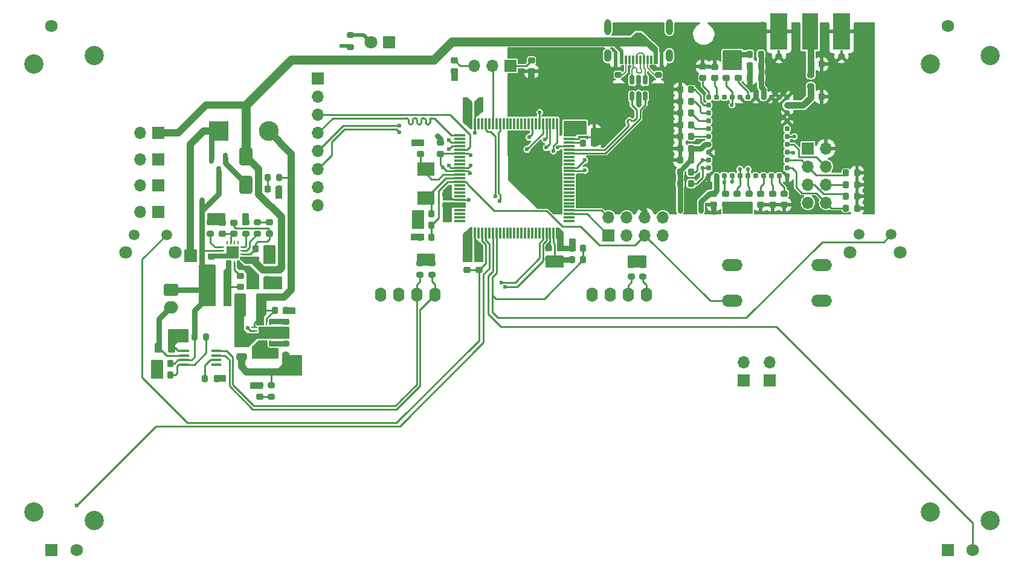
<source format=gbr>
%TF.GenerationSoftware,KiCad,Pcbnew,8.0.7*%
%TF.CreationDate,2025-03-26T21:54:53-04:00*%
%TF.ProjectId,RC-Car-Controller,52432d43-6172-42d4-936f-6e74726f6c6c,rev?*%
%TF.SameCoordinates,Original*%
%TF.FileFunction,Copper,L1,Top*%
%TF.FilePolarity,Positive*%
%FSLAX46Y46*%
G04 Gerber Fmt 4.6, Leading zero omitted, Abs format (unit mm)*
G04 Created by KiCad (PCBNEW 8.0.7) date 2025-03-26 21:54:53*
%MOMM*%
%LPD*%
G01*
G04 APERTURE LIST*
G04 Aperture macros list*
%AMRoundRect*
0 Rectangle with rounded corners*
0 $1 Rounding radius*
0 $2 $3 $4 $5 $6 $7 $8 $9 X,Y pos of 4 corners*
0 Add a 4 corners polygon primitive as box body*
4,1,4,$2,$3,$4,$5,$6,$7,$8,$9,$2,$3,0*
0 Add four circle primitives for the rounded corners*
1,1,$1+$1,$2,$3*
1,1,$1+$1,$4,$5*
1,1,$1+$1,$6,$7*
1,1,$1+$1,$8,$9*
0 Add four rect primitives between the rounded corners*
20,1,$1+$1,$2,$3,$4,$5,0*
20,1,$1+$1,$4,$5,$6,$7,0*
20,1,$1+$1,$6,$7,$8,$9,0*
20,1,$1+$1,$8,$9,$2,$3,0*%
G04 Aperture macros list end*
%TA.AperFunction,Conductor*%
%ADD10C,0.200000*%
%TD*%
%TA.AperFunction,Conductor*%
%ADD11C,0.100000*%
%TD*%
%TA.AperFunction,ComponentPad*%
%ADD12R,1.700000X1.700000*%
%TD*%
%TA.AperFunction,ComponentPad*%
%ADD13O,1.700000X1.700000*%
%TD*%
%TA.AperFunction,SMDPad,CuDef*%
%ADD14RoundRect,0.225000X0.225000X0.250000X-0.225000X0.250000X-0.225000X-0.250000X0.225000X-0.250000X0*%
%TD*%
%TA.AperFunction,SMDPad,CuDef*%
%ADD15RoundRect,0.200000X0.275000X-0.200000X0.275000X0.200000X-0.275000X0.200000X-0.275000X-0.200000X0*%
%TD*%
%TA.AperFunction,SMDPad,CuDef*%
%ADD16RoundRect,0.200000X-0.275000X0.200000X-0.275000X-0.200000X0.275000X-0.200000X0.275000X0.200000X0*%
%TD*%
%TA.AperFunction,SMDPad,CuDef*%
%ADD17R,1.384300X0.457200*%
%TD*%
%TA.AperFunction,SMDPad,CuDef*%
%ADD18RoundRect,0.225000X0.250000X-0.225000X0.250000X0.225000X-0.250000X0.225000X-0.250000X-0.225000X0*%
%TD*%
%TA.AperFunction,SMDPad,CuDef*%
%ADD19RoundRect,0.225000X-0.225000X-0.250000X0.225000X-0.250000X0.225000X0.250000X-0.225000X0.250000X0*%
%TD*%
%TA.AperFunction,SMDPad,CuDef*%
%ADD20RoundRect,0.218750X-0.256250X0.218750X-0.256250X-0.218750X0.256250X-0.218750X0.256250X0.218750X0*%
%TD*%
%TA.AperFunction,SMDPad,CuDef*%
%ADD21RoundRect,0.075000X-0.725000X-0.075000X0.725000X-0.075000X0.725000X0.075000X-0.725000X0.075000X0*%
%TD*%
%TA.AperFunction,SMDPad,CuDef*%
%ADD22RoundRect,0.075000X-0.075000X-0.725000X0.075000X-0.725000X0.075000X0.725000X-0.075000X0.725000X0*%
%TD*%
%TA.AperFunction,ComponentPad*%
%ADD23R,1.750000X1.750000*%
%TD*%
%TA.AperFunction,ComponentPad*%
%ADD24C,1.750000*%
%TD*%
%TA.AperFunction,ComponentPad*%
%ADD25C,2.700000*%
%TD*%
%TA.AperFunction,SMDPad,CuDef*%
%ADD26R,0.599999X0.240000*%
%TD*%
%TA.AperFunction,SMDPad,CuDef*%
%ADD27R,0.240000X0.599999*%
%TD*%
%TA.AperFunction,ComponentPad*%
%ADD28C,0.500000*%
%TD*%
%TA.AperFunction,SMDPad,CuDef*%
%ADD29R,1.679999X1.679999*%
%TD*%
%TA.AperFunction,ComponentPad*%
%ADD30O,1.600000X2.000000*%
%TD*%
%TA.AperFunction,SMDPad,CuDef*%
%ADD31RoundRect,0.250000X-0.475000X0.250000X-0.475000X-0.250000X0.475000X-0.250000X0.475000X0.250000X0*%
%TD*%
%TA.AperFunction,SMDPad,CuDef*%
%ADD32RoundRect,0.200000X-0.200000X-0.275000X0.200000X-0.275000X0.200000X0.275000X-0.200000X0.275000X0*%
%TD*%
%TA.AperFunction,SMDPad,CuDef*%
%ADD33RoundRect,0.225000X-0.250000X0.225000X-0.250000X-0.225000X0.250000X-0.225000X0.250000X0.225000X0*%
%TD*%
%TA.AperFunction,ComponentPad*%
%ADD34R,2.775000X2.775000*%
%TD*%
%TA.AperFunction,ComponentPad*%
%ADD35C,2.775000*%
%TD*%
%TA.AperFunction,SMDPad,CuDef*%
%ADD36RoundRect,0.150000X-0.150000X0.512500X-0.150000X-0.512500X0.150000X-0.512500X0.150000X0.512500X0*%
%TD*%
%TA.AperFunction,ComponentPad*%
%ADD37R,1.800000X1.800000*%
%TD*%
%TA.AperFunction,ComponentPad*%
%ADD38C,1.800000*%
%TD*%
%TA.AperFunction,SMDPad,CuDef*%
%ADD39RoundRect,0.150000X-0.150000X0.587500X-0.150000X-0.587500X0.150000X-0.587500X0.150000X0.587500X0*%
%TD*%
%TA.AperFunction,SMDPad,CuDef*%
%ADD40RoundRect,0.062500X0.062500X-0.350000X0.062500X0.350000X-0.062500X0.350000X-0.062500X-0.350000X0*%
%TD*%
%TA.AperFunction,SMDPad,CuDef*%
%ADD41RoundRect,0.062500X0.350000X-0.062500X0.350000X0.062500X-0.350000X0.062500X-0.350000X-0.062500X0*%
%TD*%
%TA.AperFunction,HeatsinkPad*%
%ADD42R,1.680000X1.680000*%
%TD*%
%TA.AperFunction,SMDPad,CuDef*%
%ADD43RoundRect,0.175000X-0.175000X0.175000X-0.175000X-0.175000X0.175000X-0.175000X0.175000X0.175000X0*%
%TD*%
%TA.AperFunction,SMDPad,CuDef*%
%ADD44RoundRect,0.175000X0.175000X0.175000X-0.175000X0.175000X-0.175000X-0.175000X0.175000X-0.175000X0*%
%TD*%
%TA.AperFunction,SMDPad,CuDef*%
%ADD45RoundRect,0.175000X-0.175000X-0.175000X0.175000X-0.175000X0.175000X0.175000X-0.175000X0.175000X0*%
%TD*%
%TA.AperFunction,SMDPad,CuDef*%
%ADD46RoundRect,0.175000X0.175000X-0.175000X0.175000X0.175000X-0.175000X0.175000X-0.175000X-0.175000X0*%
%TD*%
%TA.AperFunction,ComponentPad*%
%ADD47RoundRect,0.250000X-0.750000X0.600000X-0.750000X-0.600000X0.750000X-0.600000X0.750000X0.600000X0*%
%TD*%
%TA.AperFunction,ComponentPad*%
%ADD48O,2.000000X1.700000*%
%TD*%
%TA.AperFunction,SMDPad,CuDef*%
%ADD49R,2.290000X5.080000*%
%TD*%
%TA.AperFunction,SMDPad,CuDef*%
%ADD50R,2.420000X5.080000*%
%TD*%
%TA.AperFunction,SMDPad,CuDef*%
%ADD51R,0.460000X0.950000*%
%TD*%
%TA.AperFunction,ComponentPad*%
%ADD52C,0.970000*%
%TD*%
%TA.AperFunction,SMDPad,CuDef*%
%ADD53R,0.980000X3.700000*%
%TD*%
%TA.AperFunction,ComponentPad*%
%ADD54O,2.900000X1.700000*%
%TD*%
%TA.AperFunction,SMDPad,CuDef*%
%ADD55RoundRect,0.218750X0.218750X0.256250X-0.218750X0.256250X-0.218750X-0.256250X0.218750X-0.256250X0*%
%TD*%
%TA.AperFunction,SMDPad,CuDef*%
%ADD56R,3.700000X0.980000*%
%TD*%
%TA.AperFunction,SMDPad,CuDef*%
%ADD57RoundRect,0.250000X0.262500X0.450000X-0.262500X0.450000X-0.262500X-0.450000X0.262500X-0.450000X0*%
%TD*%
%TA.AperFunction,SMDPad,CuDef*%
%ADD58R,2.400000X1.900000*%
%TD*%
%TA.AperFunction,SMDPad,CuDef*%
%ADD59RoundRect,0.250000X-0.325000X-1.100000X0.325000X-1.100000X0.325000X1.100000X-0.325000X1.100000X0*%
%TD*%
%TA.AperFunction,SMDPad,CuDef*%
%ADD60RoundRect,0.200000X0.200000X0.275000X-0.200000X0.275000X-0.200000X-0.275000X0.200000X-0.275000X0*%
%TD*%
%TA.AperFunction,SMDPad,CuDef*%
%ADD61RoundRect,0.250000X0.650000X-1.000000X0.650000X1.000000X-0.650000X1.000000X-0.650000X-1.000000X0*%
%TD*%
%TA.AperFunction,SMDPad,CuDef*%
%ADD62O,0.990600X2.209800*%
%TD*%
%TA.AperFunction,SMDPad,CuDef*%
%ADD63O,0.990600X1.803400*%
%TD*%
%TA.AperFunction,SMDPad,CuDef*%
%ADD64R,0.609600X1.143000*%
%TD*%
%TA.AperFunction,SMDPad,CuDef*%
%ADD65R,0.304800X1.143000*%
%TD*%
%TA.AperFunction,ComponentPad*%
%ADD66C,1.498600*%
%TD*%
%TA.AperFunction,ComponentPad*%
%ADD67C,1.803400*%
%TD*%
%TA.AperFunction,ViaPad*%
%ADD68C,0.600000*%
%TD*%
%TA.AperFunction,Conductor*%
%ADD69C,0.254000*%
%TD*%
%TA.AperFunction,Conductor*%
%ADD70C,0.762000*%
%TD*%
%TA.AperFunction,Conductor*%
%ADD71C,0.635000*%
%TD*%
%TA.AperFunction,Conductor*%
%ADD72C,0.508000*%
%TD*%
%TA.AperFunction,Conductor*%
%ADD73C,1.016000*%
%TD*%
%TA.AperFunction,Conductor*%
%ADD74C,0.942848*%
%TD*%
%TA.AperFunction,Conductor*%
%ADD75C,1.270000*%
%TD*%
%TA.AperFunction,Conductor*%
%ADD76C,0.276098*%
%TD*%
G04 APERTURE END LIST*
D10*
%TO.N,+3V3*%
X120269000Y-93599000D02*
X117348000Y-93599000D01*
X117348000Y-92837000D01*
X118110000Y-92837000D01*
X118618000Y-92329000D01*
X118618000Y-90932000D01*
X120269000Y-90932000D01*
X120269000Y-93599000D01*
%TA.AperFunction,Conductor*%
G36*
X120269000Y-93599000D02*
G01*
X117348000Y-93599000D01*
X117348000Y-92837000D01*
X118110000Y-92837000D01*
X118618000Y-92329000D01*
X118618000Y-90932000D01*
X120269000Y-90932000D01*
X120269000Y-93599000D01*
G37*
%TD.AperFunction*%
%TO.N,GNDA*%
X109556002Y-72517000D02*
X107143002Y-72517000D01*
X107143002Y-70993000D01*
X109556002Y-70993000D01*
X109556002Y-72517000D01*
%TA.AperFunction,Conductor*%
G36*
X109556002Y-72517000D02*
G01*
X107143002Y-72517000D01*
X107143002Y-70993000D01*
X109556002Y-70993000D01*
X109556002Y-72517000D01*
G37*
%TD.AperFunction*%
%TO.N,Net-(C7-Pad1)*%
X110394202Y-83876598D02*
X109403602Y-83876598D01*
X109403602Y-79050598D01*
X109759202Y-78694998D01*
X109759202Y-77577398D01*
X110394202Y-77577398D01*
X110394202Y-83876598D01*
%TA.AperFunction,Conductor*%
G36*
X110394202Y-83876598D02*
G01*
X109403602Y-83876598D01*
X109403602Y-79050598D01*
X109759202Y-78694998D01*
X109759202Y-77577398D01*
X110394202Y-77577398D01*
X110394202Y-83876598D01*
G37*
%TD.AperFunction*%
%TO.N,+3V3*%
X160147000Y-59817000D02*
X158877000Y-59817000D01*
X158623000Y-60071000D01*
X157099000Y-60071000D01*
X157099000Y-59944000D01*
X157099000Y-58039000D01*
X160147000Y-58039000D01*
X160147000Y-59817000D01*
%TA.AperFunction,Conductor*%
G36*
X160147000Y-59817000D02*
G01*
X158877000Y-59817000D01*
X158623000Y-60071000D01*
X157099000Y-60071000D01*
X157099000Y-59944000D01*
X157099000Y-58039000D01*
X160147000Y-58039000D01*
X160147000Y-59817000D01*
G37*
%TD.AperFunction*%
%TO.N,VDD_LOAD_PRE_SW*%
X112251608Y-78375517D02*
X113013608Y-78375517D01*
X114300000Y-79629000D01*
X114300000Y-81488998D01*
X112649000Y-81488998D01*
X112649000Y-79375000D01*
X112141000Y-78821998D01*
X111588002Y-78821998D01*
X111334002Y-78567998D01*
X111334961Y-77577884D01*
X111461961Y-77577884D01*
X112251608Y-78375517D01*
%TA.AperFunction,Conductor*%
G36*
X112251608Y-78375517D02*
G01*
X113013608Y-78375517D01*
X114300000Y-79629000D01*
X114300000Y-81488998D01*
X112649000Y-81488998D01*
X112649000Y-79375000D01*
X112141000Y-78821998D01*
X111588002Y-78821998D01*
X111334002Y-78567998D01*
X111334961Y-77577884D01*
X111461961Y-77577884D01*
X112251608Y-78375517D01*
G37*
%TD.AperFunction*%
%TO.N,Net-(L1-Pad1)*%
X115443000Y-89662000D02*
X115697000Y-89916000D01*
X116967000Y-89916000D01*
X116967000Y-91186000D01*
X113411000Y-91186000D01*
X113411730Y-89711900D01*
X114300740Y-88847867D01*
X115443740Y-88847867D01*
X115443000Y-89662000D01*
%TA.AperFunction,Conductor*%
G36*
X115443000Y-89662000D02*
G01*
X115697000Y-89916000D01*
X116967000Y-89916000D01*
X116967000Y-91186000D01*
X113411000Y-91186000D01*
X113411730Y-89711900D01*
X114300740Y-88847867D01*
X115443740Y-88847867D01*
X115443000Y-89662000D01*
G37*
%TD.AperFunction*%
%TO.N,GNDA*%
X135818000Y-70596000D02*
X137342000Y-70596000D01*
X137342000Y-73009000D01*
X135818000Y-73009000D01*
X135818000Y-70596000D01*
%TA.AperFunction,Conductor*%
G36*
X135818000Y-70596000D02*
G01*
X137342000Y-70596000D01*
X137342000Y-73009000D01*
X135818000Y-73009000D01*
X135818000Y-70596000D01*
G37*
%TD.AperFunction*%
%TO.N,+3V3*%
X135699500Y-73914000D02*
X137350500Y-73914000D01*
X137350500Y-74676000D01*
X135699500Y-74676000D01*
X135699500Y-73914000D01*
%TA.AperFunction,Conductor*%
G36*
X135699500Y-73914000D02*
G01*
X137350500Y-73914000D01*
X137350500Y-74676000D01*
X135699500Y-74676000D01*
X135699500Y-73914000D01*
G37*
%TD.AperFunction*%
%TO.N,GNDA*%
X115062000Y-79883000D02*
X117475000Y-79883000D01*
X117475000Y-81534000D01*
X115062000Y-81534000D01*
X115062000Y-79883000D01*
%TA.AperFunction,Conductor*%
G36*
X115062000Y-79883000D02*
G01*
X117475000Y-79883000D01*
X117475000Y-81534000D01*
X115062000Y-81534000D01*
X115062000Y-79883000D01*
G37*
%TD.AperFunction*%
%TO.N,Net-(U3-PG)*%
X118450900Y-89535000D02*
X115834700Y-89535000D01*
X115834700Y-88925400D01*
X118450900Y-88925400D01*
X118450900Y-89535000D01*
%TA.AperFunction,Conductor*%
G36*
X118450900Y-89535000D02*
G01*
X115834700Y-89535000D01*
X115834700Y-88925400D01*
X118450900Y-88925400D01*
X118450900Y-89535000D01*
G37*
%TD.AperFunction*%
%TO.N,+3V3*%
X140136000Y-69478400D02*
X143184000Y-69478400D01*
X143184000Y-70113400D01*
X140136000Y-70113400D01*
X140136000Y-69478400D01*
%TA.AperFunction,Conductor*%
G36*
X140136000Y-69478400D02*
G01*
X143184000Y-69478400D01*
X143184000Y-70113400D01*
X140136000Y-70113400D01*
X140136000Y-69478400D01*
G37*
%TD.AperFunction*%
X157861000Y-74549000D02*
X158623000Y-74549000D01*
X158623000Y-76200000D01*
X157861000Y-76200000D01*
X157861000Y-74549000D01*
%TA.AperFunction,Conductor*%
G36*
X157861000Y-74549000D02*
G01*
X158623000Y-74549000D01*
X158623000Y-76200000D01*
X157861000Y-76200000D01*
X157861000Y-74549000D01*
G37*
%TD.AperFunction*%
%TO.N,GNDA*%
X163576000Y-52832000D02*
X165735000Y-52832000D01*
X165735000Y-54483000D01*
X163576000Y-54483000D01*
X163576000Y-52832000D01*
%TA.AperFunction,Conductor*%
G36*
X163576000Y-52832000D02*
G01*
X165735000Y-52832000D01*
X165735000Y-54483000D01*
X163576000Y-54483000D01*
X163576000Y-52832000D01*
G37*
%TD.AperFunction*%
%TO.N,+3V3*%
X136525000Y-76708000D02*
X138938000Y-76708000D01*
X138938000Y-78232000D01*
X136525000Y-78232000D01*
X136525000Y-76708000D01*
%TA.AperFunction,Conductor*%
G36*
X136525000Y-76708000D02*
G01*
X138938000Y-76708000D01*
X138938000Y-78232000D01*
X136525000Y-78232000D01*
X136525000Y-76708000D01*
G37*
%TD.AperFunction*%
X141351000Y-50673000D02*
X142113000Y-50673000D01*
X142113000Y-52324000D01*
X141351000Y-52324000D01*
X141351000Y-50673000D01*
%TA.AperFunction,Conductor*%
G36*
X141351000Y-50673000D02*
G01*
X142113000Y-50673000D01*
X142113000Y-52324000D01*
X141351000Y-52324000D01*
X141351000Y-50673000D01*
G37*
%TD.AperFunction*%
%TO.N,GNDA*%
X112858002Y-72517000D02*
X112096002Y-72517000D01*
X112096002Y-70993000D01*
X112858002Y-70993000D01*
X112858002Y-72517000D01*
%TA.AperFunction,Conductor*%
G36*
X112858002Y-72517000D02*
G01*
X112096002Y-72517000D01*
X112096002Y-70993000D01*
X112858002Y-70993000D01*
X112858002Y-72517000D01*
G37*
%TD.AperFunction*%
X104331000Y-88931500D02*
X102934000Y-88931500D01*
X102426000Y-89439500D01*
X102426000Y-90201500D01*
X101664000Y-90201500D01*
X101664000Y-87280500D01*
X104331000Y-87280500D01*
X104331000Y-88931500D01*
%TA.AperFunction,Conductor*%
G36*
X104331000Y-88931500D02*
G01*
X102934000Y-88931500D01*
X102426000Y-89439500D01*
X102426000Y-90201500D01*
X101664000Y-90201500D01*
X101664000Y-87280500D01*
X104331000Y-87280500D01*
X104331000Y-88931500D01*
G37*
%TD.AperFunction*%
%TO.N,+3V3*%
X140136000Y-69478400D02*
X141279000Y-69478400D01*
X141279000Y-72145400D01*
X140136000Y-72145400D01*
X140136000Y-69478400D01*
%TA.AperFunction,Conductor*%
G36*
X140136000Y-69478400D02*
G01*
X141279000Y-69478400D01*
X141279000Y-72145400D01*
X140136000Y-72145400D01*
X140136000Y-69478400D01*
G37*
%TD.AperFunction*%
%TO.N,VDD_USB*%
X114300000Y-77978000D02*
X112395000Y-77978000D01*
X111760000Y-77343000D01*
X111759345Y-77099052D01*
X114299345Y-77099052D01*
X114300000Y-77978000D01*
%TA.AperFunction,Conductor*%
G36*
X114300000Y-77978000D02*
G01*
X112395000Y-77978000D01*
X111760000Y-77343000D01*
X111759345Y-77099052D01*
X114299345Y-77099052D01*
X114300000Y-77978000D01*
G37*
%TD.AperFunction*%
%TO.N,+3V3*%
X179407730Y-48133000D02*
X181947730Y-48133000D01*
X181947730Y-50800000D01*
X179407730Y-50800000D01*
X179407730Y-48133000D01*
%TA.AperFunction,Conductor*%
G36*
X179407730Y-48133000D02*
G01*
X181947730Y-48133000D01*
X181947730Y-50800000D01*
X179407730Y-50800000D01*
X179407730Y-48133000D01*
G37*
%TD.AperFunction*%
%TO.N,GNDA*%
X115062000Y-75520002D02*
X116586000Y-75520002D01*
X116586000Y-77933002D01*
X115062000Y-77933002D01*
X115062000Y-75520002D01*
%TA.AperFunction,Conductor*%
G36*
X115062000Y-75520002D02*
G01*
X116586000Y-75520002D01*
X116586000Y-77933002D01*
X115062000Y-77933002D01*
X115062000Y-75520002D01*
G37*
%TD.AperFunction*%
X113157000Y-94742000D02*
X114808000Y-94742000D01*
X114808000Y-95504000D01*
X113157000Y-95504000D01*
X113157000Y-94742000D01*
%TA.AperFunction,Conductor*%
G36*
X113157000Y-94742000D02*
G01*
X114808000Y-94742000D01*
X114808000Y-95504000D01*
X113157000Y-95504000D01*
X113157000Y-94742000D01*
G37*
%TD.AperFunction*%
%TO.N,VDD_LOAD_PRE_SW*%
X105550000Y-77724000D02*
X103899000Y-77724000D01*
X103899000Y-76073000D01*
X105550000Y-76073000D01*
X105550000Y-77724000D01*
%TA.AperFunction,Conductor*%
G36*
X105550000Y-77724000D02*
G01*
X103899000Y-77724000D01*
X103899000Y-76073000D01*
X105550000Y-76073000D01*
X105550000Y-77724000D01*
G37*
%TD.AperFunction*%
%TO.N,GNDA*%
X99251000Y-91598500D02*
X100775000Y-91598500D01*
X100775000Y-94011500D01*
X99251000Y-94011500D01*
X99251000Y-91598500D01*
%TA.AperFunction,Conductor*%
G36*
X99251000Y-91598500D02*
G01*
X100775000Y-91598500D01*
X100775000Y-94011500D01*
X99251000Y-94011500D01*
X99251000Y-91598500D01*
G37*
%TD.AperFunction*%
X108077000Y-93726000D02*
X109601000Y-93726000D01*
X109601000Y-94488000D01*
X108077000Y-94488000D01*
X108077000Y-93726000D01*
%TA.AperFunction,Conductor*%
G36*
X108077000Y-93726000D02*
G01*
X109601000Y-93726000D01*
X109601000Y-94488000D01*
X108077000Y-94488000D01*
X108077000Y-93726000D01*
G37*
%TD.AperFunction*%
X152146000Y-50660000D02*
X152908000Y-50660000D01*
X152908000Y-52311000D01*
X152146000Y-52311000D01*
X152146000Y-50660000D01*
%TA.AperFunction,Conductor*%
G36*
X152146000Y-50660000D02*
G01*
X152908000Y-50660000D01*
X152908000Y-52311000D01*
X152146000Y-52311000D01*
X152146000Y-50660000D01*
G37*
%TD.AperFunction*%
X145700243Y-56590642D02*
X144684243Y-57479642D01*
X144681537Y-59056170D01*
X144554537Y-59056170D01*
X144554537Y-55373170D01*
X145189537Y-54738170D01*
X145697537Y-54738170D01*
X145700243Y-56590642D01*
%TA.AperFunction,Conductor*%
G36*
X145700243Y-56590642D02*
G01*
X144684243Y-57479642D01*
X144681537Y-59056170D01*
X144554537Y-59056170D01*
X144554537Y-55373170D01*
X145189537Y-54738170D01*
X145697537Y-54738170D01*
X145700243Y-56590642D01*
G37*
%TD.AperFunction*%
%TO.N,VDD_BATT*%
X108159002Y-79329998D02*
X108159002Y-83901998D01*
X106000002Y-83901998D01*
X106000002Y-78186998D01*
X108159002Y-78186998D01*
X108159002Y-79329998D01*
%TA.AperFunction,Conductor*%
G36*
X108159002Y-79329998D02*
G01*
X108159002Y-83901998D01*
X106000002Y-83901998D01*
X106000002Y-78186998D01*
X108159002Y-78186998D01*
X108159002Y-79329998D01*
G37*
%TD.AperFunction*%
%TO.N,GNDA*%
X116713000Y-67183000D02*
X117475000Y-67183000D01*
X117475000Y-68834000D01*
X116713000Y-68834000D01*
X116713000Y-67183000D01*
%TA.AperFunction,Conductor*%
G36*
X116713000Y-67183000D02*
G01*
X117475000Y-67183000D01*
X117475000Y-68834000D01*
X116713000Y-68834000D01*
X116713000Y-67183000D01*
G37*
%TD.AperFunction*%
D11*
%TO.N,VDD_USB*%
X170180000Y-47752000D02*
X170180000Y-49911000D01*
X169672000Y-49911000D01*
X169672000Y-48387000D01*
X168021000Y-46863000D01*
X166497000Y-46863000D01*
X166497000Y-46228000D01*
X167132000Y-45593000D01*
X167894000Y-45593000D01*
X170180000Y-47752000D01*
%TA.AperFunction,Conductor*%
G36*
X170180000Y-47752000D02*
G01*
X170180000Y-49911000D01*
X169672000Y-49911000D01*
X169672000Y-48387000D01*
X168021000Y-46863000D01*
X166497000Y-46863000D01*
X166497000Y-46228000D01*
X167132000Y-45593000D01*
X167894000Y-45593000D01*
X170180000Y-47752000D01*
G37*
%TD.AperFunction*%
D10*
%TO.N,GNDA*%
X144144523Y-77724000D02*
X143002000Y-77724000D01*
X143001523Y-73887030D01*
X144017523Y-72998030D01*
X144144523Y-72998030D01*
X144144523Y-77724000D01*
%TA.AperFunction,Conductor*%
G36*
X144144523Y-77724000D02*
G01*
X143002000Y-77724000D01*
X143001523Y-73887030D01*
X144017523Y-72998030D01*
X144144523Y-72998030D01*
X144144523Y-77724000D01*
G37*
%TD.AperFunction*%
%TO.N,+3V3*%
X144145000Y-55372000D02*
X144145000Y-59055000D01*
X144018000Y-59055000D01*
X143002000Y-58166000D01*
X143002000Y-54737000D01*
X143510000Y-54737000D01*
X144145000Y-55372000D01*
%TA.AperFunction,Conductor*%
G36*
X144145000Y-55372000D02*
G01*
X144145000Y-59055000D01*
X144018000Y-59055000D01*
X143002000Y-58166000D01*
X143002000Y-54737000D01*
X143510000Y-54737000D01*
X144145000Y-55372000D01*
G37*
%TD.AperFunction*%
%TO.N,GNDA*%
X141279000Y-68691000D02*
X141533000Y-68995800D01*
X143184000Y-68995800D01*
X143184000Y-69072000D01*
X140898000Y-69072000D01*
X140136000Y-69072000D01*
X140136000Y-67802000D01*
X140898000Y-67040000D01*
X141279000Y-67040000D01*
X141279000Y-68691000D01*
%TA.AperFunction,Conductor*%
G36*
X141279000Y-68691000D02*
G01*
X141533000Y-68995800D01*
X143184000Y-68995800D01*
X143184000Y-69072000D01*
X140898000Y-69072000D01*
X140136000Y-69072000D01*
X140136000Y-67802000D01*
X140898000Y-67040000D01*
X141279000Y-67040000D01*
X141279000Y-68691000D01*
G37*
%TD.AperFunction*%
%TO.N,Net-(C15-Pad1)*%
X155194000Y-76200000D02*
X154559000Y-76200000D01*
X154559000Y-75438000D01*
X155067000Y-74930000D01*
X155067000Y-73025000D01*
X155194000Y-73025000D01*
X155194000Y-76200000D01*
%TA.AperFunction,Conductor*%
G36*
X155194000Y-76200000D02*
G01*
X154559000Y-76200000D01*
X154559000Y-75438000D01*
X155067000Y-74930000D01*
X155067000Y-73025000D01*
X155194000Y-73025000D01*
X155194000Y-76200000D01*
G37*
%TD.AperFunction*%
%TO.N,GNDA*%
X135763000Y-60706000D02*
X137414000Y-60706000D01*
X137414000Y-61468000D01*
X135763000Y-61468000D01*
X135763000Y-60706000D01*
%TA.AperFunction,Conductor*%
G36*
X135763000Y-60706000D02*
G01*
X137414000Y-60706000D01*
X137414000Y-61468000D01*
X135763000Y-61468000D01*
X135763000Y-60706000D01*
G37*
%TD.AperFunction*%
X162814000Y-60960000D02*
X162306000Y-60960000D01*
X161798000Y-61468000D01*
X160909000Y-61468000D01*
X160909000Y-59055000D01*
X162814000Y-59055000D01*
X162814000Y-60960000D01*
%TA.AperFunction,Conductor*%
G36*
X162814000Y-60960000D02*
G01*
X162306000Y-60960000D01*
X161798000Y-61468000D01*
X160909000Y-61468000D01*
X160909000Y-59055000D01*
X162814000Y-59055000D01*
X162814000Y-60960000D01*
G37*
%TD.AperFunction*%
X109810002Y-77170998D02*
X107270002Y-77170998D01*
X107270002Y-76662998D01*
X109810002Y-76662998D01*
X109810002Y-77170998D01*
%TA.AperFunction,Conductor*%
G36*
X109810002Y-77170998D02*
G01*
X107270002Y-77170998D01*
X107270002Y-76662998D01*
X109810002Y-76662998D01*
X109810002Y-77170998D01*
G37*
%TD.AperFunction*%
%TO.N,+3V3*%
X179367270Y-69432454D02*
X183431270Y-69432454D01*
X183431270Y-70956454D01*
X179367270Y-70956454D01*
X179367270Y-69432454D01*
%TA.AperFunction,Conductor*%
G36*
X179367270Y-69432454D02*
G01*
X183431270Y-69432454D01*
X183431270Y-70956454D01*
X179367270Y-70956454D01*
X179367270Y-69432454D01*
G37*
%TD.AperFunction*%
X166116000Y-76962000D02*
X168529000Y-76962000D01*
X168529000Y-78486000D01*
X166116000Y-78486000D01*
X166116000Y-76962000D01*
%TA.AperFunction,Conductor*%
G36*
X166116000Y-76962000D02*
G01*
X168529000Y-76962000D01*
X168529000Y-78486000D01*
X166116000Y-78486000D01*
X166116000Y-76962000D01*
G37*
%TD.AperFunction*%
%TO.N,GNDA*%
X117729000Y-84201000D02*
X119380000Y-84201000D01*
X119380000Y-84963000D01*
X117729000Y-84963000D01*
X117729000Y-84201000D01*
%TA.AperFunction,Conductor*%
G36*
X117729000Y-84201000D02*
G01*
X119380000Y-84201000D01*
X119380000Y-84963000D01*
X117729000Y-84963000D01*
X117729000Y-84201000D01*
G37*
%TD.AperFunction*%
%TO.N,Net-(U3-SS{slash}TR)*%
X118450900Y-86458200D02*
X115834700Y-86458200D01*
X115834700Y-85848600D01*
X118450900Y-85848600D01*
X118450900Y-86458200D01*
%TA.AperFunction,Conductor*%
G36*
X118450900Y-86458200D02*
G01*
X115834700Y-86458200D01*
X115834700Y-85848600D01*
X118450900Y-85848600D01*
X118450900Y-86458200D01*
G37*
%TD.AperFunction*%
%TO.N,GNDA*%
X154554498Y-76958030D02*
X156967498Y-76958030D01*
X156967498Y-78482030D01*
X154554498Y-78482030D01*
X154554498Y-76958030D01*
%TA.AperFunction,Conductor*%
G36*
X154554498Y-76958030D02*
G01*
X156967498Y-76958030D01*
X156967498Y-78482030D01*
X154554498Y-78482030D01*
X154554498Y-76958030D01*
G37*
%TD.AperFunction*%
X118476300Y-88439400D02*
X115377500Y-88439400D01*
X115377500Y-86966200D01*
X118476300Y-86966200D01*
X118476300Y-88439400D01*
%TA.AperFunction,Conductor*%
G36*
X118476300Y-88439400D02*
G01*
X115377500Y-88439400D01*
X115377500Y-86966200D01*
X118476300Y-86966200D01*
X118476300Y-88439400D01*
G37*
%TD.AperFunction*%
X169354500Y-52832000D02*
X171513500Y-52832000D01*
X171513500Y-54483000D01*
X169354500Y-54483000D01*
X169354500Y-52832000D01*
%TA.AperFunction,Conductor*%
G36*
X169354500Y-52832000D02*
G01*
X171513500Y-52832000D01*
X171513500Y-54483000D01*
X169354500Y-54483000D01*
X169354500Y-52832000D01*
G37*
%TD.AperFunction*%
%TO.N,VDD_LOAD*%
X115316000Y-85090000D02*
X114935000Y-85471000D01*
X114931975Y-86588166D01*
X114042975Y-86588166D01*
X114046000Y-82296000D01*
X115316000Y-82296000D01*
X115316000Y-85090000D01*
%TA.AperFunction,Conductor*%
G36*
X115316000Y-85090000D02*
G01*
X114935000Y-85471000D01*
X114931975Y-86588166D01*
X114042975Y-86588166D01*
X114046000Y-82296000D01*
X115316000Y-82296000D01*
X115316000Y-85090000D01*
G37*
%TD.AperFunction*%
%TO.N,+3V3*%
X144695406Y-74596811D02*
X145682863Y-75485811D01*
X145669000Y-77724000D01*
X144653000Y-77724000D01*
X144554543Y-77724000D01*
X144554543Y-72989194D01*
X144681543Y-72989194D01*
X144695406Y-74596811D01*
%TA.AperFunction,Conductor*%
G36*
X144695406Y-74596811D02*
G01*
X145682863Y-75485811D01*
X145669000Y-77724000D01*
X144653000Y-77724000D01*
X144554543Y-77724000D01*
X144554543Y-72989194D01*
X144681543Y-72989194D01*
X144695406Y-74596811D01*
G37*
%TD.AperFunction*%
%TO.N,GNDA*%
X112395000Y-85217000D02*
X112141000Y-85471000D01*
X112141000Y-87376000D01*
X112649000Y-87884000D01*
X114046000Y-87884000D01*
X114808000Y-87884000D01*
X114808000Y-88442800D01*
X114046000Y-88442800D01*
X112801400Y-89662000D01*
X110998000Y-89662000D01*
X110998000Y-82296000D01*
X112395000Y-82296000D01*
X112395000Y-85217000D01*
%TA.AperFunction,Conductor*%
G36*
X112395000Y-85217000D02*
G01*
X112141000Y-85471000D01*
X112141000Y-87376000D01*
X112649000Y-87884000D01*
X114046000Y-87884000D01*
X114808000Y-87884000D01*
X114808000Y-88442800D01*
X114046000Y-88442800D01*
X112801400Y-89662000D01*
X110998000Y-89662000D01*
X110998000Y-82296000D01*
X112395000Y-82296000D01*
X112395000Y-85217000D01*
G37*
%TD.AperFunction*%
%TO.N,+3V3*%
X156972000Y-73660000D02*
X156972000Y-76200000D01*
X156210000Y-76200000D01*
X156210000Y-74612500D01*
X156083000Y-74422000D01*
X156083000Y-73025000D01*
X156337000Y-73025000D01*
X156972000Y-73660000D01*
%TA.AperFunction,Conductor*%
G36*
X156972000Y-73660000D02*
G01*
X156972000Y-76200000D01*
X156210000Y-76200000D01*
X156210000Y-74612500D01*
X156083000Y-74422000D01*
X156083000Y-73025000D01*
X156337000Y-73025000D01*
X156972000Y-73660000D01*
G37*
%TD.AperFunction*%
%TD*%
D12*
%TO.P,TP6,1,1*%
%TO.N,GNDA*%
X185928000Y-94361000D03*
D13*
%TO.P,TP6,2*%
%TO.N,N/C*%
X185928000Y-91821000D03*
%TD*%
D14*
%TO.P,C22,1*%
%TO.N,+3V3*%
X145107226Y-75691602D03*
%TO.P,C22,2*%
%TO.N,GNDA*%
X143557226Y-75691602D03*
%TD*%
D15*
%TO.P,R19,1*%
%TO.N,/MCU/I2C2_SCL*%
X136906000Y-79565000D03*
%TO.P,R19,2*%
%TO.N,+3V3*%
X136906000Y-77915000D03*
%TD*%
D16*
%TO.P,R9,1*%
%TO.N,GNDA*%
X107524002Y-72200000D03*
%TO.P,R9,2*%
%TO.N,Net-(U2-VSET)*%
X107524002Y-73850000D03*
%TD*%
D17*
%TO.P,U4,1,IO0*%
%TO.N,unconnected-(U4-IO0-Pad1)*%
X108350550Y-92192499D03*
%TO.P,U4,2,ROSC*%
%TO.N,Net-(U4-ROSC)*%
X108350550Y-91542501D03*
%TO.P,U4,3,SDA*%
%TO.N,/MCU/I2C2_SDA*%
X108350550Y-90892499D03*
%TO.P,U4,4,SCL*%
%TO.N,/MCU/I2C2_SCL*%
X108350550Y-90242501D03*
%TO.P,U4,5,GND*%
%TO.N,GNDA*%
X103867450Y-90242501D03*
%TO.P,U4,6,CG*%
%TO.N,GND_BATT*%
X103867450Y-90892499D03*
%TO.P,U4,7,VCC*%
%TO.N,VDD_BATT*%
X103867450Y-91542501D03*
%TO.P,U4,8,VIN*%
%TO.N,Net-(U4-VIN)*%
X103867450Y-92192499D03*
%TD*%
D12*
%TO.P,SW2,1,A*%
%TO.N,Net-(SW2-A)*%
X149606000Y-50292000D03*
D13*
%TO.P,SW2,2,B*%
%TO.N,Net-(SW2-B)*%
X147066000Y-50292000D03*
%TO.P,SW2,3,C*%
%TO.N,Net-(SW2-C)*%
X144526000Y-50292000D03*
%TD*%
D18*
%TO.P,R10,1*%
%TO.N,Net-(U2-TS)*%
X109175002Y-73800000D03*
%TO.P,R10,2*%
%TO.N,GNDA*%
X109175002Y-72250000D03*
%TD*%
D19*
%TO.P,C18,1*%
%TO.N,+3V3*%
X143624000Y-56388000D03*
%TO.P,C18,2*%
%TO.N,GNDA*%
X145174000Y-56388000D03*
%TD*%
D20*
%TO.P,D4,1,K*%
%TO.N,Net-(D4-K)*%
X115779002Y-72237500D03*
%TO.P,D4,2,A*%
%TO.N,/Power/REGN*%
X115779002Y-73812500D03*
%TD*%
D14*
%TO.P,R35,1*%
%TO.N,GNDA*%
X198133000Y-70231000D03*
%TO.P,R35,2*%
%TO.N,/Connectors/RF_TDO*%
X196583000Y-70231000D03*
%TD*%
D19*
%TO.P,R16,1*%
%TO.N,+3V3*%
X136893000Y-74295000D03*
%TO.P,R16,2*%
%TO.N,/Connectors/NRST*%
X138443000Y-74295000D03*
%TD*%
D12*
%TO.P,J3,1,Pin_1*%
%TO.N,/Connectors/USART_TX*%
X163322000Y-74041000D03*
D13*
%TO.P,J3,2,Pin_2*%
%TO.N,/Connectors/USART_RX*%
X163322000Y-71501000D03*
%TO.P,J3,3,Pin_3*%
%TO.N,/Connectors/SWCLK*%
X165862000Y-74041000D03*
%TO.P,J3,4,Pin_4*%
%TO.N,/Connectors/SWDIO*%
X165862000Y-71501000D03*
%TO.P,J3,5,Pin_5*%
%TO.N,/Connectors/NRST*%
X168402000Y-74041000D03*
%TO.P,J3,6,Pin_6*%
%TO.N,GNDA*%
X168402000Y-71501000D03*
%TO.P,J3,7,Pin_7*%
%TO.N,+3V3*%
X170942000Y-74041000D03*
%TO.P,J3,8,Pin_8*%
%TO.N,unconnected-(J3-Pin_8-Pad8)*%
X170942000Y-71501000D03*
%TD*%
D14*
%TO.P,R37,1*%
%TO.N,GNDA*%
X198133000Y-66929000D03*
%TO.P,R37,2*%
%TO.N,/Connectors/RF_TDI*%
X196583000Y-66929000D03*
%TD*%
D21*
%TO.P,U5,1,PE2*%
%TO.N,/MCU/SPI4_SCLK*%
X142439000Y-60040000D03*
%TO.P,U5,2,PE3*%
%TO.N,unconnected-(U5-PE3-Pad2)*%
X142439000Y-60540000D03*
%TO.P,U5,3,PE4*%
%TO.N,/MCU/SPI4_CS*%
X142439000Y-61040000D03*
%TO.P,U5,4,PE5*%
%TO.N,/MCU/SPI4_DC*%
X142439000Y-61540000D03*
%TO.P,U5,5,PE6*%
%TO.N,/MCU/SPI4_MOSI*%
X142439000Y-62040000D03*
%TO.P,U5,6,VBAT*%
%TO.N,+3V3*%
X142439000Y-62540000D03*
%TO.P,U5,7,PC13*%
%TO.N,unconnected-(U5-PC13-Pad7)*%
X142439000Y-63040000D03*
%TO.P,U5,8,PC14*%
%TO.N,unconnected-(U5-PC14-Pad8)*%
X142439000Y-63540000D03*
%TO.P,U5,9,PC15*%
%TO.N,unconnected-(U5-PC15-Pad9)*%
X142439000Y-64040000D03*
%TO.P,U5,10,VSS*%
%TO.N,GNDA*%
X142439000Y-64540000D03*
%TO.P,U5,11,VDD*%
%TO.N,+3V3*%
X142439000Y-65040000D03*
%TO.P,U5,12,PH0*%
%TO.N,/MCU/OSC_IN*%
X142439000Y-65540000D03*
%TO.P,U5,13,PH1*%
%TO.N,/MCU/OSC_OUT*%
X142439000Y-66040000D03*
%TO.P,U5,14,NRST*%
%TO.N,/Connectors/NRST*%
X142439000Y-66540000D03*
%TO.P,U5,15,PC0*%
%TO.N,/MCU/ALERT_GPIO*%
X142439000Y-67040000D03*
%TO.P,U5,16,PC1*%
%TO.N,unconnected-(U5-PC1-Pad16)*%
X142439000Y-67540000D03*
%TO.P,U5,17,PC2_C*%
%TO.N,unconnected-(U5-PC2_C-Pad17)*%
X142439000Y-68040000D03*
%TO.P,U5,18,PC3_C*%
%TO.N,unconnected-(U5-PC3_C-Pad18)*%
X142439000Y-68540000D03*
%TO.P,U5,19,VSSA*%
%TO.N,GNDA*%
X142439000Y-69040000D03*
%TO.P,U5,20,VREF+*%
%TO.N,+3V3*%
X142439000Y-69540000D03*
%TO.P,U5,21,VDDA*%
X142439000Y-70040000D03*
%TO.P,U5,22,PA0*%
%TO.N,unconnected-(U5-PA0-Pad22)*%
X142439000Y-70540000D03*
%TO.P,U5,23,PA1*%
%TO.N,unconnected-(U5-PA1-Pad23)*%
X142439000Y-71040000D03*
%TO.P,U5,24,PA2*%
%TO.N,unconnected-(U5-PA2-Pad24)*%
X142439000Y-71540000D03*
%TO.P,U5,25,PA3*%
%TO.N,unconnected-(U5-PA3-Pad25)*%
X142439000Y-72040000D03*
D22*
%TO.P,U5,26,VSS*%
%TO.N,GNDA*%
X144114000Y-73715000D03*
%TO.P,U5,27,VDD*%
%TO.N,+3V3*%
X144614000Y-73715000D03*
%TO.P,U5,28,PA4*%
%TO.N,unconnected-(U5-PA4-Pad28)*%
X145114000Y-73715000D03*
%TO.P,U5,29,PA5*%
%TO.N,/Inputs/Button_L*%
X145614000Y-73715000D03*
%TO.P,U5,30,PA6*%
%TO.N,/Inputs/Slider_L*%
X146114000Y-73715000D03*
%TO.P,U5,31,PA7*%
%TO.N,unconnected-(U5-PA7-Pad31)*%
X146614000Y-73715000D03*
%TO.P,U5,32,PC4*%
%TO.N,/Inputs/Slider_R*%
X147114000Y-73715000D03*
%TO.P,U5,33,PC5*%
%TO.N,/Inputs/Button_R*%
X147614000Y-73715000D03*
%TO.P,U5,34,PB0*%
%TO.N,unconnected-(U5-PB0-Pad34)*%
X148114000Y-73715000D03*
%TO.P,U5,35,PB1*%
%TO.N,unconnected-(U5-PB1-Pad35)*%
X148614000Y-73715000D03*
%TO.P,U5,36,PB2*%
%TO.N,unconnected-(U5-PB2-Pad36)*%
X149114000Y-73715000D03*
%TO.P,U5,37,PE7*%
%TO.N,unconnected-(U5-PE7-Pad37)*%
X149614000Y-73715000D03*
%TO.P,U5,38,PE8*%
%TO.N,unconnected-(U5-PE8-Pad38)*%
X150114000Y-73715000D03*
%TO.P,U5,39,PE9*%
%TO.N,unconnected-(U5-PE9-Pad39)*%
X150614000Y-73715000D03*
%TO.P,U5,40,PE10*%
%TO.N,unconnected-(U5-PE10-Pad40)*%
X151114000Y-73715000D03*
%TO.P,U5,41,PE11*%
%TO.N,unconnected-(U5-PE11-Pad41)*%
X151614000Y-73715000D03*
%TO.P,U5,42,PE12*%
%TO.N,unconnected-(U5-PE12-Pad42)*%
X152114000Y-73715000D03*
%TO.P,U5,43,PE13*%
%TO.N,unconnected-(U5-PE13-Pad43)*%
X152614000Y-73715000D03*
%TO.P,U5,44,PE14*%
%TO.N,unconnected-(U5-PE14-Pad44)*%
X153114000Y-73715000D03*
%TO.P,U5,45,PE15*%
%TO.N,unconnected-(U5-PE15-Pad45)*%
X153614000Y-73715000D03*
%TO.P,U5,46,PB10*%
%TO.N,/MCU/I2C2_SCL*%
X154114000Y-73715000D03*
%TO.P,U5,47,PB11*%
%TO.N,/MCU/I2C2_SDA*%
X154614000Y-73715000D03*
%TO.P,U5,48,VCAP*%
%TO.N,Net-(C15-Pad1)*%
X155114000Y-73715000D03*
%TO.P,U5,49,VSS*%
%TO.N,GNDA*%
X155614000Y-73715000D03*
%TO.P,U5,50,VDD*%
%TO.N,+3V3*%
X156114000Y-73715000D03*
D21*
%TO.P,U5,51,PB12*%
%TO.N,unconnected-(U5-PB12-Pad51)*%
X157789000Y-72040000D03*
%TO.P,U5,52,PB13*%
%TO.N,unconnected-(U5-PB13-Pad52)*%
X157789000Y-71540000D03*
%TO.P,U5,53,PB14*%
%TO.N,/Connectors/USART_TX*%
X157789000Y-71040000D03*
%TO.P,U5,54,PB15*%
%TO.N,/Connectors/USART_RX*%
X157789000Y-70540000D03*
%TO.P,U5,55,PD8*%
%TO.N,unconnected-(U5-PD8-Pad55)*%
X157789000Y-70040000D03*
%TO.P,U5,56,PD9*%
%TO.N,unconnected-(U5-PD9-Pad56)*%
X157789000Y-69540000D03*
%TO.P,U5,57,PD10*%
%TO.N,unconnected-(U5-PD10-Pad57)*%
X157789000Y-69040000D03*
%TO.P,U5,58,PD11*%
%TO.N,unconnected-(U5-PD11-Pad58)*%
X157789000Y-68540000D03*
%TO.P,U5,59,PD12*%
%TO.N,unconnected-(U5-PD12-Pad59)*%
X157789000Y-68040000D03*
%TO.P,U5,60,PD13*%
%TO.N,unconnected-(U5-PD13-Pad60)*%
X157789000Y-67540000D03*
%TO.P,U5,61,PD14*%
%TO.N,unconnected-(U5-PD14-Pad61)*%
X157789000Y-67040000D03*
%TO.P,U5,62,PD15*%
%TO.N,unconnected-(U5-PD15-Pad62)*%
X157789000Y-66540000D03*
%TO.P,U5,63,PC6*%
%TO.N,unconnected-(U5-PC6-Pad63)*%
X157789000Y-66040000D03*
%TO.P,U5,64,PC7*%
%TO.N,unconnected-(U5-PC7-Pad64)*%
X157789000Y-65540000D03*
%TO.P,U5,65,PC8*%
%TO.N,/MCU/SDMMC1_D0*%
X157789000Y-65040000D03*
%TO.P,U5,66,PC9*%
%TO.N,/MCU/SDMMC1_D1*%
X157789000Y-64540000D03*
%TO.P,U5,67,PA8*%
%TO.N,unconnected-(U5-PA8-Pad67)*%
X157789000Y-64040000D03*
%TO.P,U5,68,PA9*%
%TO.N,unconnected-(U5-PA9-Pad68)*%
X157789000Y-63540000D03*
%TO.P,U5,69,PA10*%
%TO.N,unconnected-(U5-PA10-Pad69)*%
X157789000Y-63040000D03*
%TO.P,U5,70,PA11*%
%TO.N,/Connectors/CON_USB_D-*%
X157789000Y-62540000D03*
%TO.P,U5,71,PA12*%
%TO.N,/Connectors/CON_USB_D+*%
X157789000Y-62040000D03*
%TO.P,U5,72,PA13*%
%TO.N,/Connectors/SWDIO*%
X157789000Y-61540000D03*
%TO.P,U5,73,VCAP*%
%TO.N,Net-(C16-Pad1)*%
X157789000Y-61040000D03*
%TO.P,U5,74,VSS*%
%TO.N,GNDA*%
X157789000Y-60540000D03*
%TO.P,U5,75,VDD*%
%TO.N,+3V3*%
X157789000Y-60040000D03*
D22*
%TO.P,U5,76,PA14*%
%TO.N,/Connectors/SWCLK*%
X156114000Y-58365000D03*
%TO.P,U5,77,PA15*%
%TO.N,unconnected-(U5-PA15-Pad77)*%
X155614000Y-58365000D03*
%TO.P,U5,78,PC10*%
%TO.N,/MCU/SDMMC1_D2*%
X155114000Y-58365000D03*
%TO.P,U5,79,PC11*%
%TO.N,/MCU/SDMMC1_D3*%
X154614000Y-58365000D03*
%TO.P,U5,80,PC12*%
%TO.N,/MCU/SDMMC1_CK*%
X154114000Y-58365000D03*
%TO.P,U5,81,PD0*%
%TO.N,/MCU/RF_RESET*%
X153614000Y-58365000D03*
%TO.P,U5,82,PD1*%
%TO.N,unconnected-(U5-PD1-Pad82)*%
X153114000Y-58365000D03*
%TO.P,U5,83,PD2*%
%TO.N,/MCU/SDMMC1_CMD*%
X152614000Y-58365000D03*
%TO.P,U5,84,PD3*%
%TO.N,unconnected-(U5-PD3-Pad84)*%
X152114000Y-58365000D03*
%TO.P,U5,85,PD4*%
%TO.N,unconnected-(U5-PD4-Pad85)*%
X151614000Y-58365000D03*
%TO.P,U5,86,PD5*%
%TO.N,unconnected-(U5-PD5-Pad86)*%
X151114000Y-58365000D03*
%TO.P,U5,87,PD6*%
%TO.N,unconnected-(U5-PD6-Pad87)*%
X150614000Y-58365000D03*
%TO.P,U5,88,PD7*%
%TO.N,unconnected-(U5-PD7-Pad88)*%
X150114000Y-58365000D03*
%TO.P,U5,89,PB3*%
%TO.N,unconnected-(U5-PB3-Pad89)*%
X149614000Y-58365000D03*
%TO.P,U5,90,PB4*%
%TO.N,unconnected-(U5-PB4-Pad90)*%
X149114000Y-58365000D03*
%TO.P,U5,91,PB5*%
%TO.N,unconnected-(U5-PB5-Pad91)*%
X148614000Y-58365000D03*
%TO.P,U5,92,PB6*%
%TO.N,/MCU/I2C1_SCL*%
X148114000Y-58365000D03*
%TO.P,U5,93,PB7*%
%TO.N,unconnected-(U5-PB7-Pad93)*%
X147614000Y-58365000D03*
%TO.P,U5,94,BOOT0*%
%TO.N,Net-(SW2-B)*%
X147114000Y-58365000D03*
%TO.P,U5,95,PB8*%
%TO.N,unconnected-(U5-PB8-Pad95)*%
X146614000Y-58365000D03*
%TO.P,U5,96,PB9*%
%TO.N,/MCU/I2C1_SDA*%
X146114000Y-58365000D03*
%TO.P,U5,97,PE0*%
%TO.N,unconnected-(U5-PE0-Pad97)*%
X145614000Y-58365000D03*
%TO.P,U5,98,PE1*%
%TO.N,unconnected-(U5-PE1-Pad98)*%
X145114000Y-58365000D03*
%TO.P,U5,99,VSS*%
%TO.N,GNDA*%
X144614000Y-58365000D03*
%TO.P,U5,100,VDD*%
%TO.N,+3V3*%
X144114000Y-58365000D03*
%TD*%
D15*
%TO.P,R6,1*%
%TO.N,GNDA*%
X117094000Y-80327000D03*
%TO.P,R6,2*%
%TO.N,VDD_USB*%
X117094000Y-78677000D03*
%TD*%
D19*
%TO.P,C10,1*%
%TO.N,GNDA*%
X100381000Y-93630500D03*
%TO.P,C10,2*%
%TO.N,Net-(U4-VIN)*%
X101931000Y-93630500D03*
%TD*%
D23*
%TO.P,R45,1*%
%TO.N,+3V3*%
X85250000Y-118164000D03*
D24*
%TO.P,R45,2*%
%TO.N,/Inputs/Slider_L*%
X88750000Y-118164000D03*
%TO.P,R45,3*%
%TO.N,GNDA*%
X85250000Y-44664000D03*
D25*
%TO.P,R45,MP*%
%TO.N,N/C*%
X91200000Y-114014000D03*
X82800000Y-112814000D03*
X82800000Y-50014000D03*
X91200000Y-48814000D03*
%TD*%
D18*
%TO.P,R30,1*%
%TO.N,Net-(U6-GPIO1)*%
X176530000Y-51943000D03*
%TO.P,R30,2*%
%TO.N,GNDA*%
X176530000Y-50393000D03*
%TD*%
D12*
%TO.P,J4,1,Pin_1*%
%TO.N,+3V3*%
X191262000Y-61849000D03*
D13*
%TO.P,J4,2,Pin_2*%
%TO.N,GNDA*%
X193802000Y-61849000D03*
%TO.P,J4,3,Pin_3*%
%TO.N,/Connectors/RF_TMS*%
X191262000Y-64389000D03*
%TO.P,J4,4,Pin_4*%
%TO.N,/Connectors/RF_nTRST*%
X193802000Y-64389000D03*
%TO.P,J4,5,Pin_5*%
%TO.N,/Connectors/RF_TCK*%
X191262000Y-66929000D03*
%TO.P,J4,6,Pin_6*%
%TO.N,/Connectors/RF_TDI*%
X193802000Y-66929000D03*
%TO.P,J4,7,Pin_7*%
%TO.N,/Connectors/RF_nSRST*%
X191262000Y-69469000D03*
%TO.P,J4,8,Pin_8*%
%TO.N,/Connectors/RF_TDO*%
X193802000Y-69469000D03*
%TD*%
D19*
%TO.P,C16,1*%
%TO.N,Net-(C16-Pad1)*%
X159753000Y-61087000D03*
%TO.P,C16,2*%
%TO.N,GNDA*%
X161303000Y-61087000D03*
%TD*%
D18*
%TO.P,C6,1*%
%TO.N,GNDA*%
X118110000Y-87757000D03*
%TO.P,C6,2*%
%TO.N,Net-(U3-SS{slash}TR)*%
X118110000Y-86207000D03*
%TD*%
D26*
%TO.P,U2,1,VBUS*%
%TO.N,VDD_USB*%
X112017003Y-77204001D03*
%TO.P,U2,2,REGN*%
%TO.N,/Power/REGN*%
X112017003Y-76704002D03*
%TO.P,U2,3,STAT*%
%TO.N,Net-(U2-STAT)*%
X112017003Y-76204000D03*
%TO.P,U2,4,ICHG*%
%TO.N,Net-(U2-ICHG)*%
X112017003Y-75704001D03*
D27*
%TO.P,U2,5,POL*%
%TO.N,unconnected-(U2-POL-Pad5)*%
X111367001Y-75054000D03*
%TO.P,U2,6,EN_N*%
%TO.N,unconnected-(U2-EN_N-Pad6)*%
X110867003Y-75054000D03*
%TO.P,U2,7,TS*%
%TO.N,Net-(U2-TS)*%
X110367001Y-75054000D03*
%TO.P,U2,8,NC*%
%TO.N,unconnected-(U2-NC-Pad8)*%
X109867002Y-75054000D03*
D26*
%TO.P,U2,9,VSET*%
%TO.N,Net-(U2-VSET)*%
X109217003Y-75704001D03*
%TO.P,U2,10,BAT*%
%TO.N,VDD_BATT*%
X109217003Y-76204000D03*
%TO.P,U2,11,GND*%
%TO.N,GNDA*%
X109217003Y-76704002D03*
%TO.P,U2,12,GND*%
X109217003Y-77204001D03*
D27*
%TO.P,U2,13,SW*%
%TO.N,Net-(C7-Pad1)*%
X109867002Y-77853999D03*
%TO.P,U2,14,SW*%
X110367001Y-77853999D03*
%TO.P,U2,15,BTST*%
%TO.N,Net-(U2-BTST)*%
X110867003Y-77853999D03*
%TO.P,U2,16,PMID*%
%TO.N,VDD_LOAD_PRE_SW*%
X111367001Y-77853999D03*
D28*
%TO.P,U2,17,PAD*%
%TO.N,GNDA*%
X111207002Y-77043998D03*
X111207002Y-75864001D03*
X110617003Y-76454000D03*
D29*
X110617000Y-76454000D03*
D28*
X110027004Y-77043998D03*
X110027004Y-75864001D03*
%TD*%
D30*
%TO.P,Brd2,1,GND*%
%TO.N,GNDA*%
X131380000Y-82360414D03*
%TO.P,Brd2,2,VCC*%
%TO.N,+3V3*%
X133920000Y-82360414D03*
%TO.P,Brd2,3,SCL*%
%TO.N,/MCU/I2C2_SCL*%
X136460000Y-82360414D03*
%TO.P,Brd2,4,SDA*%
%TO.N,/MCU/I2C2_SDA*%
X139000000Y-82360414D03*
%TD*%
D31*
%TO.P,C8,1*%
%TO.N,GNDA*%
X111887000Y-89220000D03*
%TO.P,C8,2*%
%TO.N,+3V3*%
X111887000Y-91120000D03*
%TD*%
D15*
%TO.P,R4,1*%
%TO.N,GNDA*%
X170307000Y-53149000D03*
%TO.P,R4,2*%
%TO.N,Net-(J2-CC1)*%
X170307000Y-51499000D03*
%TD*%
D32*
%TO.P,R14,1*%
%TO.N,VDD_BATT*%
X105284000Y-88296500D03*
%TO.P,R14,2*%
%TO.N,Net-(U4-VIN)*%
X106934000Y-88296500D03*
%TD*%
D14*
%TO.P,R39,1*%
%TO.N,GNDA*%
X198133000Y-68580000D03*
%TO.P,R39,2*%
%TO.N,/Connectors/RF_TCK*%
X196583000Y-68580000D03*
%TD*%
D33*
%TO.P,R43,1*%
%TO.N,/MCU/SDMMC1_D0*%
X181356000Y-68199000D03*
%TO.P,R43,2*%
%TO.N,+3V3*%
X181356000Y-69749000D03*
%TD*%
D34*
%TO.P,S1,1*%
%TO.N,VDD_LOAD_PRE_SW*%
X108712000Y-59436000D03*
D35*
%TO.P,S1,1A*%
%TO.N,VDD_LOAD*%
X115712000Y-59436000D03*
%TD*%
D33*
%TO.P,R28,1*%
%TO.N,Net-(U6-GPIO8)*%
X186309000Y-68186000D03*
%TO.P,R28,2*%
%TO.N,GNDA*%
X186309000Y-69736000D03*
%TD*%
D16*
%TO.P,R11,1*%
%TO.N,Net-(U3-PG)*%
X118110000Y-89218000D03*
%TO.P,R11,2*%
%TO.N,+3V3*%
X118110000Y-90868000D03*
%TD*%
D36*
%TO.P,U1,1,I/O1*%
%TO.N,Net-(J2-DN1)*%
X168463000Y-52257500D03*
%TO.P,U1,2,GND*%
%TO.N,GNDA*%
X167513000Y-52257500D03*
%TO.P,U1,3,I/O2*%
%TO.N,Net-(J2-DP1)*%
X166563000Y-52257500D03*
%TO.P,U1,4,I/O2*%
%TO.N,/Connectors/CON_USB_D+*%
X166563000Y-54532500D03*
%TO.P,U1,5,VBUS*%
%TO.N,VDD_USB*%
X167513000Y-54532500D03*
%TO.P,U1,6,I/O1*%
%TO.N,/Connectors/CON_USB_D-*%
X168463000Y-54532500D03*
%TD*%
D14*
%TO.P,R27,1*%
%TO.N,Net-(U6-GPIO6)*%
X174905000Y-60198000D03*
%TO.P,R27,2*%
%TO.N,GNDA*%
X173355000Y-60198000D03*
%TD*%
D37*
%TO.P,D3,1,K*%
%TO.N,GNDA*%
X132588000Y-46990000D03*
D38*
%TO.P,D3,2,A*%
%TO.N,Net-(D3-A)*%
X130048000Y-46990000D03*
%TD*%
D14*
%TO.P,R32,1*%
%TO.N,Net-(U6-GPIO5)*%
X174905000Y-58547000D03*
%TO.P,R32,2*%
%TO.N,GNDA*%
X173355000Y-58547000D03*
%TD*%
D16*
%TO.P,R2,1*%
%TO.N,+3V3*%
X116078000Y-95060000D03*
%TO.P,R2,2*%
%TO.N,Net-(D2-A)*%
X116078000Y-96710000D03*
%TD*%
D39*
%TO.P,Q1,1,G*%
%TO.N,Net-(D5-K)*%
X109601000Y-63246000D03*
%TO.P,Q1,2,S*%
%TO.N,VDD_LOAD_PRE_SW*%
X107701000Y-63246000D03*
%TO.P,Q1,3,D*%
%TO.N,VDD_BATT*%
X108651000Y-65121000D03*
%TD*%
D40*
%TO.P,U3,1,SW*%
%TO.N,Net-(L1-Pad1)*%
X114373500Y-89169300D03*
%TO.P,U3,2,SW*%
X114873500Y-89169300D03*
%TO.P,U3,3,SW*%
X115373500Y-89169300D03*
%TO.P,U3,4,PG*%
%TO.N,Net-(U3-PG)*%
X115873500Y-89169300D03*
D41*
%TO.P,U3,5,FB*%
%TO.N,GNDA*%
X116586000Y-88456800D03*
%TO.P,U3,6,GND*%
X116586000Y-87956800D03*
%TO.P,U3,7,FSW*%
X116586000Y-87456800D03*
%TO.P,U3,8,DEF*%
X116586000Y-86956800D03*
D40*
%TO.P,U3,9,SS/TR*%
%TO.N,Net-(U3-SS{slash}TR)*%
X115873500Y-86244300D03*
%TO.P,U3,10,VIN*%
%TO.N,VDD_LOAD*%
X115373500Y-86244300D03*
%TO.P,U3,11,VIN*%
X114873500Y-86244300D03*
%TO.P,U3,12,VIN*%
X114373500Y-86244300D03*
D41*
%TO.P,U3,13,EN*%
X113661000Y-86956800D03*
%TO.P,U3,14,VOS*%
%TO.N,+3V3*%
X113661000Y-87456800D03*
%TO.P,U3,15,GND*%
%TO.N,GNDA*%
X113661000Y-87956800D03*
%TO.P,U3,16,GND*%
X113661000Y-88456800D03*
D28*
%TO.P,U3,17,GND*%
X114533500Y-88296800D03*
X115713500Y-88296800D03*
X115123500Y-87706800D03*
D42*
X115123500Y-87706800D03*
D28*
X114533500Y-87116800D03*
X115713500Y-87116800D03*
%TD*%
D14*
%TO.P,C31,1*%
%TO.N,/Inputs/Button_R*%
X159766000Y-77470000D03*
%TO.P,C31,2*%
%TO.N,GNDA*%
X158216000Y-77470000D03*
%TD*%
D12*
%TO.P,J6,1,Pin_1*%
%TO.N,+3V3*%
X122560000Y-52070000D03*
D13*
%TO.P,J6,2,Pin_2*%
%TO.N,GNDA*%
X122560000Y-54610000D03*
%TO.P,J6,3,Pin_3*%
%TO.N,/MCU/SPI4_MOSI*%
X122560000Y-57150000D03*
%TO.P,J6,4,Pin_4*%
%TO.N,/MCU/SPI4_SCLK*%
X122560000Y-59690000D03*
%TO.P,J6,5,Pin_5*%
%TO.N,/MCU/SPI4_CS*%
X122560000Y-62230000D03*
%TO.P,J6,6,Pin_6*%
%TO.N,/MCU/SPI4_DC*%
X122560000Y-64770000D03*
%TO.P,J6,7,Pin_7*%
%TO.N,/Outputs/LCD_RST*%
X122560000Y-67310000D03*
%TO.P,J6,8,Pin_8*%
%TO.N,+3V3*%
X122560000Y-69850000D03*
%TD*%
D33*
%TO.P,C15,1*%
%TO.N,Net-(C15-Pad1)*%
X154940000Y-75806000D03*
%TO.P,C15,2*%
%TO.N,GNDA*%
X154940000Y-77356000D03*
%TD*%
D12*
%TO.P,TP4,1,1*%
%TO.N,GNDA*%
X182245000Y-94366000D03*
D13*
%TO.P,TP4,2*%
%TO.N,N/C*%
X182245000Y-91826000D03*
%TD*%
D18*
%TO.P,R29,1*%
%TO.N,Net-(U6-WAKEUP_IN)*%
X181483000Y-51956000D03*
%TO.P,R29,2*%
%TO.N,+3V3*%
X181483000Y-50406000D03*
%TD*%
D43*
%TO.P,U6,1,GND*%
%TO.N,GNDA*%
X188341000Y-54698000D03*
D44*
%TO.P,U6,2,GND*%
X187241000Y-54698000D03*
%TO.P,U6,3,GND*%
X186141000Y-54698000D03*
%TO.P,U6,4,VDD_FEM*%
%TO.N,VDD_FEM*%
X185041000Y-54698000D03*
%TO.P,U6,5,GND*%
%TO.N,GNDA*%
X183941000Y-54698000D03*
%TO.P,U6,6,WAKEUP_IN*%
%TO.N,Net-(U6-WAKEUP_IN)*%
X182841000Y-54698000D03*
%TO.P,U6,7,GND*%
%TO.N,GNDA*%
X181741000Y-54698000D03*
D43*
%TO.P,U6,8,RESET_N*%
%TO.N,/MCU/RF_RESET*%
X180641000Y-54698000D03*
%TO.P,U6,9,RESERVED*%
%TO.N,unconnected-(U6-RESERVED-Pad9)*%
X179541000Y-54698000D03*
%TO.P,U6,10,BUSY*%
%TO.N,/RF/BUSY*%
X178441000Y-54698000D03*
%TO.P,U6,11,GPIO1*%
%TO.N,Net-(U6-GPIO1)*%
X177341000Y-54698000D03*
%TO.P,U6,12,GPIO2*%
%TO.N,Net-(U6-GPIO2)*%
X177341000Y-55798000D03*
%TO.P,U6,13,GPIO3*%
%TO.N,Net-(U6-GPIO3)*%
X177341000Y-56898000D03*
%TO.P,U6,14,GPIO4*%
%TO.N,Net-(U6-GPIO4)*%
X177341000Y-57998000D03*
%TO.P,U6,15,GPIO5*%
%TO.N,Net-(U6-GPIO5)*%
X177341000Y-59098000D03*
%TO.P,U6,16,GPIO6*%
%TO.N,Net-(U6-GPIO6)*%
X177341000Y-60198000D03*
%TO.P,U6,17,VBAT*%
%TO.N,+3V3*%
X177341000Y-61298000D03*
D45*
%TO.P,U6,18,GND*%
%TO.N,GNDA*%
X177341000Y-62398000D03*
%TO.P,U6,19,SDIO_DATA2*%
%TO.N,/MCU/SDMMC1_D2*%
X177341000Y-63498000D03*
%TO.P,U6,20,SDIO_DATA3*%
%TO.N,/MCU/SDMMC1_D3*%
X177341000Y-64598000D03*
%TO.P,U6,21,GND*%
%TO.N,GNDA*%
X177341000Y-65698000D03*
%TO.P,U6,22,VDD_IO*%
%TO.N,+3V3*%
X178441000Y-65698000D03*
%TO.P,U6,23,SDIO_CMD*%
%TO.N,/MCU/SDMMC1_CMD*%
X179541000Y-65698000D03*
%TO.P,U6,24,SDIO_CLK*%
%TO.N,/MCU/SDMMC1_CK*%
X180641000Y-65698000D03*
%TO.P,U6,25,SDIO_DATA0*%
%TO.N,/MCU/SDMMC1_D0*%
X181741000Y-65698000D03*
%TO.P,U6,26,SDIO_DATA1*%
%TO.N,/MCU/SDMMC1_D1*%
X182841000Y-65698000D03*
%TO.P,U6,27,RESERVED*%
%TO.N,unconnected-(U6-RESERVED-Pad27)*%
X183941000Y-65698000D03*
D46*
%TO.P,U6,28,GPIO9*%
%TO.N,Net-(U6-GPIO9)*%
X185041000Y-65698000D03*
%TO.P,U6,29,GPIO8*%
%TO.N,Net-(U6-GPIO8)*%
X186141000Y-65698000D03*
%TO.P,U6,30,GPIO7*%
%TO.N,Net-(U6-GPIO7)*%
X187241000Y-65698000D03*
%TO.P,U6,31,GND*%
%TO.N,GNDA*%
X188341000Y-65698000D03*
%TO.P,U6,32,JTAG_TDO*%
%TO.N,/Connectors/RF_TDO*%
X188341000Y-64598000D03*
%TO.P,U6,33,JTAG_TMS*%
%TO.N,/Connectors/RF_TMS*%
X188341000Y-63498000D03*
%TO.P,U6,34,JTAG_TDI*%
%TO.N,/Connectors/RF_TDI*%
X188341000Y-62398000D03*
%TO.P,U6,35,JTAG_TRST*%
%TO.N,/Connectors/RF_nTRST*%
X188341000Y-61298000D03*
%TO.P,U6,36,JTAG_TCK*%
%TO.N,/Connectors/RF_TCK*%
X188341000Y-60198000D03*
%TO.P,U6,37,RESERVED*%
%TO.N,unconnected-(U6-RESERVED-Pad37)*%
X188341000Y-59098000D03*
D44*
%TO.P,U6,38,GND*%
%TO.N,GNDA*%
X188341000Y-57998000D03*
%TO.P,U6,39,GND*%
X188341000Y-56898000D03*
%TO.P,U6,40,ANT_WIFI*%
%TO.N,Net-(U6-ANT_WIFI)*%
X188341000Y-55798000D03*
%TD*%
D14*
%TO.P,R26,1*%
%TO.N,Net-(U6-GPIO4)*%
X174905000Y-56896000D03*
%TO.P,R26,2*%
%TO.N,GNDA*%
X173355000Y-56896000D03*
%TD*%
D30*
%TO.P,Brd1,1,GND*%
%TO.N,GNDA*%
X161000000Y-82360414D03*
%TO.P,Brd1,2,VCC*%
%TO.N,+3V3*%
X163540000Y-82360414D03*
%TO.P,Brd1,3,SCL*%
%TO.N,/MCU/I2C1_SCL*%
X166080000Y-82360414D03*
%TO.P,Brd1,4,SDA*%
%TO.N,/MCU/I2C1_SDA*%
X168620000Y-82360414D03*
%TD*%
D15*
%TO.P,R5,1*%
%TO.N,GNDA*%
X164655000Y-53149000D03*
%TO.P,R5,2*%
%TO.N,Net-(J2-CC2)*%
X164655000Y-51499000D03*
%TD*%
D18*
%TO.P,C20,1*%
%TO.N,+3V3*%
X139755000Y-62608000D03*
%TO.P,C20,2*%
%TO.N,GNDA*%
X139755000Y-61058000D03*
%TD*%
D14*
%TO.P,R36,1*%
%TO.N,GNDA*%
X198133000Y-65278000D03*
%TO.P,R36,2*%
%TO.N,/Connectors/RF_TMS*%
X196583000Y-65278000D03*
%TD*%
D33*
%TO.P,R17,1*%
%TO.N,Net-(SW2-C)*%
X141732000Y-49517000D03*
%TO.P,R17,2*%
%TO.N,+3V3*%
X141732000Y-51067000D03*
%TD*%
D14*
%TO.P,R40,1*%
%TO.N,/MCU/SDMMC1_D3*%
X174892000Y-66802000D03*
%TO.P,R40,2*%
%TO.N,+3V3*%
X173342000Y-66802000D03*
%TD*%
D19*
%TO.P,C17,1*%
%TO.N,+3V3*%
X159753000Y-59436000D03*
%TO.P,C17,2*%
%TO.N,GNDA*%
X161303000Y-59436000D03*
%TD*%
D14*
%TO.P,C11,1*%
%TO.N,VDD_BATT*%
X101931000Y-91979500D03*
%TO.P,C11,2*%
%TO.N,GNDA*%
X100381000Y-91979500D03*
%TD*%
D33*
%TO.P,C19,1*%
%TO.N,+3V3*%
X156591000Y-75806000D03*
%TO.P,C19,2*%
%TO.N,GNDA*%
X156591000Y-77356000D03*
%TD*%
D32*
%TO.P,R13,1*%
%TO.N,Net-(U4-ROSC)*%
X106744000Y-94107000D03*
%TO.P,R13,2*%
%TO.N,GNDA*%
X108394000Y-94107000D03*
%TD*%
D14*
%TO.P,C14,1*%
%TO.N,/MCU/OSC_OUT*%
X138464000Y-70974000D03*
%TO.P,C14,2*%
%TO.N,GNDA*%
X136914000Y-70974000D03*
%TD*%
%TO.P,C2,1*%
%TO.N,GNDA*%
X115456000Y-80264000D03*
%TO.P,C2,2*%
%TO.N,VDD_LOAD_PRE_SW*%
X113906000Y-80264000D03*
%TD*%
%TO.P,R25,1*%
%TO.N,Net-(U6-GPIO2)*%
X174905000Y-53594000D03*
%TO.P,R25,2*%
%TO.N,GNDA*%
X173355000Y-53594000D03*
%TD*%
D33*
%TO.P,R44,1*%
%TO.N,/MCU/SDMMC1_CMD*%
X179705000Y-68186000D03*
%TO.P,R44,2*%
%TO.N,+3V3*%
X179705000Y-69736000D03*
%TD*%
D16*
%TO.P,R7,1*%
%TO.N,GNDA*%
X112477002Y-72200000D03*
%TO.P,R7,2*%
%TO.N,Net-(U2-ICHG)*%
X112477002Y-73850000D03*
%TD*%
D14*
%TO.P,C23,1*%
%TO.N,+3V3*%
X174879000Y-61849000D03*
%TO.P,C23,2*%
%TO.N,GNDA*%
X173329000Y-61849000D03*
%TD*%
D20*
%TO.P,D2,1,K*%
%TO.N,GNDA*%
X114427000Y-95097500D03*
%TO.P,D2,2,A*%
%TO.N,Net-(D2-A)*%
X114427000Y-96672500D03*
%TD*%
D15*
%TO.P,R22,1*%
%TO.N,/MCU/I2C1_SDA*%
X168148000Y-79819000D03*
%TO.P,R22,2*%
%TO.N,+3V3*%
X168148000Y-78169000D03*
%TD*%
D19*
%TO.P,C26,1*%
%TO.N,Net-(U6-ANT_WIFI)*%
X191630000Y-54610000D03*
%TO.P,C26,2*%
%TO.N,GNDA*%
X193180000Y-54610000D03*
%TD*%
D47*
%TO.P,J1,1,Pin_1*%
%TO.N,VDD_BATT*%
X101981000Y-81661000D03*
D48*
%TO.P,J1,2,Pin_2*%
%TO.N,GND_BATT*%
X101981000Y-84161000D03*
%TD*%
D49*
%TO.P,J5,1,In*%
%TO.N,/Connectors/RF_ANT*%
X191578000Y-45466000D03*
D50*
%TO.P,J5,2,Ext*%
%TO.N,GNDA*%
X195958000Y-45466000D03*
X187198000Y-45466000D03*
D51*
X195958000Y-48456000D03*
X187198000Y-48456000D03*
D52*
X195958000Y-48906000D03*
X187198000Y-48906000D03*
%TD*%
D19*
%TO.P,C1,1*%
%TO.N,VDD_USB*%
X113861002Y-77551998D03*
%TO.P,C1,2*%
%TO.N,GNDA*%
X115411002Y-77551998D03*
%TD*%
D15*
%TO.P,R3,1*%
%TO.N,+3V3*%
X127127000Y-47625000D03*
%TO.P,R3,2*%
%TO.N,Net-(D3-A)*%
X127127000Y-45975000D03*
%TD*%
D53*
%TO.P,L2,1,1*%
%TO.N,Net-(C7-Pad1)*%
X109937002Y-81869998D03*
%TO.P,L2,2,2*%
%TO.N,VDD_BATT*%
X107567002Y-81869998D03*
%TD*%
D18*
%TO.P,R23,1*%
%TO.N,/MCU/RF_RESET*%
X179832000Y-51969000D03*
%TO.P,R23,2*%
%TO.N,+3V3*%
X179832000Y-50419000D03*
%TD*%
D54*
%TO.P,SW1,1,1*%
%TO.N,GNDA*%
X180667000Y-78232000D03*
X193167000Y-78232000D03*
%TO.P,SW1,2,2*%
%TO.N,/Connectors/NRST*%
X180667000Y-83232000D03*
X193167000Y-83232000D03*
%TD*%
D55*
%TO.P,D1,1,K*%
%TO.N,GNDA*%
X117119500Y-67564000D03*
%TO.P,D1,2,A*%
%TO.N,Net-(D1-A)*%
X115544500Y-67564000D03*
%TD*%
D16*
%TO.P,R38,1*%
%TO.N,/Connectors/RF_ANT*%
X191643000Y-51499000D03*
%TO.P,R38,2*%
%TO.N,Net-(U6-ANT_WIFI)*%
X191643000Y-53149000D03*
%TD*%
D19*
%TO.P,C28,1*%
%TO.N,/Connectors/RF_ANT*%
X191630000Y-50038000D03*
%TO.P,C28,2*%
%TO.N,GNDA*%
X193180000Y-50038000D03*
%TD*%
D14*
%TO.P,R31,1*%
%TO.N,Net-(U6-GPIO3)*%
X174905000Y-55245000D03*
%TO.P,R31,2*%
%TO.N,GNDA*%
X173355000Y-55245000D03*
%TD*%
D16*
%TO.P,R8,1*%
%TO.N,Net-(D4-K)*%
X114128002Y-72200000D03*
%TO.P,R8,2*%
%TO.N,Net-(U2-STAT)*%
X114128002Y-73850000D03*
%TD*%
D14*
%TO.P,C3,1*%
%TO.N,GNDA*%
X115411002Y-75946000D03*
%TO.P,C3,2*%
%TO.N,/Power/REGN*%
X113861002Y-75946000D03*
%TD*%
D18*
%TO.P,C9,1*%
%TO.N,VDD_BATT*%
X107651002Y-78580998D03*
%TO.P,C9,2*%
%TO.N,GNDA*%
X107651002Y-77030998D03*
%TD*%
D33*
%TO.P,R12,1*%
%TO.N,/Power/REGN*%
X110826002Y-72250000D03*
%TO.P,R12,2*%
%TO.N,Net-(U2-TS)*%
X110826002Y-73800000D03*
%TD*%
D14*
%TO.P,C27,1*%
%TO.N,VDD_FEM*%
X184671000Y-51943000D03*
%TO.P,C27,2*%
%TO.N,GNDA*%
X183121000Y-51943000D03*
%TD*%
%TO.P,C24,1*%
%TO.N,+3V3*%
X174892000Y-63500000D03*
%TO.P,C24,2*%
%TO.N,GNDA*%
X173342000Y-63500000D03*
%TD*%
%TO.P,R47,1*%
%TO.N,/Inputs/Button_R*%
X159766000Y-75819000D03*
%TO.P,R47,2*%
%TO.N,+3V3*%
X158216000Y-75819000D03*
%TD*%
D12*
%TO.P,TP1,1,1*%
%TO.N,VDD_USB*%
X100208000Y-59690000D03*
D13*
%TO.P,TP1,2*%
%TO.N,N/C*%
X97668000Y-59690000D03*
%TD*%
D56*
%TO.P,L1,1,1*%
%TO.N,Net-(L1-Pad1)*%
X115189000Y-90805000D03*
%TO.P,L1,2,2*%
%TO.N,+3V3*%
X115189000Y-93175000D03*
%TD*%
D23*
%TO.P,R48,1*%
%TO.N,+3V3*%
X210848000Y-118188000D03*
D24*
%TO.P,R48,2*%
%TO.N,/Inputs/Slider_R*%
X214348000Y-118188000D03*
%TO.P,R48,3*%
%TO.N,GNDA*%
X210848000Y-44688000D03*
D25*
%TO.P,R48,MP*%
%TO.N,N/C*%
X216798000Y-114038000D03*
X208398000Y-112838000D03*
X208398000Y-50038000D03*
X216798000Y-48838000D03*
%TD*%
D12*
%TO.P,TP2,1,1*%
%TO.N,GNDA*%
X100208000Y-70739000D03*
D13*
%TO.P,TP2,2*%
%TO.N,N/C*%
X97668000Y-70739000D03*
%TD*%
D14*
%TO.P,R41,1*%
%TO.N,/MCU/SDMMC1_D2*%
X174892000Y-65151000D03*
%TO.P,R41,2*%
%TO.N,+3V3*%
X173342000Y-65151000D03*
%TD*%
D33*
%TO.P,R33,1*%
%TO.N,Net-(U6-GPIO7)*%
X187960000Y-68186000D03*
%TO.P,R33,2*%
%TO.N,GNDA*%
X187960000Y-69736000D03*
%TD*%
D14*
%TO.P,C5,1*%
%TO.N,GNDA*%
X118069900Y-84582000D03*
%TO.P,C5,2*%
%TO.N,VDD_LOAD*%
X116519900Y-84582000D03*
%TD*%
D18*
%TO.P,R46,1*%
%TO.N,/Inputs/Button_L*%
X145161000Y-78880000D03*
%TO.P,R46,2*%
%TO.N,+3V3*%
X145161000Y-77330000D03*
%TD*%
D15*
%TO.P,R20,1*%
%TO.N,/MCU/I2C2_SDA*%
X138557000Y-79565000D03*
%TO.P,R20,2*%
%TO.N,+3V3*%
X138557000Y-77915000D03*
%TD*%
D14*
%TO.P,C13,1*%
%TO.N,/Connectors/NRST*%
X138477000Y-72625000D03*
%TO.P,C13,2*%
%TO.N,GNDA*%
X136927000Y-72625000D03*
%TD*%
%TO.P,C29,1*%
%TO.N,VDD_FEM*%
X184671000Y-50292000D03*
%TO.P,C29,2*%
%TO.N,GNDA*%
X183121000Y-50292000D03*
%TD*%
D33*
%TO.P,R34,1*%
%TO.N,Net-(U6-GPIO9)*%
X184658000Y-68186000D03*
%TO.P,R34,2*%
%TO.N,GNDA*%
X184658000Y-69736000D03*
%TD*%
D57*
%TO.P,R15,1*%
%TO.N,GNDA*%
X102068500Y-89820500D03*
%TO.P,R15,2*%
%TO.N,GND_BATT*%
X100243500Y-89820500D03*
%TD*%
D58*
%TO.P,Y1,1,1*%
%TO.N,/MCU/OSC_OUT*%
X137702000Y-68833000D03*
%TO.P,Y1,2,2*%
%TO.N,/MCU/OSC_IN*%
X137702000Y-64733000D03*
%TD*%
D33*
%TO.P,C25,1*%
%TO.N,+3V3*%
X178054000Y-68186000D03*
%TO.P,C25,2*%
%TO.N,GNDA*%
X178054000Y-69736000D03*
%TD*%
D12*
%TO.P,TP3,1,1*%
%TO.N,VDD_BATT*%
X100208000Y-67056000D03*
D13*
%TO.P,TP3,2*%
%TO.N,N/C*%
X97668000Y-67056000D03*
%TD*%
D33*
%TO.P,R18,1*%
%TO.N,Net-(SW2-A)*%
X152527000Y-49504000D03*
%TO.P,R18,2*%
%TO.N,GNDA*%
X152527000Y-51054000D03*
%TD*%
D15*
%TO.P,R21,1*%
%TO.N,/MCU/I2C1_SCL*%
X166527000Y-79819000D03*
%TO.P,R21,2*%
%TO.N,+3V3*%
X166527000Y-78169000D03*
%TD*%
D18*
%TO.P,C12,1*%
%TO.N,/MCU/OSC_IN*%
X136961000Y-62592000D03*
%TO.P,C12,2*%
%TO.N,GNDA*%
X136961000Y-61042000D03*
%TD*%
D59*
%TO.P,C4,1*%
%TO.N,GNDA*%
X111858000Y-83769200D03*
%TO.P,C4,2*%
%TO.N,VDD_LOAD*%
X114808000Y-83769200D03*
%TD*%
D18*
%TO.P,C21,1*%
%TO.N,+3V3*%
X140517000Y-69847000D03*
%TO.P,C21,2*%
%TO.N,GNDA*%
X140517000Y-68297000D03*
%TD*%
D60*
%TO.P,R1,1*%
%TO.N,VDD_LOAD*%
X117157000Y-65913000D03*
%TO.P,R1,2*%
%TO.N,Net-(D1-A)*%
X115507000Y-65913000D03*
%TD*%
D18*
%TO.P,C7,1*%
%TO.N,Net-(C7-Pad1)*%
X111715002Y-81260998D03*
%TO.P,C7,2*%
%TO.N,Net-(U2-BTST)*%
X111715002Y-79710998D03*
%TD*%
%TO.P,C30,1*%
%TO.N,/Inputs/Button_L*%
X143510000Y-78867000D03*
%TO.P,C30,2*%
%TO.N,GNDA*%
X143510000Y-77317000D03*
%TD*%
%TO.P,R24,1*%
%TO.N,/RF/BUSY*%
X178181000Y-51956000D03*
%TO.P,R24,2*%
%TO.N,GNDA*%
X178181000Y-50406000D03*
%TD*%
D61*
%TO.P,D5,1,K*%
%TO.N,Net-(D5-K)*%
X112522000Y-66929000D03*
%TO.P,D5,2,A*%
%TO.N,VDD_USB*%
X112522000Y-62929000D03*
%TD*%
D19*
%TO.P,FB1,1*%
%TO.N,+3V3*%
X183121000Y-48641000D03*
%TO.P,FB1,2*%
%TO.N,VDD_FEM*%
X184671000Y-48641000D03*
%TD*%
D33*
%TO.P,R42,1*%
%TO.N,/MCU/SDMMC1_D1*%
X183007000Y-68199000D03*
%TO.P,R42,2*%
%TO.N,+3V3*%
X183007000Y-69749000D03*
%TD*%
D62*
%TO.P,J2,13*%
%TO.N,N/C*%
X171833000Y-44829199D03*
%TO.P,J2,14*%
X163193000Y-44829199D03*
D63*
%TO.P,J2,15*%
X171833000Y-48829200D03*
%TO.P,J2,16*%
X163193000Y-48829200D03*
D64*
%TO.P,J2,A1/B12,GND*%
%TO.N,GNDA*%
X170713001Y-49404199D03*
%TO.P,J2,A4/B9,VBUS*%
%TO.N,VDD_USB*%
X169913000Y-49404199D03*
D65*
%TO.P,J2,A5,CC1*%
%TO.N,Net-(J2-CC1)*%
X168763000Y-49404199D03*
%TO.P,J2,A6,DP1*%
%TO.N,Net-(J2-DP1)*%
X167763000Y-49404199D03*
%TO.P,J2,A7,DN1*%
%TO.N,Net-(J2-DN1)*%
X167263000Y-49404199D03*
%TO.P,J2,A8,SBU1*%
%TO.N,unconnected-(J2-SBU1-PadA8)*%
X166263000Y-49404199D03*
D64*
%TO.P,J2,B1/A12,GND*%
%TO.N,GNDA*%
X164313001Y-49404199D03*
%TO.P,J2,B4/A9,VBUS*%
%TO.N,VDD_USB*%
X165113000Y-49404199D03*
D65*
%TO.P,J2,B5,CC2*%
%TO.N,Net-(J2-CC2)*%
X165762940Y-49404199D03*
%TO.P,J2,B6,DP2*%
%TO.N,Net-(J2-DP1)*%
X166762941Y-49404199D03*
%TO.P,J2,B7,DN2*%
%TO.N,Net-(J2-DN1)*%
X168262940Y-49404199D03*
%TO.P,J2,B8,SBU2*%
%TO.N,unconnected-(J2-SBU2-PadB8)*%
X169262941Y-49404199D03*
%TD*%
D12*
%TO.P,TP5,1,1*%
%TO.N,+3V3*%
X100208000Y-63373000D03*
D13*
%TO.P,TP5,2*%
%TO.N,N/C*%
X97668000Y-63373000D03*
%TD*%
D66*
%TO.P,SW4,1,1*%
%TO.N,GNDA*%
X198445999Y-73914000D03*
%TO.P,SW4,2,2*%
%TO.N,/Inputs/Button_R*%
X202946000Y-73914000D03*
D67*
%TO.P,SW4,3,3*%
%TO.N,GNDA*%
X197190999Y-76404299D03*
%TO.P,SW4,4,4*%
X204201000Y-76404299D03*
%TD*%
D66*
%TO.P,SW3,1,1*%
%TO.N,GNDA*%
X96860999Y-73936051D03*
%TO.P,SW3,2,2*%
%TO.N,/Inputs/Button_L*%
X101361000Y-73936051D03*
D67*
%TO.P,SW3,3,3*%
%TO.N,GNDA*%
X95605999Y-76426350D03*
%TO.P,SW3,4,4*%
X102616000Y-76426350D03*
%TD*%
D68*
%TO.N,+3V3*%
X145177947Y-76505179D03*
X143256000Y-54991000D03*
X119888000Y-93218000D03*
X112748616Y-87036205D03*
X136080500Y-74295000D03*
X140462000Y-71374000D03*
X176276000Y-69850000D03*
X179766345Y-70629239D03*
X119888000Y-91313000D03*
X143931000Y-65318000D03*
X176276000Y-70612000D03*
X140970000Y-71882000D03*
X158242000Y-74930000D03*
X143952436Y-62832101D03*
X137711270Y-77039454D03*
X140081000Y-64516000D03*
X119893416Y-92252891D03*
X119002630Y-92241686D03*
X173342000Y-69850000D03*
X158623000Y-58420000D03*
X181229000Y-49276000D03*
X180213000Y-49276000D03*
X173342000Y-70612000D03*
X143891000Y-55626000D03*
X125857000Y-47498000D03*
X118999000Y-93218000D03*
X159639000Y-58420000D03*
X138538925Y-77035215D03*
X183007000Y-70629239D03*
X136887925Y-77035215D03*
X140970000Y-70866000D03*
X168129925Y-77289215D03*
X180681991Y-48641000D03*
X167302270Y-77293454D03*
X181356000Y-70625000D03*
X118999000Y-91313000D03*
X157607000Y-58420000D03*
X141732000Y-51943000D03*
X166478925Y-77289215D03*
%TO.N,/MCU/I2C2_SDA*%
X148831702Y-81272920D03*
%TO.N,GNDA*%
X164973000Y-61849000D03*
X184150000Y-64008000D03*
X143946000Y-64246000D03*
X194691000Y-53975000D03*
X178181000Y-49276000D03*
X198501000Y-45085000D03*
X149987000Y-56515000D03*
X143383000Y-74168000D03*
X170434000Y-60452000D03*
X172352000Y-53594000D03*
X176530000Y-49276000D03*
X183941000Y-53856473D03*
X165354000Y-54102000D03*
X172352000Y-58547000D03*
X189611000Y-69977000D03*
X156604573Y-78154815D03*
X185039000Y-57531000D03*
X149987000Y-53594000D03*
X107524002Y-71374000D03*
X118999000Y-84582000D03*
X198501000Y-52070000D03*
X187325000Y-60198000D03*
X136144000Y-61087000D03*
X174752000Y-70612000D03*
X199898000Y-64770000D03*
X149987000Y-55118000D03*
X175895000Y-60825000D03*
X167640000Y-59309000D03*
X162433000Y-59436000D03*
X198501000Y-56769000D03*
X102045000Y-88550500D03*
X169164000Y-59817000D03*
X199898000Y-68580000D03*
X99632000Y-93630500D03*
X170434747Y-54100066D03*
X184912000Y-45847000D03*
X143559901Y-76511597D03*
X172352000Y-55245000D03*
X117094000Y-68453000D03*
X141025000Y-67421000D03*
X136145215Y-70995075D03*
X198501000Y-53975000D03*
X151003000Y-66421000D03*
X103010109Y-87656084D03*
X117094000Y-81153000D03*
X109220000Y-94107000D03*
X169799000Y-70231000D03*
X158877000Y-48514000D03*
X171831000Y-69342000D03*
X194691000Y-57785000D03*
X115443000Y-81153000D03*
X178562000Y-60579000D03*
X103950000Y-88550500D03*
X188468000Y-66802000D03*
X174752000Y-69850000D03*
X164656247Y-54100066D03*
X194691000Y-52070000D03*
X180213000Y-60579000D03*
X198501000Y-48260000D03*
X139319000Y-60071000D03*
X116205000Y-75901002D03*
X187325000Y-61341000D03*
X185039000Y-58928000D03*
X116201981Y-76724478D03*
X116261307Y-81153000D03*
X199898000Y-66675000D03*
X140898000Y-64246000D03*
X111633000Y-85852000D03*
X155781228Y-78150576D03*
X169735500Y-54102000D03*
X172352000Y-56896000D03*
X196596000Y-56769000D03*
X185039000Y-56007000D03*
X161798000Y-48514000D03*
X150495000Y-64770000D03*
X152654000Y-68072000D03*
X136149454Y-71822730D03*
X108341934Y-71385056D03*
X144614000Y-59690000D03*
X187325000Y-62357000D03*
X182753000Y-62738000D03*
X183152264Y-53067736D03*
X187951425Y-70729808D03*
X163957000Y-54102000D03*
X178054000Y-70739000D03*
X198501000Y-50165000D03*
X112477002Y-71374000D03*
X186690000Y-58928000D03*
X150495000Y-60960000D03*
X103950000Y-87661500D03*
X150495000Y-62865000D03*
X109175002Y-71374000D03*
X154953573Y-78154815D03*
X143757092Y-69046793D03*
X155956000Y-48514000D03*
X116205000Y-77552002D03*
X102045000Y-87661500D03*
X157480000Y-48514000D03*
X167132000Y-69342000D03*
X184522425Y-70729808D03*
X186300425Y-70729808D03*
X136145215Y-72646075D03*
X171132500Y-54102000D03*
X193294000Y-57785000D03*
X154305000Y-69723000D03*
X184912000Y-44323000D03*
X162433000Y-60579000D03*
X194691000Y-55880000D03*
X113538000Y-95123000D03*
X187325000Y-63500000D03*
X181737000Y-56007000D03*
X103021314Y-88546870D03*
X187325000Y-64643000D03*
X99627761Y-92802845D03*
X111633000Y-86614000D03*
X172352000Y-60198000D03*
X199898000Y-70485000D03*
X144808537Y-55627170D03*
X198501000Y-46355000D03*
X194691000Y-50165000D03*
X198501000Y-55372000D03*
X160401000Y-48514000D03*
X145443537Y-54992170D03*
X152527000Y-51930000D03*
X181483000Y-61468000D03*
X184912000Y-47244000D03*
X99632000Y-91979500D03*
X111633000Y-87376000D03*
%TO.N,/MCU/I2C2_SCL*%
X148336000Y-80645000D03*
%TO.N,/MCU/I2C1_SDA*%
X147487000Y-68580000D03*
%TO.N,/MCU/I2C1_SCL*%
X148082000Y-69215000D03*
%TO.N,VDD_BATT*%
X106299000Y-69088000D03*
%TO.N,/Connectors/SWCLK*%
X155575000Y-62230000D03*
%TO.N,/Connectors/SWDIO*%
X156210000Y-61722000D03*
%TO.N,VDD_USB*%
X167513000Y-55681000D03*
X167515449Y-46101000D03*
%TO.N,/Inputs/Slider_L*%
X88773000Y-111887000D03*
%TO.N,VDD_LOAD_PRE_SW*%
X113906000Y-81153000D03*
X104280000Y-77343000D03*
X105156000Y-76454000D03*
X104280000Y-76454000D03*
X105156000Y-77343000D03*
X113030000Y-81153000D03*
X113030000Y-80264000D03*
%TO.N,/MCU/SDMMC1_CMD*%
X152175819Y-60268327D03*
X179541000Y-66585000D03*
%TO.N,/MCU/SDMMC1_D1*%
X159951706Y-63506465D03*
X182880000Y-64770000D03*
%TO.N,/MCU/SDMMC1_CK*%
X180648376Y-66547752D03*
X151892000Y-61976000D03*
%TO.N,/MCU/SDMMC1_D2*%
X176530000Y-63498000D03*
X154612080Y-61728475D03*
%TO.N,/MCU/SDMMC1_D3*%
X154432000Y-60579000D03*
X176530000Y-64606003D03*
%TO.N,/MCU/SDMMC1_D0*%
X181737000Y-64770000D03*
X160020000Y-64897000D03*
%TO.N,/MCU/SPI4_CS*%
X140970000Y-60706000D03*
X133995221Y-58676379D03*
%TO.N,/MCU/SPI4_DC*%
X133985000Y-59563000D03*
X140970000Y-61913000D03*
%TO.N,/Connectors/RF_TDI*%
X189230000Y-62484000D03*
%TO.N,/Connectors/RF_TCK*%
X189357000Y-60198000D03*
%TO.N,/MCU/RF_RESET*%
X153670000Y-56769000D03*
X180594000Y-55753000D03*
%TD*%
D69*
%TO.N,/Inputs/Slider_L*%
X146114000Y-74740000D02*
X146114000Y-73715000D01*
X146614000Y-75240000D02*
X146114000Y-74740000D01*
X146614000Y-78688880D02*
X146614000Y-75240000D01*
X145796000Y-79506880D02*
X146614000Y-78688880D01*
X145796000Y-82472687D02*
X145796000Y-79506880D01*
X145788000Y-82480687D02*
X145796000Y-82472687D01*
X145796000Y-82488687D02*
X145788000Y-82480687D01*
X145796000Y-89027000D02*
X145796000Y-82488687D01*
X134039000Y-100784000D02*
X145796000Y-89027000D01*
X88773000Y-111887000D02*
X99876000Y-100784000D01*
X99876000Y-100784000D02*
X134039000Y-100784000D01*
%TO.N,/Inputs/Button_L*%
X145669000Y-74930000D02*
X145614000Y-74875000D01*
X145682977Y-74930000D02*
X145669000Y-74930000D01*
X146114000Y-75361023D02*
X145682977Y-74930000D01*
X145614000Y-74875000D02*
X145614000Y-73715000D01*
X146114000Y-77927000D02*
X146114000Y-75361023D01*
D70*
%TO.N,+3V3*%
X156591000Y-75806000D02*
X158203000Y-75806000D01*
D71*
X173342000Y-65050000D02*
X174892000Y-63500000D01*
D72*
X127000000Y-47498000D02*
X127127000Y-47625000D01*
D70*
X178429000Y-67811000D02*
X178429000Y-65710000D01*
D73*
X117264000Y-93175000D02*
X118110000Y-92329000D01*
D72*
X125857000Y-47498000D02*
X127000000Y-47498000D01*
D70*
X176276000Y-69850000D02*
X176276000Y-69342000D01*
D73*
X111887000Y-91120000D02*
X111887000Y-92456000D01*
D69*
X112748616Y-87036205D02*
X112775337Y-87036205D01*
D70*
X158203000Y-75806000D02*
X158216000Y-75819000D01*
D73*
X118110000Y-92329000D02*
X118110000Y-90868000D01*
D70*
X173342000Y-69850000D02*
X173342000Y-70612000D01*
D69*
X113195932Y-87456800D02*
X113661000Y-87456800D01*
X142411436Y-62538101D02*
X143658436Y-62538101D01*
D73*
X111887000Y-92456000D02*
X112606000Y-93175000D01*
D71*
X173342000Y-65151000D02*
X173342000Y-65050000D01*
D73*
X112606000Y-93175000D02*
X115189000Y-93175000D01*
D70*
X181051873Y-48641000D02*
X180681991Y-49010882D01*
X176251923Y-61849000D02*
X176802923Y-61298000D01*
X178054000Y-68186000D02*
X178429000Y-67811000D01*
X176276000Y-69342000D02*
X177432000Y-68186000D01*
D69*
X143637000Y-65024000D02*
X143931000Y-65318000D01*
X139823000Y-62540000D02*
X139755000Y-62608000D01*
D71*
X173342000Y-70117000D02*
X173355000Y-70104000D01*
D70*
X173342000Y-66802000D02*
X173342000Y-69850000D01*
D69*
X112775337Y-87036205D02*
X113195932Y-87456800D01*
D70*
X174892000Y-61862000D02*
X174879000Y-61849000D01*
D69*
X142439000Y-62540000D02*
X139823000Y-62540000D01*
X143658436Y-62538101D02*
X143952436Y-62832101D01*
D70*
X177432000Y-68186000D02*
X178054000Y-68186000D01*
X173342000Y-65151000D02*
X173342000Y-66802000D01*
D71*
X173342000Y-70612000D02*
X173342000Y-70117000D01*
D70*
X183121000Y-48641000D02*
X181051873Y-48641000D01*
D73*
X115189000Y-93175000D02*
X117264000Y-93175000D01*
D70*
X176802923Y-61298000D02*
X177341000Y-61298000D01*
D69*
X139755000Y-62608000D02*
X139755000Y-64190000D01*
X116078000Y-95060000D02*
X116078000Y-93218000D01*
D70*
X176276000Y-69850000D02*
X176276000Y-70612000D01*
X174892000Y-63500000D02*
X174892000Y-61862000D01*
D69*
X139755000Y-64190000D02*
X140081000Y-64516000D01*
X140081000Y-64516000D02*
X140589000Y-65024000D01*
X140589000Y-65024000D02*
X143637000Y-65024000D01*
D70*
X174879000Y-61849000D02*
X176251923Y-61849000D01*
D69*
%TO.N,/MCU/I2C2_SDA*%
X133474712Y-98425000D02*
X133613340Y-98425000D01*
X134630644Y-97405408D02*
X136648053Y-95388000D01*
X118491000Y-98425000D02*
X113403948Y-98425000D01*
X150502080Y-81272920D02*
X154127498Y-77647502D01*
X110163000Y-91494000D02*
X109561499Y-90892499D01*
X113403948Y-98425000D02*
X110163000Y-95184052D01*
X110163000Y-95184052D02*
X110163000Y-91494000D01*
X138557000Y-80518000D02*
X138557000Y-79565000D01*
X132866524Y-98425000D02*
X133474712Y-98425000D01*
X148831702Y-81272920D02*
X150502080Y-81272920D01*
X133613340Y-98425000D02*
X134630644Y-97407696D01*
X154127498Y-75265632D02*
X154614000Y-74779130D01*
X136914000Y-95122053D02*
X136914000Y-84447000D01*
X154614000Y-74779130D02*
X154614000Y-73715000D01*
X136914000Y-84447000D02*
X139000000Y-82361000D01*
X133474712Y-98425000D02*
X118491000Y-98425000D01*
X139000000Y-82360414D02*
X139000000Y-80961000D01*
X154127498Y-77647502D02*
X154127498Y-75265632D01*
X139000000Y-80961000D02*
X138557000Y-80518000D01*
X136648053Y-95388000D02*
X136914000Y-95122053D01*
X134630644Y-97407696D02*
X134630644Y-97405408D01*
X109561499Y-90892499D02*
X108350550Y-90892499D01*
%TO.N,GNDA*%
X144614000Y-59690000D02*
X144614000Y-58365000D01*
D72*
X164880000Y-53374000D02*
X167058999Y-53374000D01*
X164313001Y-49404199D02*
X164313001Y-50435561D01*
D69*
X159038120Y-60540000D02*
X159316620Y-60261500D01*
X142439000Y-64540000D02*
X141192000Y-64540000D01*
X102553000Y-89820500D02*
X101981000Y-89820500D01*
D72*
X167967001Y-53374000D02*
X167513000Y-52919999D01*
D69*
X155760998Y-75238499D02*
X155760998Y-77720030D01*
D70*
X178054000Y-69736000D02*
X178054000Y-70739000D01*
D69*
X102975001Y-90242501D02*
X102553000Y-89820500D01*
D70*
X167132000Y-69342000D02*
X168402000Y-70612000D01*
D69*
X157789000Y-60540000D02*
X159038120Y-60540000D01*
X143757092Y-69046793D02*
X143750299Y-69040000D01*
D72*
X171069000Y-53149000D02*
X170497000Y-53149000D01*
X167167132Y-53344448D02*
X167937449Y-53344448D01*
D70*
X183152264Y-53067736D02*
X183152264Y-53067737D01*
D72*
X167513000Y-52919999D02*
X167513000Y-52257500D01*
D69*
X143750299Y-69040000D02*
X142439000Y-69040000D01*
D70*
X139319000Y-60071000D02*
X139755000Y-60507000D01*
D72*
X177341000Y-66880000D02*
X176403000Y-67818000D01*
D69*
X159316620Y-60261500D02*
X161861500Y-60261500D01*
X103867450Y-90242501D02*
X102975001Y-90242501D01*
D72*
X167937449Y-53344448D02*
X167967001Y-53374000D01*
D70*
X183121000Y-50292000D02*
X183121000Y-51943000D01*
D72*
X167058999Y-53374000D02*
X167513000Y-52919999D01*
D70*
X183941000Y-53856473D02*
X183941000Y-54698000D01*
D72*
X188341000Y-66675000D02*
X188468000Y-66802000D01*
X171361917Y-50958479D02*
X171361917Y-52856083D01*
D69*
X155614000Y-75091501D02*
X155760998Y-75238499D01*
D72*
X170713001Y-50309563D02*
X171361917Y-50958479D01*
D70*
X183152263Y-53067736D02*
X183152264Y-53067736D01*
X183121000Y-53036473D02*
X183152263Y-53067736D01*
D72*
X164313001Y-50435561D02*
X163726000Y-51022562D01*
D69*
X143946000Y-64246000D02*
X143652000Y-64540000D01*
X155614000Y-73715000D02*
X155614000Y-75091501D01*
D70*
X139755000Y-60507000D02*
X139755000Y-61058000D01*
D72*
X164655000Y-53149000D02*
X164880000Y-53374000D01*
X163726000Y-51022562D02*
X163726000Y-52792000D01*
D70*
X183121000Y-51943000D02*
X183121000Y-53036473D01*
D69*
X141192000Y-64540000D02*
X140898000Y-64246000D01*
D72*
X171361917Y-52856083D02*
X171069000Y-53149000D01*
X170497000Y-53149000D02*
X170272000Y-53374000D01*
X177341000Y-65698000D02*
X177341000Y-66880000D01*
D70*
X168402000Y-70612000D02*
X168402000Y-71501000D01*
D72*
X167058999Y-53374000D02*
X167137580Y-53374000D01*
X163726000Y-52792000D02*
X164083000Y-53149000D01*
X167137580Y-53374000D02*
X167167132Y-53344448D01*
D70*
X158216000Y-77470000D02*
X156705000Y-77470000D01*
X183152264Y-53067737D02*
X183941000Y-53856473D01*
D69*
X143652000Y-64540000D02*
X142439000Y-64540000D01*
D72*
X164083000Y-53149000D02*
X164655000Y-53149000D01*
D70*
X156705000Y-77470000D02*
X156591000Y-77356000D01*
D72*
X188341000Y-65698000D02*
X188341000Y-66675000D01*
X170272000Y-53374000D02*
X167967001Y-53374000D01*
X170713001Y-49404199D02*
X170713001Y-50309563D01*
D69*
%TO.N,/MCU/I2C2_SCL*%
X136460000Y-80964000D02*
X136906000Y-80518000D01*
X148336000Y-80645000D02*
X150243288Y-80645000D01*
X134176644Y-97217356D02*
X136460000Y-94934000D01*
X110617000Y-91059000D02*
X109800501Y-90242501D01*
X136460000Y-94934000D02*
X136460000Y-94172000D01*
X154114000Y-74637078D02*
X154114000Y-73715000D01*
X150243288Y-80645000D02*
X153673498Y-77214790D01*
X110617000Y-94996000D02*
X110617000Y-91059000D01*
X136460000Y-82360414D02*
X136460000Y-80964000D01*
X153673498Y-75077580D02*
X154114000Y-74637078D01*
X153673498Y-77214790D02*
X153673498Y-75077580D01*
X136460000Y-94172000D02*
X136460000Y-82360414D01*
X113592000Y-97971000D02*
X110617000Y-94996000D01*
X109800501Y-90242501D02*
X108350550Y-90242501D01*
X133425288Y-97971000D02*
X113592000Y-97971000D01*
X134176644Y-97219644D02*
X133425288Y-97971000D01*
X136906000Y-80518000D02*
X136906000Y-79565000D01*
%TO.N,/MCU/I2C1_SDA*%
X146804500Y-59492000D02*
X146370408Y-59492000D01*
X147447000Y-68540000D02*
X147447000Y-60134500D01*
X146370408Y-59492000D02*
X146114000Y-59235592D01*
X168620000Y-82360414D02*
X168620000Y-80990000D01*
X147487000Y-68580000D02*
X147447000Y-68540000D01*
X168620000Y-80990000D02*
X168148000Y-80518000D01*
X146114000Y-59235592D02*
X146114000Y-58365000D01*
X147447000Y-60134500D02*
X146804500Y-59492000D01*
X168148000Y-80518000D02*
X168148000Y-79819000D01*
%TO.N,/MCU/I2C1_SCL*%
X147901000Y-68107288D02*
X147901000Y-59617000D01*
X148114000Y-59404000D02*
X148114000Y-58365000D01*
X166080000Y-82360414D02*
X166080000Y-81062000D01*
X166080000Y-81062000D02*
X166527000Y-80615000D01*
X147901000Y-59617000D02*
X148114000Y-59404000D01*
X148114000Y-69183000D02*
X148114000Y-68320288D01*
X148082000Y-69215000D02*
X148114000Y-69183000D01*
X166527000Y-80615000D02*
X166527000Y-79819000D01*
X148114000Y-68320288D02*
X147901000Y-68107288D01*
%TO.N,/MCU/OSC_IN*%
X140112000Y-65540000D02*
X142439000Y-65540000D01*
X136961000Y-63992000D02*
X137702000Y-64733000D01*
X139501000Y-66151000D02*
X140112000Y-65540000D01*
X136927000Y-63958000D02*
X137702000Y-64733000D01*
X136961000Y-62592000D02*
X136961000Y-63992000D01*
X138464000Y-63971000D02*
X137702000Y-64733000D01*
X138104000Y-64331000D02*
X137702000Y-64733000D01*
X137702000Y-64733000D02*
X137702000Y-65368000D01*
X138485000Y-66151000D02*
X139501000Y-66151000D01*
X137702000Y-65368000D02*
X138485000Y-66151000D01*
%TO.N,/Connectors/NRST*%
X168402000Y-74041000D02*
X177593000Y-83232000D01*
X154686000Y-70612000D02*
X156845000Y-72771000D01*
X138488000Y-72625000D02*
X138477000Y-72625000D01*
X143309592Y-66540000D02*
X143566000Y-66796408D01*
X156845000Y-72771000D02*
X159385000Y-72771000D01*
X159385000Y-72771000D02*
X162052000Y-75438000D01*
X138477000Y-74261000D02*
X138443000Y-74295000D01*
X139501000Y-71612000D02*
X138488000Y-72625000D01*
X143566000Y-66796408D02*
X143566000Y-66858000D01*
X143566000Y-66858000D02*
X147320000Y-70612000D01*
X142439000Y-66540000D02*
X143309592Y-66540000D01*
X140763000Y-66540000D02*
X139501000Y-67802000D01*
X147320000Y-70612000D02*
X154686000Y-70612000D01*
X177593000Y-83232000D02*
X180667000Y-83232000D01*
X162052000Y-75438000D02*
X167005000Y-75438000D01*
X167005000Y-75438000D02*
X168402000Y-74041000D01*
X138477000Y-72625000D02*
X138477000Y-74261000D01*
X142439000Y-66540000D02*
X140763000Y-66540000D01*
X139501000Y-67802000D02*
X139501000Y-71612000D01*
%TO.N,/MCU/OSC_OUT*%
X138464000Y-70974000D02*
X138464000Y-69595000D01*
X140495000Y-66040000D02*
X142439000Y-66040000D01*
X138464000Y-69595000D02*
X137702000Y-68833000D01*
X136927000Y-69608000D02*
X137702000Y-68833000D01*
X137702000Y-68833000D02*
X140495000Y-66040000D01*
%TO.N,Net-(C7-Pad1)*%
X109950002Y-81882998D02*
X109937002Y-81869998D01*
X110432902Y-81260998D02*
X109898902Y-80726998D01*
X111715002Y-81260998D02*
X110432902Y-81260998D01*
D70*
%TO.N,VDD_BATT*%
X106280172Y-69106828D02*
X106299000Y-69088000D01*
X106463000Y-81661000D02*
X107079502Y-81044498D01*
X106280172Y-70630828D02*
X108651000Y-68260000D01*
X106267890Y-83597110D02*
X105284000Y-84581000D01*
X105284000Y-84581000D02*
X105284000Y-88296500D01*
D69*
X102496000Y-91979500D02*
X101931000Y-91979500D01*
X105284000Y-91153500D02*
X105284000Y-88296500D01*
X103867450Y-91542501D02*
X102932999Y-91542501D01*
D70*
X106280172Y-80217534D02*
X106280172Y-70630828D01*
D69*
X109217003Y-76204000D02*
X106303004Y-76204000D01*
D70*
X108651000Y-68260000D02*
X108651000Y-65121000D01*
D69*
X104894999Y-91542501D02*
X105284000Y-91153500D01*
D70*
X107567002Y-81869998D02*
X106299000Y-83138000D01*
D69*
X103867450Y-91542501D02*
X104894999Y-91542501D01*
X102932999Y-91542501D02*
X102496000Y-91979500D01*
D70*
X101981000Y-81661000D02*
X106463000Y-81661000D01*
X106280172Y-70630828D02*
X106280172Y-69106828D01*
D69*
%TO.N,Net-(D1-A)*%
X115544500Y-67564000D02*
X115544500Y-65950500D01*
X115544500Y-65950500D02*
X115507000Y-65913000D01*
%TO.N,Net-(D2-A)*%
X114427000Y-96672500D02*
X116040500Y-96672500D01*
X116040500Y-96672500D02*
X116078000Y-96710000D01*
%TO.N,/Connectors/USART_TX*%
X160321000Y-71040000D02*
X163322000Y-74041000D01*
X157789000Y-71040000D02*
X160321000Y-71040000D01*
%TO.N,/Connectors/SWCLK*%
X156114000Y-60980644D02*
X156114000Y-58365000D01*
X155575000Y-62230000D02*
X155575000Y-61519644D01*
X155575000Y-61519644D02*
X156114000Y-60980644D01*
%TO.N,/Connectors/USART_RX*%
X157789000Y-70540000D02*
X162361000Y-70540000D01*
X162361000Y-70540000D02*
X163322000Y-71501000D01*
%TO.N,/Connectors/SWDIO*%
X156392000Y-61540000D02*
X157789000Y-61540000D01*
X156210000Y-61722000D02*
X156392000Y-61540000D01*
D72*
%TO.N,/Connectors/RF_ANT*%
X191630000Y-45518000D02*
X191578000Y-45466000D01*
D74*
X191630000Y-50038000D02*
X191630000Y-45518000D01*
X191643000Y-51499000D02*
X191643000Y-50051000D01*
D72*
X191643000Y-50051000D02*
X191630000Y-50038000D01*
X191648106Y-45536106D02*
X191578000Y-45466000D01*
D69*
%TO.N,/Inputs/Button_R*%
X147066000Y-84836000D02*
X147066000Y-82431000D01*
X154305000Y-82931000D02*
X147566000Y-82931000D01*
X147828000Y-85598000D02*
X182626000Y-85598000D01*
X147566000Y-82931000D02*
X147066000Y-82431000D01*
X147066000Y-79883000D02*
X147614000Y-79335000D01*
X147066000Y-84836000D02*
X147828000Y-85598000D01*
X147066000Y-82431000D02*
X147066000Y-79883000D01*
X201869700Y-74990300D02*
X202946000Y-73914000D01*
X182626000Y-85598000D02*
X193233700Y-74990300D01*
X147614000Y-79335000D02*
X147614000Y-73715000D01*
X159766000Y-77470000D02*
X154305000Y-82931000D01*
X159766000Y-77470000D02*
X159766000Y-75819000D01*
X193233700Y-74990300D02*
X201869700Y-74990300D01*
%TO.N,/Inputs/Slider_R*%
X146423000Y-79706466D02*
X147114000Y-79015466D01*
X214348000Y-114399000D02*
X186817000Y-86868000D01*
X147114000Y-79015466D02*
X147114000Y-73715000D01*
X146423000Y-85082000D02*
X146423000Y-79706466D01*
X186817000Y-86868000D02*
X148209000Y-86868000D01*
X214348000Y-117872000D02*
X214348000Y-114399000D01*
X148209000Y-86868000D02*
X146423000Y-85082000D01*
D73*
%TO.N,VDD_USB*%
X113861002Y-77874689D02*
X114853313Y-78867000D01*
D70*
X167513000Y-55681000D02*
X167513000Y-54179448D01*
D73*
X113861002Y-77551998D02*
X113861002Y-77874689D01*
X117475000Y-71437500D02*
X114300000Y-68262500D01*
X100208000Y-59690000D02*
X102997000Y-59690000D01*
X114300000Y-68262500D02*
X114300000Y-64707000D01*
D75*
X141341128Y-46872872D02*
X138811000Y-49403000D01*
D70*
X167513000Y-54532500D02*
X167513000Y-55681000D01*
D72*
X165113000Y-48231350D02*
X163871650Y-46990000D01*
D75*
X168402000Y-46872872D02*
X141341128Y-46872872D01*
X118872000Y-49403000D02*
X112522000Y-55753000D01*
D73*
X106934000Y-55753000D02*
X112522000Y-55753000D01*
X114300000Y-64707000D02*
X112522000Y-62929000D01*
D75*
X138811000Y-49403000D02*
X118872000Y-49403000D01*
D73*
X117221000Y-78867000D02*
X117475000Y-78613000D01*
X102997000Y-59690000D02*
X106934000Y-55753000D01*
D72*
X165113000Y-49404199D02*
X165113000Y-48231350D01*
D73*
X114853313Y-78867000D02*
X117221000Y-78867000D01*
D75*
X112522000Y-55753000D02*
X112522000Y-62929000D01*
D73*
X117475000Y-78613000D02*
X117475000Y-71437500D01*
D69*
%TO.N,/Inputs/Button_L*%
X97917000Y-93980000D02*
X104267000Y-100330000D01*
X133604000Y-100330000D02*
X145161000Y-88773000D01*
X146114000Y-77927000D02*
X145161000Y-78880000D01*
X101361000Y-73936051D02*
X97917000Y-77380051D01*
X143510000Y-78867000D02*
X145148000Y-78867000D01*
X145148000Y-78867000D02*
X145161000Y-78880000D01*
X97917000Y-77380051D02*
X97917000Y-93980000D01*
X104267000Y-100330000D02*
X133604000Y-100330000D01*
X145161000Y-88773000D02*
X145161000Y-78880000D01*
%TO.N,/Inputs/Slider_L*%
X88773000Y-111887000D02*
X88750000Y-111910000D01*
X89421637Y-118164000D02*
X88750000Y-118164000D01*
%TO.N,/MCU/SPI4_SCLK*%
X138039718Y-58474000D02*
X137919718Y-58474000D01*
X134919718Y-57604000D02*
X134615026Y-57604000D01*
X142439000Y-60040000D02*
X141320000Y-60040000D01*
X135039718Y-57604000D02*
X134919718Y-57604000D01*
X138884000Y-57604000D02*
X138519718Y-57604000D01*
X135279718Y-58234000D02*
X135279718Y-57844000D01*
X141320000Y-60040000D02*
X138884000Y-57604000D01*
X135639718Y-58474000D02*
X135519718Y-58474000D01*
X136479718Y-58234000D02*
X136479718Y-57844000D01*
X136239718Y-57604000D02*
X136119718Y-57604000D01*
X124646000Y-57604000D02*
X122560000Y-59690000D01*
X137679718Y-58234000D02*
X137679718Y-57844000D01*
X138279718Y-57844000D02*
X138279718Y-58234000D01*
X137439718Y-57604000D02*
X137319718Y-57604000D01*
X137079718Y-57844000D02*
X137079718Y-58234000D01*
X136839718Y-58474000D02*
X136719718Y-58474000D01*
X135879718Y-57844000D02*
X135879718Y-58234000D01*
X134615026Y-57604000D02*
X124646000Y-57604000D01*
X136119718Y-57604000D02*
G75*
G03*
X135879700Y-57844000I-18J-240000D01*
G01*
X137319718Y-57604000D02*
G75*
G03*
X137079700Y-57844000I-18J-240000D01*
G01*
X138519718Y-57604000D02*
G75*
G03*
X138279700Y-57844000I-18J-240000D01*
G01*
X137679718Y-57844000D02*
G75*
G03*
X137439718Y-57603982I-240018J0D01*
G01*
X136479718Y-57844000D02*
G75*
G03*
X136239718Y-57603982I-240018J0D01*
G01*
X135879718Y-58234000D02*
G75*
G02*
X135639718Y-58474018I-240018J0D01*
G01*
X136719718Y-58474000D02*
G75*
G02*
X136479700Y-58234000I-18J240000D01*
G01*
X137919718Y-58474000D02*
G75*
G02*
X137679700Y-58234000I-18J240000D01*
G01*
X137079718Y-58234000D02*
G75*
G02*
X136839718Y-58474018I-240018J0D01*
G01*
X135279718Y-57844000D02*
G75*
G03*
X135039718Y-57603982I-240018J0D01*
G01*
X135519718Y-58474000D02*
G75*
G02*
X135279700Y-58234000I-18J240000D01*
G01*
X138279718Y-58234000D02*
G75*
G02*
X138039718Y-58474018I-240018J0D01*
G01*
%TO.N,/MCU/SPI4_MOSI*%
X141097000Y-57150000D02*
X122560000Y-57150000D01*
X143891000Y-59944000D02*
X141097000Y-57150000D01*
X143446000Y-62040000D02*
X143891000Y-61595000D01*
X143891000Y-61595000D02*
X143891000Y-59944000D01*
X142439000Y-62040000D02*
X143446000Y-62040000D01*
%TO.N,/Power/REGN*%
X112017003Y-76704002D02*
X113103000Y-76704002D01*
X115460708Y-74867294D02*
X115779002Y-74549000D01*
X115779002Y-73279000D02*
X115525002Y-73025000D01*
X115779002Y-73812500D02*
X115779002Y-73279000D01*
X115779002Y-74549000D02*
X115779002Y-73812500D01*
X113103000Y-76704002D02*
X113861002Y-75946000D01*
X114190708Y-74867294D02*
X115460708Y-74867294D01*
X115525002Y-73025000D02*
X111080002Y-73025000D01*
X110826002Y-72771000D02*
X110826002Y-72200000D01*
X111080002Y-73025000D02*
X110826002Y-72771000D01*
X113861002Y-75946000D02*
X113861002Y-75197000D01*
X113861002Y-75197000D02*
X114190708Y-74867294D01*
%TO.N,Net-(C15-Pad1)*%
X155114000Y-75599000D02*
X155194000Y-75679000D01*
D73*
%TO.N,VDD_LOAD*%
X115316000Y-82677000D02*
X114808000Y-83185000D01*
X118872000Y-66221000D02*
X118872000Y-81661000D01*
D69*
X113661000Y-86364000D02*
X114681000Y-85344000D01*
X114681000Y-85344000D02*
X114681000Y-84455000D01*
D73*
X114808000Y-83185000D02*
X114808000Y-83769200D01*
D69*
X115373500Y-86244300D02*
X115373500Y-85705931D01*
X116519900Y-84582000D02*
X115202334Y-84582000D01*
X115202334Y-84582000D02*
X114808000Y-84187666D01*
D73*
X118872000Y-66221000D02*
X118872000Y-62596000D01*
D69*
X114808000Y-84187666D02*
X114808000Y-83769200D01*
D73*
X118872000Y-81661000D02*
X117856000Y-82677000D01*
D69*
X115373500Y-85705931D02*
X116497431Y-84582000D01*
X116497431Y-84582000D02*
X116519900Y-84582000D01*
X118564000Y-65913000D02*
X118872000Y-66221000D01*
D73*
X118872000Y-62596000D02*
X115712000Y-59436000D01*
D69*
X113661000Y-86956800D02*
X113661000Y-86364000D01*
D73*
X117856000Y-82677000D02*
X115316000Y-82677000D01*
D69*
X117157000Y-65913000D02*
X118564000Y-65913000D01*
%TO.N,Net-(D4-K)*%
X114128002Y-72200000D02*
X115741502Y-72200000D01*
X115741502Y-72200000D02*
X115779002Y-72237500D01*
D73*
%TO.N,VDD_LOAD_PRE_SW*%
X104724500Y-76898500D02*
X104724500Y-61264500D01*
D70*
X107701000Y-60447000D02*
X108712000Y-59436000D01*
D73*
X104724500Y-61264500D02*
X106553000Y-59436000D01*
X106553000Y-59436000D02*
X108712000Y-59436000D01*
D70*
X107701000Y-63246000D02*
X107701000Y-60447000D01*
D69*
%TO.N,GND_BATT*%
X103867450Y-90892499D02*
X101402999Y-90892499D01*
D70*
X100331000Y-85725000D02*
X100331000Y-89820500D01*
X101981000Y-84161000D02*
X101895000Y-84161000D01*
D69*
X101402999Y-90892499D02*
X100331000Y-89820500D01*
D70*
X101895000Y-84161000D02*
X100331000Y-85725000D01*
D69*
%TO.N,/Connectors/CON_USB_D+*%
X166084740Y-57856730D02*
X165999887Y-57941582D01*
X166509005Y-57941583D02*
X166424152Y-57856730D01*
X167259000Y-57531000D02*
X166848417Y-57941583D01*
X166563000Y-55732263D02*
X167259000Y-56428263D01*
X165999887Y-58280994D02*
X166084739Y-58365846D01*
X165999888Y-58790111D02*
X165823114Y-58966886D01*
X162750000Y-62040000D02*
X157789000Y-62040000D01*
X165823114Y-58966886D02*
X162750000Y-62040000D01*
X166084739Y-58705258D02*
X165999888Y-58790111D01*
X167259000Y-56428263D02*
X167259000Y-57531000D01*
X166563000Y-54532500D02*
X166563000Y-55732263D01*
X166424152Y-57856730D02*
G75*
G03*
X166084740Y-57856730I-169706J-169704D01*
G01*
X166848417Y-57941583D02*
G75*
G02*
X166509005Y-57941583I-169706J169704D01*
G01*
X166084739Y-58365846D02*
G75*
G02*
X166084787Y-58705306I-169739J-169754D01*
G01*
X165999887Y-57941582D02*
G75*
G03*
X165999875Y-58281006I169713J-169718D01*
G01*
%TO.N,/Connectors/CON_USB_D-*%
X167767000Y-56428263D02*
X168463000Y-55732263D01*
X168463000Y-55732263D02*
X168463000Y-54532500D01*
X157789000Y-62540000D02*
X162892052Y-62540000D01*
X167767000Y-57665052D02*
X167767000Y-56428263D01*
X162892052Y-62540000D02*
X167767000Y-57665052D01*
D70*
%TO.N,Net-(D5-K)*%
X112522000Y-66802000D02*
X109601000Y-63881000D01*
X112522000Y-66929000D02*
X112522000Y-66802000D01*
X109601000Y-63881000D02*
X109601000Y-63246000D01*
D76*
%TO.N,/MCU/SDMMC1_CMD*%
X179541000Y-66585000D02*
X179541000Y-68022000D01*
X152175819Y-60268327D02*
X152614000Y-59830146D01*
X179541000Y-66585000D02*
X179541000Y-65698000D01*
X179541000Y-68022000D02*
X179705000Y-68186000D01*
X152614000Y-59830146D02*
X152614000Y-58365000D01*
%TO.N,/MCU/SDMMC1_D1*%
X182841000Y-64809000D02*
X182880000Y-64770000D01*
X183007000Y-67310000D02*
X182841000Y-67144000D01*
X182841000Y-67144000D02*
X182841000Y-65698000D01*
X182841000Y-65698000D02*
X182841000Y-64809000D01*
X158918171Y-64540000D02*
X157789000Y-64540000D01*
X159951706Y-63506465D02*
X158918171Y-64540000D01*
X183007000Y-68199000D02*
X183007000Y-67310000D01*
%TO.N,/MCU/SDMMC1_CK*%
X180641000Y-66540376D02*
X180641000Y-65698000D01*
X180648376Y-66547752D02*
X180641000Y-66540376D01*
X151892000Y-61972069D02*
X154114000Y-59750069D01*
X151892000Y-61976000D02*
X151892000Y-61972069D01*
X154114000Y-59750069D02*
X154114000Y-58365000D01*
%TO.N,/MCU/SDMMC1_D2*%
X175768000Y-64897000D02*
X175514000Y-65151000D01*
X175768000Y-64260000D02*
X175768000Y-64897000D01*
X154612080Y-61728475D02*
X155114000Y-61226555D01*
X176530000Y-63498000D02*
X175768000Y-64260000D01*
X175514000Y-65151000D02*
X174892000Y-65151000D01*
X155114000Y-61226555D02*
X155114000Y-58365000D01*
X176530000Y-63498000D02*
X177341000Y-63498000D01*
%TO.N,/MCU/SDMMC1_D3*%
X176538003Y-64598000D02*
X177341000Y-64598000D01*
X176530000Y-64606003D02*
X176538003Y-64598000D01*
X154614000Y-60397000D02*
X154614000Y-58365000D01*
X154432000Y-60579000D02*
X154614000Y-60397000D01*
X176530000Y-64606003D02*
X176530000Y-65913000D01*
X175641000Y-66802000D02*
X174892000Y-66802000D01*
X176530000Y-65913000D02*
X175641000Y-66802000D01*
%TO.N,/MCU/SDMMC1_D0*%
X181741000Y-64774000D02*
X181737000Y-64770000D01*
X181741000Y-65698000D02*
X181741000Y-64774000D01*
X181741000Y-67052000D02*
X181741000Y-65698000D01*
X159877000Y-65040000D02*
X160020000Y-64897000D01*
X181356000Y-68199000D02*
X181356000Y-67437000D01*
X157789000Y-65040000D02*
X159877000Y-65040000D01*
X181356000Y-67437000D02*
X181741000Y-67052000D01*
D69*
%TO.N,/MCU/SPI4_CS*%
X133992842Y-58674000D02*
X126116000Y-58674000D01*
X141304000Y-61040000D02*
X142439000Y-61040000D01*
X140970000Y-60706000D02*
X141304000Y-61040000D01*
X133995221Y-58676379D02*
X133992842Y-58674000D01*
X126116000Y-58674000D02*
X122560000Y-62230000D01*
%TO.N,/MCU/SPI4_DC*%
X124533000Y-60899052D02*
X124533000Y-62797000D01*
X141343000Y-61540000D02*
X142439000Y-61540000D01*
X126250052Y-59182000D02*
X124533000Y-60899052D01*
X140970000Y-61913000D02*
X141343000Y-61540000D01*
X124533000Y-62797000D02*
X122560000Y-64770000D01*
X133604000Y-59182000D02*
X126250052Y-59182000D01*
X133985000Y-59563000D02*
X133604000Y-59182000D01*
%TO.N,/Connectors/RF_TDI*%
X189144000Y-62398000D02*
X189230000Y-62484000D01*
X188341000Y-62398000D02*
X189144000Y-62398000D01*
X193802000Y-66929000D02*
X196583000Y-66929000D01*
%TO.N,/Connectors/RF_TCK*%
X191262000Y-66929000D02*
X192137470Y-66929000D01*
X192137470Y-66929000D02*
X193407470Y-68199000D01*
X193407470Y-68199000D02*
X196202000Y-68199000D01*
X196202000Y-68199000D02*
X196583000Y-68580000D01*
X188341000Y-60198000D02*
X189357000Y-60198000D01*
%TO.N,/Connectors/RF_TMS*%
X188341000Y-63498000D02*
X190371000Y-63498000D01*
X196295000Y-65566000D02*
X196583000Y-65278000D01*
X192439000Y-65566000D02*
X196295000Y-65566000D01*
X190371000Y-63498000D02*
X191262000Y-64389000D01*
X191262000Y-64389000D02*
X192439000Y-65566000D01*
%TO.N,/Connectors/RF_nTRST*%
X189280000Y-61298000D02*
X189992000Y-62010000D01*
X190085000Y-63026000D02*
X192439000Y-63026000D01*
X188341000Y-61298000D02*
X189280000Y-61298000D01*
X192439000Y-63026000D02*
X193802000Y-64389000D01*
X189992000Y-62933000D02*
X190085000Y-63026000D01*
X189992000Y-62010000D02*
X189992000Y-62933000D01*
%TO.N,/Connectors/RF_TDO*%
X192439000Y-68106000D02*
X193802000Y-69469000D01*
X190407000Y-68106000D02*
X192439000Y-68106000D01*
X189611000Y-67310000D02*
X190407000Y-68106000D01*
X194564000Y-70231000D02*
X196583000Y-70231000D01*
X188341000Y-64598000D02*
X189058000Y-64598000D01*
X193802000Y-69469000D02*
X194564000Y-70231000D01*
X189058000Y-64598000D02*
X189611000Y-65151000D01*
X189611000Y-65151000D02*
X189611000Y-67310000D01*
D70*
%TO.N,VDD_FEM*%
X185041000Y-53596000D02*
X184671000Y-53226000D01*
X184671000Y-51943000D02*
X184671000Y-50292000D01*
X185041000Y-54698000D02*
X185041000Y-53596000D01*
X184671000Y-50292000D02*
X184671000Y-48641000D01*
X184671000Y-53226000D02*
X184671000Y-51943000D01*
D69*
%TO.N,/MCU/RF_RESET*%
X180641000Y-55706000D02*
X180594000Y-55753000D01*
X180641000Y-54698000D02*
X180641000Y-53895000D01*
X180641000Y-54698000D02*
X180641000Y-55706000D01*
X179832000Y-53086000D02*
X179832000Y-51969000D01*
X180641000Y-53895000D02*
X179832000Y-53086000D01*
X153614000Y-56825000D02*
X153614000Y-58365000D01*
X153670000Y-56769000D02*
X153614000Y-56825000D01*
%TO.N,/RF/BUSY*%
X178441000Y-53346000D02*
X178181000Y-53086000D01*
X178181000Y-53086000D02*
X178181000Y-51956000D01*
X178441000Y-54698000D02*
X178441000Y-53346000D01*
%TO.N,Net-(U2-BTST)*%
X110867003Y-77853999D02*
X110867003Y-78862999D01*
X110867003Y-78862999D02*
X111715002Y-79710998D01*
%TO.N,Net-(U4-VIN)*%
X102553000Y-93630500D02*
X101931000Y-93630500D01*
X102807000Y-92360500D02*
X102807000Y-93376500D01*
X105261001Y-92192499D02*
X106934000Y-90519500D01*
X103867450Y-92192499D02*
X102975001Y-92192499D01*
X102807000Y-93376500D02*
X102553000Y-93630500D01*
X103867450Y-92192499D02*
X105261001Y-92192499D01*
X102975001Y-92192499D02*
X102807000Y-92360500D01*
X106934000Y-90519500D02*
X106934000Y-88296500D01*
%TO.N,Net-(C16-Pad1)*%
X159706000Y-61040000D02*
X159753000Y-61087000D01*
X157789000Y-61040000D02*
X159706000Y-61040000D01*
D74*
%TO.N,Net-(U6-ANT_WIFI)*%
X191630000Y-53162000D02*
X191643000Y-53149000D01*
X191630000Y-54610000D02*
X191630000Y-53162000D01*
X188341000Y-55798000D02*
X190582000Y-55798000D01*
X191630000Y-54750000D02*
X191630000Y-54610000D01*
X190582000Y-55798000D02*
X191630000Y-54750000D01*
D72*
%TO.N,Net-(D3-A)*%
X127127000Y-45975000D02*
X129033000Y-45975000D01*
X129033000Y-45975000D02*
X130048000Y-46990000D01*
D10*
%TO.N,Net-(J2-DP1)*%
X167763000Y-50654685D02*
X167927689Y-50819374D01*
X167491294Y-51267582D02*
X167308196Y-51084484D01*
X167756593Y-51267582D02*
X167491294Y-51267582D01*
X166563000Y-50800941D02*
X166762941Y-50601000D01*
X166563000Y-52257500D02*
X166563000Y-50800941D01*
X167142376Y-50484376D02*
X166879565Y-50484376D01*
X167927689Y-51096486D02*
X167756593Y-51267582D01*
X166879565Y-50484376D02*
X166762941Y-50601000D01*
X167763000Y-49404199D02*
X167763000Y-50654685D01*
X167927689Y-50819374D02*
X167927689Y-51096486D01*
X166762941Y-49404199D02*
X166762941Y-50601000D01*
X167308196Y-50650196D02*
X167142376Y-50484376D01*
X167308196Y-51084484D02*
X167308196Y-50650196D01*
%TO.N,Net-(J2-DN1)*%
X167263000Y-48755491D02*
X167263000Y-49404199D01*
X167499500Y-48518991D02*
X167263000Y-48755491D01*
X168463000Y-52257500D02*
X168463000Y-50789000D01*
X168463000Y-50789000D02*
X168262940Y-50588940D01*
X168262940Y-50588940D02*
X168262940Y-48748546D01*
X168262940Y-48748546D02*
X168033385Y-48518991D01*
X168033385Y-48518991D02*
X167499500Y-48518991D01*
%TO.N,Net-(J2-CC1)*%
X169738685Y-51499000D02*
X168763000Y-50523315D01*
X168763000Y-50523315D02*
X168763000Y-49586199D01*
X170497000Y-51499000D02*
X169738685Y-51499000D01*
%TO.N,Net-(J2-CC2)*%
X164655000Y-51499000D02*
X165349034Y-51499000D01*
X165349034Y-51499000D02*
X165762940Y-51085094D01*
X165762940Y-51085094D02*
X165762940Y-49586199D01*
D69*
%TO.N,Net-(U2-ICHG)*%
X112017003Y-75704001D02*
X112338001Y-75704001D01*
X112531002Y-75511000D02*
X112531002Y-73904000D01*
X112338001Y-75704001D02*
X112531002Y-75511000D01*
X112531002Y-73904000D02*
X112477002Y-73850000D01*
%TO.N,Net-(U2-STAT)*%
X112985002Y-75790000D02*
X112985002Y-74993000D01*
X112571002Y-76204000D02*
X112985002Y-75790000D01*
X112017003Y-76204000D02*
X112571002Y-76204000D01*
X112985002Y-74993000D02*
X114128002Y-73850000D01*
%TO.N,Net-(U2-VSET)*%
X108171003Y-75704001D02*
X107524002Y-75057000D01*
X109217003Y-75704001D02*
X108171003Y-75704001D01*
X107524002Y-75057000D02*
X107524002Y-73850000D01*
%TO.N,Net-(U2-TS)*%
X110367001Y-74309001D02*
X110826002Y-73850000D01*
X109175002Y-73850000D02*
X110826002Y-73850000D01*
X110367001Y-75054000D02*
X110367001Y-74309001D01*
%TO.N,Net-(U4-ROSC)*%
X107466499Y-91542501D02*
X106744000Y-92265000D01*
X108350550Y-91542501D02*
X107466499Y-91542501D01*
X106744000Y-92265000D02*
X106744000Y-94107000D01*
%TO.N,Net-(SW2-C)*%
X142507000Y-50292000D02*
X141732000Y-49517000D01*
X144526000Y-50292000D02*
X142507000Y-50292000D01*
%TO.N,Net-(SW2-A)*%
X151739000Y-50292000D02*
X152527000Y-49504000D01*
X149606000Y-50292000D02*
X151739000Y-50292000D01*
%TO.N,Net-(U6-GPIO2)*%
X175387000Y-53594000D02*
X174905000Y-53594000D01*
X176276000Y-55372000D02*
X176276000Y-54483000D01*
X176276000Y-54483000D02*
X175387000Y-53594000D01*
X177341000Y-55798000D02*
X176702000Y-55798000D01*
X176702000Y-55798000D02*
X176276000Y-55372000D01*
%TO.N,Net-(U6-GPIO4)*%
X177341000Y-57998000D02*
X176007000Y-57998000D01*
X176007000Y-57998000D02*
X174905000Y-56896000D01*
%TO.N,Net-(U6-GPIO6)*%
X177341000Y-60198000D02*
X174905000Y-60198000D01*
%TO.N,Net-(U6-GPIO8)*%
X186309000Y-67056000D02*
X186141000Y-66888000D01*
X186141000Y-66888000D02*
X186141000Y-65698000D01*
X186309000Y-68186000D02*
X186309000Y-67056000D01*
%TO.N,Net-(U6-WAKEUP_IN)*%
X182841000Y-53936000D02*
X181483000Y-52578000D01*
X181483000Y-52578000D02*
X181483000Y-51956000D01*
X182841000Y-54698000D02*
X182841000Y-53936000D01*
%TO.N,Net-(U6-GPIO1)*%
X177341000Y-54698000D02*
X177341000Y-53897000D01*
X176530000Y-53086000D02*
X176530000Y-51943000D01*
X177341000Y-53897000D02*
X176530000Y-53086000D01*
%TO.N,Net-(U6-GPIO3)*%
X176177000Y-56670000D02*
X176177000Y-56035000D01*
X176177000Y-56035000D02*
X175387000Y-55245000D01*
X175387000Y-55245000D02*
X174905000Y-55245000D01*
X177341000Y-56898000D02*
X176405000Y-56898000D01*
X176405000Y-56898000D02*
X176177000Y-56670000D01*
%TO.N,Net-(U6-GPIO5)*%
X175456000Y-59098000D02*
X174905000Y-58547000D01*
X177341000Y-59098000D02*
X175456000Y-59098000D01*
%TO.N,Net-(U6-GPIO7)*%
X187960000Y-68186000D02*
X187960000Y-67310000D01*
X187960000Y-67310000D02*
X187241000Y-66591000D01*
X187241000Y-66591000D02*
X187241000Y-65698000D01*
%TO.N,Net-(U6-GPIO9)*%
X184658000Y-68186000D02*
X184658000Y-67183000D01*
X184658000Y-67183000D02*
X185041000Y-66800000D01*
X185041000Y-66800000D02*
X185041000Y-65698000D01*
%TO.N,Net-(SW2-B)*%
X147114000Y-50340000D02*
X147114000Y-58365000D01*
X147066000Y-50292000D02*
X147114000Y-50340000D01*
%TD*%
%TA.AperFunction,Conductor*%
%TO.N,GNDA*%
G36*
X151929164Y-59306073D02*
G01*
X151932893Y-59308470D01*
X151945119Y-59316640D01*
X151945124Y-59316642D01*
X152015295Y-59330599D01*
X152015299Y-59330600D01*
X152151553Y-59330600D01*
X152218592Y-59350285D01*
X152264347Y-59403089D01*
X152275553Y-59454600D01*
X152275553Y-59638593D01*
X152255868Y-59705632D01*
X152239242Y-59726266D01*
X152233907Y-59731602D01*
X152172587Y-59765093D01*
X152146218Y-59767929D01*
X152103870Y-59767929D01*
X151965810Y-59808466D01*
X151844759Y-59886261D01*
X151750529Y-59995007D01*
X151750527Y-59995010D01*
X151690753Y-60125895D01*
X151690752Y-60125899D01*
X151670275Y-60268327D01*
X151690752Y-60410754D01*
X151690753Y-60410758D01*
X151741921Y-60522798D01*
X151750528Y-60541645D01*
X151844758Y-60650392D01*
X151965808Y-60728186D01*
X151965811Y-60728187D01*
X151965810Y-60728187D01*
X152103870Y-60768724D01*
X152103872Y-60768725D01*
X152103873Y-60768725D01*
X152247765Y-60768725D01*
X152303922Y-60752236D01*
X152373790Y-60752236D01*
X152432569Y-60790010D01*
X152461594Y-60853565D01*
X152451651Y-60922724D01*
X152426537Y-60958894D01*
X151946149Y-61439283D01*
X151884826Y-61472768D01*
X151858468Y-61475602D01*
X151820051Y-61475602D01*
X151681991Y-61516139D01*
X151560940Y-61593934D01*
X151466710Y-61702680D01*
X151466708Y-61702683D01*
X151406934Y-61833568D01*
X151406933Y-61833572D01*
X151386456Y-61976000D01*
X151406933Y-62118427D01*
X151406934Y-62118431D01*
X151457372Y-62228873D01*
X151466709Y-62249318D01*
X151560939Y-62358065D01*
X151681989Y-62435859D01*
X151681992Y-62435860D01*
X151681991Y-62435860D01*
X151820051Y-62476397D01*
X151820053Y-62476398D01*
X151820054Y-62476398D01*
X151963947Y-62476398D01*
X151963947Y-62476397D01*
X152071085Y-62444939D01*
X152102008Y-62435860D01*
X152102008Y-62435859D01*
X152102011Y-62435859D01*
X152223061Y-62358065D01*
X152317291Y-62249318D01*
X152362702Y-62149881D01*
X152377065Y-62118431D01*
X152377066Y-62118426D01*
X152378939Y-62105400D01*
X152396849Y-61980830D01*
X152425872Y-61917278D01*
X152431891Y-61910813D01*
X153730834Y-60611869D01*
X153792155Y-60578386D01*
X153861847Y-60583370D01*
X153917780Y-60625242D01*
X153941251Y-60681904D01*
X153946933Y-60721427D01*
X153946934Y-60721431D01*
X154000443Y-60838598D01*
X154006709Y-60852318D01*
X154100939Y-60961065D01*
X154221989Y-61038859D01*
X154221992Y-61038860D01*
X154221991Y-61038860D01*
X154330461Y-61070709D01*
X154389239Y-61108483D01*
X154418265Y-61172038D01*
X154408322Y-61241197D01*
X154362567Y-61294001D01*
X154281021Y-61346408D01*
X154281019Y-61346409D01*
X154281019Y-61346410D01*
X154262536Y-61367740D01*
X154186790Y-61455155D01*
X154186788Y-61455158D01*
X154127014Y-61586043D01*
X154127013Y-61586047D01*
X154106536Y-61728475D01*
X154127013Y-61870902D01*
X154127014Y-61870906D01*
X154175152Y-61976311D01*
X154186789Y-62001793D01*
X154281019Y-62110540D01*
X154402069Y-62188334D01*
X154402072Y-62188335D01*
X154402071Y-62188335D01*
X154540131Y-62228872D01*
X154540133Y-62228873D01*
X154540134Y-62228873D01*
X154684027Y-62228873D01*
X154684027Y-62228872D01*
X154822091Y-62188334D01*
X154913573Y-62129541D01*
X154980612Y-62109858D01*
X155047652Y-62129543D01*
X155093406Y-62182347D01*
X155101908Y-62221429D01*
X155103350Y-62221222D01*
X155123665Y-62362523D01*
X155123666Y-62362527D01*
X155179283Y-62484309D01*
X155179284Y-62484311D01*
X155266961Y-62585496D01*
X155379594Y-62657880D01*
X155379596Y-62657880D01*
X155379597Y-62657881D01*
X155508056Y-62695600D01*
X155508057Y-62695600D01*
X155641943Y-62695600D01*
X155770406Y-62657880D01*
X155883039Y-62585496D01*
X155970716Y-62484311D01*
X156022407Y-62371124D01*
X156026333Y-62362527D01*
X156026334Y-62362523D01*
X156036193Y-62293953D01*
X156065218Y-62230397D01*
X156123996Y-62192623D01*
X156158931Y-62187600D01*
X156276943Y-62187600D01*
X156405406Y-62149880D01*
X156518039Y-62077496D01*
X156605687Y-61976343D01*
X156664465Y-61938570D01*
X156734335Y-61938570D01*
X156793113Y-61976344D01*
X156822138Y-62039900D01*
X156823400Y-62057547D01*
X156823400Y-62138704D01*
X156837357Y-62208875D01*
X156837359Y-62208878D01*
X156845532Y-62221110D01*
X156866409Y-62287787D01*
X156847924Y-62355167D01*
X156845532Y-62358890D01*
X156837359Y-62371121D01*
X156837357Y-62371124D01*
X156823400Y-62441295D01*
X156823400Y-62638704D01*
X156837357Y-62708875D01*
X156837359Y-62708878D01*
X156845532Y-62721110D01*
X156866409Y-62787787D01*
X156847924Y-62855167D01*
X156845532Y-62858890D01*
X156837359Y-62871121D01*
X156837357Y-62871124D01*
X156823400Y-62941295D01*
X156823400Y-63138704D01*
X156837357Y-63208875D01*
X156837359Y-63208878D01*
X156845532Y-63221110D01*
X156866409Y-63287787D01*
X156847924Y-63355167D01*
X156845532Y-63358890D01*
X156837359Y-63371121D01*
X156837357Y-63371124D01*
X156823400Y-63441295D01*
X156823400Y-63638704D01*
X156837357Y-63708875D01*
X156837359Y-63708878D01*
X156845532Y-63721110D01*
X156866409Y-63787787D01*
X156847924Y-63855167D01*
X156845532Y-63858890D01*
X156837359Y-63871121D01*
X156837357Y-63871124D01*
X156823400Y-63941295D01*
X156823400Y-63941300D01*
X156823400Y-64138700D01*
X156824881Y-64146144D01*
X156837359Y-64208877D01*
X156837464Y-64209131D01*
X156837528Y-64209728D01*
X156839742Y-64220858D01*
X156838746Y-64221056D01*
X156844934Y-64278600D01*
X156826007Y-64325476D01*
X156804581Y-64357542D01*
X156804580Y-64357545D01*
X156788602Y-64437873D01*
X156788602Y-64642119D01*
X156788603Y-64642122D01*
X156801718Y-64708063D01*
X156804582Y-64722458D01*
X156809255Y-64733740D01*
X156807823Y-64734333D01*
X156824559Y-64787793D01*
X156808591Y-64845987D01*
X156809254Y-64846262D01*
X156807067Y-64851541D01*
X156806071Y-64855172D01*
X156804642Y-64857394D01*
X156804580Y-64857545D01*
X156788602Y-64937873D01*
X156788602Y-65142119D01*
X156791807Y-65158233D01*
X156804581Y-65222455D01*
X156804581Y-65222456D01*
X156804582Y-65222457D01*
X156826006Y-65254521D01*
X156846884Y-65321198D01*
X156839690Y-65359134D01*
X156839741Y-65359144D01*
X156838626Y-65364744D01*
X156837468Y-65370857D01*
X156837358Y-65371120D01*
X156823400Y-65441295D01*
X156823400Y-65638704D01*
X156837357Y-65708875D01*
X156837359Y-65708878D01*
X156845532Y-65721110D01*
X156866409Y-65787787D01*
X156847924Y-65855167D01*
X156845532Y-65858890D01*
X156837359Y-65871121D01*
X156837357Y-65871124D01*
X156823400Y-65941295D01*
X156823400Y-66138704D01*
X156837357Y-66208875D01*
X156837359Y-66208878D01*
X156845532Y-66221110D01*
X156866409Y-66287787D01*
X156847924Y-66355167D01*
X156845532Y-66358890D01*
X156837359Y-66371121D01*
X156837357Y-66371124D01*
X156823400Y-66441295D01*
X156823400Y-66638704D01*
X156837357Y-66708875D01*
X156837359Y-66708878D01*
X156845532Y-66721110D01*
X156866409Y-66787787D01*
X156847924Y-66855167D01*
X156845532Y-66858890D01*
X156837359Y-66871121D01*
X156837357Y-66871124D01*
X156823400Y-66941295D01*
X156823400Y-67138704D01*
X156837357Y-67208875D01*
X156837359Y-67208878D01*
X156845532Y-67221110D01*
X156866409Y-67287787D01*
X156847924Y-67355167D01*
X156845532Y-67358890D01*
X156837359Y-67371121D01*
X156837357Y-67371124D01*
X156823400Y-67441295D01*
X156823400Y-67638704D01*
X156837357Y-67708875D01*
X156837359Y-67708878D01*
X156845532Y-67721110D01*
X156866409Y-67787787D01*
X156847924Y-67855167D01*
X156845532Y-67858890D01*
X156837358Y-67871122D01*
X156823400Y-67941295D01*
X156823400Y-68138704D01*
X156837357Y-68208875D01*
X156837359Y-68208878D01*
X156845532Y-68221110D01*
X156866409Y-68287787D01*
X156847924Y-68355167D01*
X156845532Y-68358890D01*
X156837359Y-68371121D01*
X156837357Y-68371124D01*
X156823400Y-68441295D01*
X156823400Y-68638704D01*
X156837357Y-68708875D01*
X156837359Y-68708878D01*
X156845532Y-68721110D01*
X156866409Y-68787787D01*
X156847924Y-68855167D01*
X156845532Y-68858890D01*
X156837359Y-68871121D01*
X156837357Y-68871124D01*
X156823400Y-68941295D01*
X156823400Y-69138704D01*
X156837357Y-69208875D01*
X156837359Y-69208878D01*
X156845532Y-69221110D01*
X156866409Y-69287787D01*
X156847924Y-69355167D01*
X156845532Y-69358890D01*
X156837359Y-69371121D01*
X156837357Y-69371124D01*
X156823400Y-69441295D01*
X156823400Y-69638704D01*
X156837357Y-69708875D01*
X156837359Y-69708878D01*
X156845532Y-69721110D01*
X156866409Y-69787787D01*
X156847924Y-69855167D01*
X156845532Y-69858890D01*
X156837359Y-69871121D01*
X156837357Y-69871124D01*
X156823400Y-69941295D01*
X156823400Y-70138704D01*
X156837357Y-70208875D01*
X156837359Y-70208878D01*
X156845532Y-70221110D01*
X156866409Y-70287787D01*
X156847924Y-70355167D01*
X156845532Y-70358890D01*
X156837359Y-70371121D01*
X156837357Y-70371124D01*
X156823400Y-70441295D01*
X156823400Y-70638704D01*
X156837357Y-70708875D01*
X156837359Y-70708878D01*
X156845532Y-70721110D01*
X156866409Y-70787787D01*
X156847924Y-70855167D01*
X156845532Y-70858890D01*
X156837359Y-70871121D01*
X156837357Y-70871124D01*
X156823400Y-70941295D01*
X156823400Y-70996000D01*
X156803715Y-71063039D01*
X156750911Y-71108794D01*
X156699400Y-71120000D01*
X155659161Y-71120000D01*
X155592122Y-71100315D01*
X155571480Y-71083681D01*
X154865662Y-70377863D01*
X154865660Y-70377861D01*
X154798940Y-70339340D01*
X154798939Y-70339339D01*
X154798938Y-70339339D01*
X154798938Y-70339338D01*
X154761731Y-70329370D01*
X154761730Y-70329369D01*
X154724524Y-70319400D01*
X154724522Y-70319400D01*
X153406753Y-70319400D01*
X153339714Y-70299715D01*
X153320218Y-70284212D01*
X149262164Y-66330211D01*
X149227885Y-66269328D01*
X149224701Y-66242119D01*
X149185600Y-59438463D01*
X149204898Y-59371316D01*
X149257438Y-59325259D01*
X149279220Y-59318155D01*
X149282880Y-59316640D01*
X149295107Y-59308470D01*
X149361784Y-59287590D01*
X149429164Y-59306073D01*
X149432893Y-59308470D01*
X149445119Y-59316640D01*
X149445124Y-59316642D01*
X149515295Y-59330599D01*
X149515299Y-59330600D01*
X149515300Y-59330600D01*
X149712701Y-59330600D01*
X149712702Y-59330599D01*
X149739552Y-59325259D01*
X149782875Y-59316642D01*
X149782877Y-59316641D01*
X149782878Y-59316641D01*
X149782878Y-59316640D01*
X149782880Y-59316640D01*
X149795107Y-59308470D01*
X149861784Y-59287590D01*
X149929164Y-59306073D01*
X149932893Y-59308470D01*
X149945119Y-59316640D01*
X149945124Y-59316642D01*
X150015295Y-59330599D01*
X150015299Y-59330600D01*
X150015300Y-59330600D01*
X150212701Y-59330600D01*
X150212702Y-59330599D01*
X150239552Y-59325259D01*
X150282875Y-59316642D01*
X150282877Y-59316641D01*
X150282878Y-59316641D01*
X150282878Y-59316640D01*
X150282880Y-59316640D01*
X150295107Y-59308470D01*
X150361784Y-59287590D01*
X150429164Y-59306073D01*
X150432893Y-59308470D01*
X150445119Y-59316640D01*
X150445124Y-59316642D01*
X150515295Y-59330599D01*
X150515299Y-59330600D01*
X150515300Y-59330600D01*
X150712701Y-59330600D01*
X150712702Y-59330599D01*
X150739552Y-59325259D01*
X150782875Y-59316642D01*
X150782877Y-59316641D01*
X150782878Y-59316641D01*
X150782878Y-59316640D01*
X150782880Y-59316640D01*
X150795107Y-59308470D01*
X150861784Y-59287590D01*
X150929164Y-59306073D01*
X150932893Y-59308470D01*
X150945119Y-59316640D01*
X150945124Y-59316642D01*
X151015295Y-59330599D01*
X151015299Y-59330600D01*
X151015300Y-59330600D01*
X151212701Y-59330600D01*
X151212702Y-59330599D01*
X151239552Y-59325259D01*
X151282875Y-59316642D01*
X151282877Y-59316641D01*
X151282878Y-59316641D01*
X151282878Y-59316640D01*
X151282880Y-59316640D01*
X151295107Y-59308470D01*
X151361784Y-59287590D01*
X151429164Y-59306073D01*
X151432893Y-59308470D01*
X151445119Y-59316640D01*
X151445124Y-59316642D01*
X151515295Y-59330599D01*
X151515299Y-59330600D01*
X151515300Y-59330600D01*
X151712701Y-59330600D01*
X151712702Y-59330599D01*
X151739552Y-59325259D01*
X151782875Y-59316642D01*
X151782877Y-59316641D01*
X151782878Y-59316641D01*
X151782878Y-59316640D01*
X151782880Y-59316640D01*
X151795107Y-59308470D01*
X151861784Y-59287590D01*
X151929164Y-59306073D01*
G37*
%TD.AperFunction*%
%TA.AperFunction,Conductor*%
G36*
X171115139Y-44215685D02*
G01*
X171160894Y-44268489D01*
X171172100Y-44320000D01*
X171172100Y-45503896D01*
X171197496Y-45631568D01*
X171197499Y-45631580D01*
X171247314Y-45751846D01*
X171247321Y-45751859D01*
X171319644Y-45860097D01*
X171319647Y-45860101D01*
X171411697Y-45952151D01*
X171411701Y-45952154D01*
X171519939Y-46024477D01*
X171519952Y-46024484D01*
X171640218Y-46074299D01*
X171640223Y-46074301D01*
X171767902Y-46099698D01*
X171767905Y-46099699D01*
X171767907Y-46099699D01*
X171898095Y-46099699D01*
X171898096Y-46099698D01*
X172025777Y-46074301D01*
X172146054Y-46024481D01*
X172254299Y-45952154D01*
X172346355Y-45860098D01*
X172418682Y-45751853D01*
X172468502Y-45631576D01*
X172493900Y-45503892D01*
X172493900Y-44320000D01*
X172513585Y-44252961D01*
X172566389Y-44207206D01*
X172617900Y-44196000D01*
X176006020Y-44196000D01*
X176073059Y-44215685D01*
X176118814Y-44268489D01*
X176128758Y-44337647D01*
X176099733Y-44401203D01*
X176062315Y-44430485D01*
X175873566Y-44526657D01*
X175764550Y-44605862D01*
X175682490Y-44665483D01*
X175682488Y-44665485D01*
X175682487Y-44665485D01*
X175515485Y-44832487D01*
X175515485Y-44832488D01*
X175515483Y-44832490D01*
X175455862Y-44914550D01*
X175376657Y-45023566D01*
X175269433Y-45234003D01*
X175196446Y-45458631D01*
X175159500Y-45691902D01*
X175159500Y-45928097D01*
X175196446Y-46161368D01*
X175269433Y-46385996D01*
X175324284Y-46493646D01*
X175376657Y-46596433D01*
X175515483Y-46787510D01*
X175682490Y-46954517D01*
X175873567Y-47093343D01*
X175972991Y-47144002D01*
X176084003Y-47200566D01*
X176084005Y-47200566D01*
X176084008Y-47200568D01*
X176204412Y-47239689D01*
X176308631Y-47273553D01*
X176541903Y-47310500D01*
X176541908Y-47310500D01*
X176778097Y-47310500D01*
X177011368Y-47273553D01*
X177077399Y-47252098D01*
X177235992Y-47200568D01*
X177446433Y-47093343D01*
X177637510Y-46954517D01*
X177804517Y-46787510D01*
X177943343Y-46596433D01*
X178050568Y-46385992D01*
X178123553Y-46161368D01*
X178160500Y-45928097D01*
X178160500Y-45691902D01*
X178123553Y-45458631D01*
X178050566Y-45234003D01*
X177943342Y-45023566D01*
X177804517Y-44832490D01*
X177637510Y-44665483D01*
X177446433Y-44526657D01*
X177257685Y-44430485D01*
X177206889Y-44382510D01*
X177190094Y-44314689D01*
X177212631Y-44248554D01*
X177267347Y-44205103D01*
X177313980Y-44196000D01*
X185364000Y-44196000D01*
X185431039Y-44215685D01*
X185476794Y-44268489D01*
X185488000Y-44320000D01*
X185488000Y-45216000D01*
X188908000Y-45216000D01*
X188908000Y-44320000D01*
X188927685Y-44252961D01*
X188980489Y-44207206D01*
X189032000Y-44196000D01*
X190090060Y-44196000D01*
X190157099Y-44215685D01*
X190202854Y-44268489D01*
X190214060Y-44320000D01*
X190214060Y-48027560D01*
X190219285Y-48053827D01*
X190226763Y-48091426D01*
X190275153Y-48163847D01*
X190347574Y-48212237D01*
X190347575Y-48212237D01*
X190347576Y-48212238D01*
X190385821Y-48219844D01*
X190411437Y-48224940D01*
X190815636Y-48224939D01*
X190882675Y-48244623D01*
X190928430Y-48297427D01*
X190939636Y-48348939D01*
X190939636Y-50105996D01*
X190942342Y-50119599D01*
X190946658Y-50141298D01*
X190950253Y-50159367D01*
X190952636Y-50183560D01*
X190952636Y-51233693D01*
X190951109Y-51253094D01*
X190949060Y-51266028D01*
X190949060Y-51731970D01*
X190949059Y-51731970D01*
X190964596Y-51830069D01*
X190964596Y-51830070D01*
X190964598Y-51830073D01*
X191024846Y-51948316D01*
X191024848Y-51948318D01*
X191024850Y-51948321D01*
X191118678Y-52042149D01*
X191118682Y-52042152D01*
X191118684Y-52042154D01*
X191236927Y-52102402D01*
X191317651Y-52115187D01*
X191345694Y-52123095D01*
X191441628Y-52162833D01*
X191441632Y-52162833D01*
X191441633Y-52162834D01*
X191575002Y-52189364D01*
X191575005Y-52189364D01*
X191710997Y-52189364D01*
X191800723Y-52171515D01*
X191844372Y-52162833D01*
X191940301Y-52123097D01*
X191968344Y-52115187D01*
X192049073Y-52102402D01*
X192167316Y-52042154D01*
X192261154Y-51948316D01*
X192321402Y-51830073D01*
X192321402Y-51830071D01*
X192321403Y-51830070D01*
X192321403Y-51830069D01*
X192336940Y-51731970D01*
X192336940Y-51266028D01*
X192334891Y-51253094D01*
X192333364Y-51233693D01*
X192333364Y-50978566D01*
X192353049Y-50911527D01*
X192405853Y-50865772D01*
X192475011Y-50855828D01*
X192522462Y-50873028D01*
X192646511Y-50949544D01*
X192646518Y-50949547D01*
X192807393Y-51002855D01*
X192906683Y-51012999D01*
X193430000Y-51012999D01*
X193453308Y-51012999D01*
X193453322Y-51012998D01*
X193552607Y-51002855D01*
X193713481Y-50949547D01*
X193713492Y-50949542D01*
X193857728Y-50860575D01*
X193857732Y-50860572D01*
X193977572Y-50740732D01*
X193977575Y-50740728D01*
X194066542Y-50596492D01*
X194066547Y-50596481D01*
X194119855Y-50435606D01*
X194129999Y-50336322D01*
X194130000Y-50336309D01*
X194130000Y-50288000D01*
X193430000Y-50288000D01*
X193430000Y-51012999D01*
X192906683Y-51012999D01*
X192930000Y-51012998D01*
X192930000Y-49788000D01*
X193430000Y-49788000D01*
X194129999Y-49788000D01*
X194129999Y-49756993D01*
X195460559Y-49756993D01*
X195579228Y-49820423D01*
X195764907Y-49876748D01*
X195958000Y-49895765D01*
X196151092Y-49876748D01*
X196336769Y-49820423D01*
X196455439Y-49756992D01*
X195958001Y-49259554D01*
X195958000Y-49259554D01*
X195460559Y-49756993D01*
X194129999Y-49756993D01*
X194129999Y-49739692D01*
X194129998Y-49739677D01*
X194119855Y-49640392D01*
X194066547Y-49479518D01*
X194066542Y-49479507D01*
X193977575Y-49335271D01*
X193977572Y-49335267D01*
X193857732Y-49215427D01*
X193857728Y-49215424D01*
X193713492Y-49126457D01*
X193713481Y-49126452D01*
X193552606Y-49073144D01*
X193453322Y-49063000D01*
X193430000Y-49063000D01*
X193430000Y-49788000D01*
X192930000Y-49788000D01*
X192930000Y-49062999D01*
X192906693Y-49063000D01*
X192906674Y-49063001D01*
X192807392Y-49073144D01*
X192646518Y-49126452D01*
X192646513Y-49126454D01*
X192509461Y-49210990D01*
X192442069Y-49229430D01*
X192375405Y-49208508D01*
X192330635Y-49154866D01*
X192320364Y-49105451D01*
X192320364Y-48348939D01*
X192340049Y-48281900D01*
X192392853Y-48236145D01*
X192444364Y-48224939D01*
X192744561Y-48224939D01*
X192744562Y-48224939D01*
X192808426Y-48212237D01*
X192880847Y-48163847D01*
X192929237Y-48091426D01*
X192931477Y-48080168D01*
X192936713Y-48053844D01*
X194248000Y-48053844D01*
X194254401Y-48113372D01*
X194254403Y-48113379D01*
X194304645Y-48248086D01*
X194304649Y-48248093D01*
X194390809Y-48363187D01*
X194390812Y-48363190D01*
X194505906Y-48449350D01*
X194505913Y-48449354D01*
X194640620Y-48499596D01*
X194640627Y-48499598D01*
X194700155Y-48505999D01*
X194700172Y-48506000D01*
X194882822Y-48506000D01*
X194949861Y-48525685D01*
X194995616Y-48578489D01*
X195005560Y-48647647D01*
X195001482Y-48665996D01*
X194987252Y-48712904D01*
X194968234Y-48906000D01*
X194987251Y-49099092D01*
X195043575Y-49284766D01*
X195107006Y-49403438D01*
X195693541Y-48816903D01*
X195754864Y-48783418D01*
X195759681Y-48783762D01*
X195728000Y-48860250D01*
X195728000Y-48951750D01*
X195763015Y-49036285D01*
X195827715Y-49100985D01*
X195912250Y-49136000D01*
X196003750Y-49136000D01*
X196088285Y-49100985D01*
X196152985Y-49036285D01*
X196188000Y-48951750D01*
X196188000Y-48860250D01*
X196157633Y-48786938D01*
X196178111Y-48788403D01*
X196222458Y-48816904D01*
X196808992Y-49403438D01*
X196872423Y-49284769D01*
X196928748Y-49099092D01*
X196947765Y-48906000D01*
X196928747Y-48712904D01*
X196914518Y-48665996D01*
X196913894Y-48596129D01*
X196951141Y-48537016D01*
X197014435Y-48507425D01*
X197033178Y-48506000D01*
X197215828Y-48506000D01*
X197215844Y-48505999D01*
X197275372Y-48499598D01*
X197275379Y-48499596D01*
X197410086Y-48449354D01*
X197410093Y-48449350D01*
X197525187Y-48363190D01*
X197525190Y-48363187D01*
X197611350Y-48248093D01*
X197611354Y-48248086D01*
X197661596Y-48113379D01*
X197661598Y-48113372D01*
X197667999Y-48053844D01*
X197668000Y-48053827D01*
X197668000Y-45716000D01*
X194248000Y-45716000D01*
X194248000Y-48053844D01*
X192936713Y-48053844D01*
X192941939Y-48027567D01*
X192941940Y-48027563D01*
X192941939Y-44319999D01*
X192961624Y-44252961D01*
X193014428Y-44207206D01*
X193065939Y-44196000D01*
X194124000Y-44196000D01*
X194191039Y-44215685D01*
X194236794Y-44268489D01*
X194248000Y-44320000D01*
X194248000Y-45216000D01*
X197668000Y-45216000D01*
X197668000Y-44320000D01*
X197687685Y-44252961D01*
X197740489Y-44207206D01*
X197792000Y-44196000D01*
X200536000Y-44196000D01*
X200603039Y-44215685D01*
X200648794Y-44268489D01*
X200660000Y-44320000D01*
X200660000Y-70996000D01*
X200640315Y-71063039D01*
X200587511Y-71108794D01*
X200536000Y-71120000D01*
X199037857Y-71120000D01*
X198970818Y-71100315D01*
X198925063Y-71047511D01*
X198915119Y-70978353D01*
X198932319Y-70930903D01*
X199019542Y-70789492D01*
X199019547Y-70789481D01*
X199072855Y-70628606D01*
X199082999Y-70529322D01*
X199083000Y-70529309D01*
X199083000Y-70481000D01*
X198257000Y-70481000D01*
X198189961Y-70461315D01*
X198144206Y-70408511D01*
X198133000Y-70357000D01*
X198133000Y-70231000D01*
X198007000Y-70231000D01*
X197939961Y-70211315D01*
X197894206Y-70158511D01*
X197883000Y-70107000D01*
X197883000Y-69981000D01*
X198383000Y-69981000D01*
X199082999Y-69981000D01*
X199082999Y-69932692D01*
X199082998Y-69932677D01*
X199072855Y-69833392D01*
X199019547Y-69672518D01*
X199019542Y-69672507D01*
X198930575Y-69528271D01*
X198930572Y-69528267D01*
X198895486Y-69493181D01*
X198862001Y-69431858D01*
X198866985Y-69362166D01*
X198895486Y-69317819D01*
X198930572Y-69282732D01*
X198930575Y-69282728D01*
X199019542Y-69138492D01*
X199019547Y-69138481D01*
X199072855Y-68977606D01*
X199082999Y-68878322D01*
X199083000Y-68878309D01*
X199083000Y-68830000D01*
X198383000Y-68830000D01*
X198383000Y-69981000D01*
X197883000Y-69981000D01*
X197883000Y-68330000D01*
X198383000Y-68330000D01*
X199082999Y-68330000D01*
X199082999Y-68281692D01*
X199082998Y-68281677D01*
X199072855Y-68182392D01*
X199019547Y-68021518D01*
X199019542Y-68021507D01*
X198930575Y-67877271D01*
X198930572Y-67877267D01*
X198895486Y-67842181D01*
X198862001Y-67780858D01*
X198866985Y-67711166D01*
X198895486Y-67666819D01*
X198930572Y-67631732D01*
X198930575Y-67631728D01*
X199019542Y-67487492D01*
X199019547Y-67487481D01*
X199072855Y-67326606D01*
X199082999Y-67227322D01*
X199083000Y-67227309D01*
X199083000Y-67179000D01*
X198383000Y-67179000D01*
X198383000Y-68330000D01*
X197883000Y-68330000D01*
X197883000Y-66679000D01*
X198383000Y-66679000D01*
X199082999Y-66679000D01*
X199082999Y-66630692D01*
X199082998Y-66630677D01*
X199072855Y-66531392D01*
X199019547Y-66370518D01*
X199019542Y-66370507D01*
X198930575Y-66226271D01*
X198930572Y-66226267D01*
X198895486Y-66191181D01*
X198862001Y-66129858D01*
X198866985Y-66060166D01*
X198895486Y-66015819D01*
X198930572Y-65980732D01*
X198930575Y-65980728D01*
X199019542Y-65836492D01*
X199019547Y-65836481D01*
X199072855Y-65675606D01*
X199082999Y-65576322D01*
X199083000Y-65576309D01*
X199083000Y-65528000D01*
X198383000Y-65528000D01*
X198383000Y-66679000D01*
X197883000Y-66679000D01*
X197883000Y-65028000D01*
X198383000Y-65028000D01*
X199082999Y-65028000D01*
X199082999Y-64979692D01*
X199082998Y-64979677D01*
X199072855Y-64880392D01*
X199019547Y-64719518D01*
X199019542Y-64719507D01*
X198930575Y-64575271D01*
X198930572Y-64575267D01*
X198810732Y-64455427D01*
X198810728Y-64455424D01*
X198666492Y-64366457D01*
X198666481Y-64366452D01*
X198505606Y-64313144D01*
X198406322Y-64303000D01*
X198383000Y-64303000D01*
X198383000Y-65028000D01*
X197883000Y-65028000D01*
X197883000Y-64302999D01*
X197859693Y-64303000D01*
X197859674Y-64303001D01*
X197760392Y-64313144D01*
X197599518Y-64366452D01*
X197599507Y-64366457D01*
X197455271Y-64455424D01*
X197455267Y-64455427D01*
X197335427Y-64575267D01*
X197335424Y-64575271D01*
X197254563Y-64706367D01*
X197202615Y-64753092D01*
X197133653Y-64764313D01*
X197069571Y-64736470D01*
X197061344Y-64728951D01*
X197040456Y-64708063D01*
X197040452Y-64708060D01*
X197040451Y-64708059D01*
X196930207Y-64651887D01*
X196930205Y-64651886D01*
X196930202Y-64651885D01*
X196838741Y-64637400D01*
X196327254Y-64637400D01*
X196327254Y-64637401D01*
X196235797Y-64651885D01*
X196235796Y-64651885D01*
X196125547Y-64708060D01*
X196125543Y-64708063D01*
X196038063Y-64795543D01*
X196038060Y-64795547D01*
X195981885Y-64905797D01*
X195967400Y-64997258D01*
X195967400Y-65149400D01*
X195947715Y-65216439D01*
X195894911Y-65262194D01*
X195843400Y-65273400D01*
X194652192Y-65273400D01*
X194585153Y-65253715D01*
X194539398Y-65200911D01*
X194529454Y-65131753D01*
X194556339Y-65070735D01*
X194631055Y-64979692D01*
X194650526Y-64955967D01*
X194744832Y-64779534D01*
X194802905Y-64588092D01*
X194822514Y-64389000D01*
X194802905Y-64189908D01*
X194744832Y-63998466D01*
X194650526Y-63822033D01*
X194650523Y-63822029D01*
X194523612Y-63667387D01*
X194368970Y-63540476D01*
X194368968Y-63540475D01*
X194368967Y-63540474D01*
X194271870Y-63488574D01*
X194192533Y-63446167D01*
X194075608Y-63410698D01*
X194017170Y-63372401D01*
X193988713Y-63308588D01*
X193999274Y-63239521D01*
X194045499Y-63187128D01*
X194079511Y-63172263D01*
X194265483Y-63122433D01*
X194265492Y-63122429D01*
X194479578Y-63022600D01*
X194673082Y-62887105D01*
X194840105Y-62720082D01*
X194975600Y-62526578D01*
X195075429Y-62312492D01*
X195075432Y-62312486D01*
X195132636Y-62099000D01*
X194235012Y-62099000D01*
X194267925Y-62041993D01*
X194302000Y-61914826D01*
X194302000Y-61783174D01*
X194267925Y-61656007D01*
X194235012Y-61599000D01*
X195132636Y-61599000D01*
X195132635Y-61598999D01*
X195075432Y-61385513D01*
X195075429Y-61385507D01*
X194975600Y-61171422D01*
X194975599Y-61171420D01*
X194840113Y-60977926D01*
X194840108Y-60977920D01*
X194673082Y-60810894D01*
X194479578Y-60675399D01*
X194265492Y-60575570D01*
X194265486Y-60575567D01*
X194052000Y-60518364D01*
X194052000Y-61415988D01*
X193994993Y-61383075D01*
X193867826Y-61349000D01*
X193736174Y-61349000D01*
X193609007Y-61383075D01*
X193552000Y-61415988D01*
X193552000Y-60518364D01*
X193551999Y-60518364D01*
X193338513Y-60575567D01*
X193338507Y-60575570D01*
X193124422Y-60675399D01*
X193124420Y-60675400D01*
X192930926Y-60810886D01*
X192930920Y-60810891D01*
X192763891Y-60977920D01*
X192763886Y-60977926D01*
X192628400Y-61171420D01*
X192628399Y-61171422D01*
X192528570Y-61385507D01*
X192528567Y-61385514D01*
X192521374Y-61412360D01*
X192485008Y-61472020D01*
X192422161Y-61502549D01*
X192352786Y-61494254D01*
X192298908Y-61449768D01*
X192277634Y-61383216D01*
X192277599Y-61380266D01*
X192277599Y-60982695D01*
X192277598Y-60982687D01*
X192267993Y-60934388D01*
X192267992Y-60934387D01*
X192267992Y-60934386D01*
X192231391Y-60879609D01*
X192176614Y-60843008D01*
X192128309Y-60833400D01*
X192128307Y-60833400D01*
X190395695Y-60833400D01*
X190395687Y-60833401D01*
X190347388Y-60843006D01*
X190347387Y-60843007D01*
X190333451Y-60852319D01*
X190292609Y-60879609D01*
X190256008Y-60934386D01*
X190250702Y-60961065D01*
X190246400Y-60982692D01*
X190246400Y-61551239D01*
X190226715Y-61618278D01*
X190173911Y-61664033D01*
X190104753Y-61673977D01*
X190041197Y-61644952D01*
X190034719Y-61638920D01*
X189459662Y-61063863D01*
X189459660Y-61063861D01*
X189392940Y-61025340D01*
X189392939Y-61025339D01*
X189392938Y-61025339D01*
X189392938Y-61025338D01*
X189355731Y-61015370D01*
X189355730Y-61015369D01*
X189318524Y-61005400D01*
X189318522Y-61005400D01*
X188915969Y-61005400D01*
X188848930Y-60985715D01*
X188803586Y-60933802D01*
X188799307Y-60924626D01*
X188710362Y-60835681D01*
X188676877Y-60774358D01*
X188681861Y-60704666D01*
X188710362Y-60660319D01*
X188753170Y-60617511D01*
X188799307Y-60571374D01*
X188803586Y-60562198D01*
X188849757Y-60509757D01*
X188915969Y-60490600D01*
X188937832Y-60490600D01*
X189004871Y-60510285D01*
X189031545Y-60533397D01*
X189039259Y-60542300D01*
X189048961Y-60553496D01*
X189161594Y-60625880D01*
X189161596Y-60625880D01*
X189161597Y-60625881D01*
X189290056Y-60663600D01*
X189290057Y-60663600D01*
X189423943Y-60663600D01*
X189552406Y-60625880D01*
X189665039Y-60553496D01*
X189752716Y-60452311D01*
X189808334Y-60330524D01*
X189827388Y-60198000D01*
X189808334Y-60065476D01*
X189808333Y-60065472D01*
X189770706Y-59983082D01*
X189752716Y-59943689D01*
X189665039Y-59842504D01*
X189552406Y-59770120D01*
X189552404Y-59770119D01*
X189552402Y-59770118D01*
X189423944Y-59732400D01*
X189423943Y-59732400D01*
X189290057Y-59732400D01*
X189290056Y-59732400D01*
X189161597Y-59770118D01*
X189048960Y-59842504D01*
X189048959Y-59842505D01*
X189031545Y-59862603D01*
X188972767Y-59900377D01*
X188937832Y-59905400D01*
X188915969Y-59905400D01*
X188848930Y-59885715D01*
X188803586Y-59833802D01*
X188799307Y-59824626D01*
X188710362Y-59735681D01*
X188676877Y-59674358D01*
X188681861Y-59604666D01*
X188710362Y-59560319D01*
X188739603Y-59531078D01*
X188799307Y-59471374D01*
X188850069Y-59362514D01*
X188856600Y-59312907D01*
X188856599Y-58883094D01*
X188856597Y-58883082D01*
X188850069Y-58833489D01*
X188850069Y-58833486D01*
X188799307Y-58724626D01*
X188714374Y-58639693D01*
X188714373Y-58639692D01*
X188605514Y-58588930D01*
X188597724Y-58586660D01*
X188544745Y-58555296D01*
X188341000Y-58351551D01*
X188137254Y-58555296D01*
X188084277Y-58586660D01*
X188076483Y-58588931D01*
X187967626Y-58639692D01*
X187882693Y-58724625D01*
X187831931Y-58833484D01*
X187831930Y-58833485D01*
X187825401Y-58883082D01*
X187825400Y-58883099D01*
X187825400Y-59312908D01*
X187831930Y-59362510D01*
X187831932Y-59362517D01*
X187882693Y-59471374D01*
X187971638Y-59560319D01*
X188005123Y-59621642D01*
X188000139Y-59691334D01*
X187971638Y-59735681D01*
X187882693Y-59824625D01*
X187831931Y-59933484D01*
X187831930Y-59933485D01*
X187825401Y-59983082D01*
X187825400Y-59983099D01*
X187825400Y-60412908D01*
X187831930Y-60462510D01*
X187831932Y-60462517D01*
X187882693Y-60571374D01*
X187971638Y-60660319D01*
X188005123Y-60721642D01*
X188000139Y-60791334D01*
X187971638Y-60835681D01*
X187882693Y-60924625D01*
X187831931Y-61033484D01*
X187831930Y-61033485D01*
X187825401Y-61083082D01*
X187825400Y-61083099D01*
X187825400Y-61512908D01*
X187831930Y-61562510D01*
X187831932Y-61562517D01*
X187882693Y-61671374D01*
X187971638Y-61760319D01*
X188005123Y-61821642D01*
X188000139Y-61891334D01*
X187971638Y-61935681D01*
X187882693Y-62024625D01*
X187831931Y-62133484D01*
X187831930Y-62133485D01*
X187825401Y-62183082D01*
X187825400Y-62183099D01*
X187825400Y-62612908D01*
X187831930Y-62662510D01*
X187831932Y-62662517D01*
X187882693Y-62771374D01*
X187971638Y-62860319D01*
X188005123Y-62921642D01*
X188000139Y-62991334D01*
X187971638Y-63035681D01*
X187882693Y-63124625D01*
X187831931Y-63233484D01*
X187831930Y-63233485D01*
X187825401Y-63283082D01*
X187825400Y-63283099D01*
X187825400Y-63712908D01*
X187831930Y-63762510D01*
X187831932Y-63762517D01*
X187882693Y-63871374D01*
X187971638Y-63960319D01*
X188005123Y-64021642D01*
X188000139Y-64091334D01*
X187971638Y-64135681D01*
X187882693Y-64224625D01*
X187831931Y-64333484D01*
X187831930Y-64333485D01*
X187825401Y-64383082D01*
X187825400Y-64383099D01*
X187825400Y-64812908D01*
X187831930Y-64862510D01*
X187831932Y-64862517D01*
X187855209Y-64912434D01*
X187882693Y-64971374D01*
X187967626Y-65056307D01*
X188076486Y-65107069D01*
X188076488Y-65107069D01*
X188084271Y-65109338D01*
X188137254Y-65140703D01*
X188430094Y-65433543D01*
X188463579Y-65494866D01*
X188458595Y-65564558D01*
X188430094Y-65608905D01*
X188251905Y-65787095D01*
X188190582Y-65820580D01*
X188120891Y-65815596D01*
X188076543Y-65787095D01*
X187783703Y-65494255D01*
X187752336Y-65441265D01*
X187750069Y-65433485D01*
X187705400Y-65337693D01*
X187699307Y-65324626D01*
X187614374Y-65239693D01*
X187608773Y-65237081D01*
X187505515Y-65188931D01*
X187505514Y-65188930D01*
X187455917Y-65182401D01*
X187455912Y-65182400D01*
X187455907Y-65182400D01*
X187455900Y-65182400D01*
X187026091Y-65182400D01*
X186976489Y-65188930D01*
X186976482Y-65188932D01*
X186867625Y-65239693D01*
X186778681Y-65328638D01*
X186717358Y-65362123D01*
X186647666Y-65357139D01*
X186603319Y-65328638D01*
X186514374Y-65239693D01*
X186405515Y-65188931D01*
X186405514Y-65188930D01*
X186355917Y-65182401D01*
X186355912Y-65182400D01*
X186355907Y-65182400D01*
X186355900Y-65182400D01*
X185926091Y-65182400D01*
X185876489Y-65188930D01*
X185876482Y-65188932D01*
X185767625Y-65239693D01*
X185678681Y-65328638D01*
X185617358Y-65362123D01*
X185547666Y-65357139D01*
X185503319Y-65328638D01*
X185414374Y-65239693D01*
X185305515Y-65188931D01*
X185305514Y-65188930D01*
X185255917Y-65182401D01*
X185255912Y-65182400D01*
X185255907Y-65182400D01*
X185255900Y-65182400D01*
X184826091Y-65182400D01*
X184776489Y-65188930D01*
X184776482Y-65188932D01*
X184667625Y-65239693D01*
X184578681Y-65328638D01*
X184517358Y-65362123D01*
X184447666Y-65357139D01*
X184403319Y-65328638D01*
X184314374Y-65239693D01*
X184205515Y-65188931D01*
X184205514Y-65188930D01*
X184155917Y-65182401D01*
X184155912Y-65182400D01*
X184155907Y-65182400D01*
X184155900Y-65182400D01*
X183726091Y-65182400D01*
X183676489Y-65188930D01*
X183676482Y-65188932D01*
X183567627Y-65239692D01*
X183503287Y-65304032D01*
X183441963Y-65337516D01*
X183372272Y-65332531D01*
X183327925Y-65304031D01*
X183276399Y-65252505D01*
X183242914Y-65191182D01*
X183247898Y-65121490D01*
X183270365Y-65083623D01*
X183305291Y-65043318D01*
X183354841Y-64934818D01*
X183365065Y-64912431D01*
X183365066Y-64912427D01*
X183368204Y-64890600D01*
X183385544Y-64770000D01*
X183365066Y-64627572D01*
X183365065Y-64627568D01*
X183313626Y-64514934D01*
X183305291Y-64496682D01*
X183211061Y-64387935D01*
X183090011Y-64310141D01*
X183090009Y-64310140D01*
X183090007Y-64310139D01*
X183090008Y-64310139D01*
X182951948Y-64269602D01*
X182951946Y-64269602D01*
X182808054Y-64269602D01*
X182808051Y-64269602D01*
X182669991Y-64310139D01*
X182548940Y-64387934D01*
X182454710Y-64496680D01*
X182454708Y-64496683D01*
X182421294Y-64569851D01*
X182375539Y-64622655D01*
X182308500Y-64642339D01*
X182241460Y-64622654D01*
X182195706Y-64569851D01*
X182187808Y-64552556D01*
X182162291Y-64496682D01*
X182068061Y-64387935D01*
X181947011Y-64310141D01*
X181947009Y-64310140D01*
X181947007Y-64310139D01*
X181947008Y-64310139D01*
X181808948Y-64269602D01*
X181808946Y-64269602D01*
X181665054Y-64269602D01*
X181665051Y-64269602D01*
X181526991Y-64310139D01*
X181405940Y-64387934D01*
X181311710Y-64496680D01*
X181311708Y-64496683D01*
X181251934Y-64627568D01*
X181251933Y-64627572D01*
X181231456Y-64770000D01*
X181251933Y-64912427D01*
X181251935Y-64912434D01*
X181311706Y-65043314D01*
X181311708Y-65043316D01*
X181311709Y-65043318D01*
X181330383Y-65064869D01*
X181359409Y-65128423D01*
X181349466Y-65197582D01*
X181324353Y-65233752D01*
X181278682Y-65279424D01*
X181217359Y-65312910D01*
X181147668Y-65307926D01*
X181103319Y-65279425D01*
X181037152Y-65213258D01*
X180924598Y-65158233D01*
X180906354Y-65155575D01*
X180851629Y-65147602D01*
X180851623Y-65147602D01*
X180430372Y-65147602D01*
X180357403Y-65158233D01*
X180244846Y-65213259D01*
X180178681Y-65279425D01*
X180117358Y-65312910D01*
X180047666Y-65307926D01*
X180003319Y-65279425D01*
X179937152Y-65213258D01*
X179824598Y-65158233D01*
X179806354Y-65155575D01*
X179751629Y-65147602D01*
X179751623Y-65147602D01*
X179330372Y-65147602D01*
X179257403Y-65158233D01*
X179144848Y-65213258D01*
X179054074Y-65304032D01*
X178992750Y-65337516D01*
X178923059Y-65332532D01*
X178878712Y-65304031D01*
X178814374Y-65239693D01*
X178705515Y-65188931D01*
X178705514Y-65188930D01*
X178655917Y-65182401D01*
X178655912Y-65182400D01*
X178655907Y-65182400D01*
X178655900Y-65182400D01*
X178588196Y-65182400D01*
X178556104Y-65178175D01*
X178500962Y-65163400D01*
X178500961Y-65163400D01*
X178357039Y-65163400D01*
X178357033Y-65163400D01*
X178301893Y-65178175D01*
X178269804Y-65182400D01*
X178226092Y-65182400D01*
X178176489Y-65188930D01*
X178176482Y-65188932D01*
X178067625Y-65239693D01*
X177982692Y-65324626D01*
X177931930Y-65433486D01*
X177929659Y-65441278D01*
X177898297Y-65494253D01*
X177517777Y-65874776D01*
X177517776Y-65874776D01*
X176896513Y-66496037D01*
X176896514Y-66496038D01*
X177043433Y-66541819D01*
X177043431Y-66541819D01*
X177111443Y-66547999D01*
X177570566Y-66547999D01*
X177638561Y-66541821D01*
X177638569Y-66541819D01*
X177721509Y-66515974D01*
X177791369Y-66514822D01*
X177850762Y-66551623D01*
X177880830Y-66614691D01*
X177882400Y-66634359D01*
X177882400Y-67447208D01*
X177862715Y-67514247D01*
X177809911Y-67560002D01*
X177777798Y-67569681D01*
X177681796Y-67584885D01*
X177681793Y-67584886D01*
X177601329Y-67625885D01*
X177545035Y-67639400D01*
X177511573Y-67639400D01*
X177511557Y-67639399D01*
X177503961Y-67639399D01*
X177360039Y-67639399D01*
X177250399Y-67668776D01*
X177250398Y-67668777D01*
X177221020Y-67676650D01*
X177096380Y-67748610D01*
X177096377Y-67748612D01*
X175838612Y-69006377D01*
X175838606Y-69006385D01*
X175766652Y-69131013D01*
X175766648Y-69131024D01*
X175766011Y-69133400D01*
X175766012Y-69133401D01*
X175739501Y-69232341D01*
X175729399Y-69270040D01*
X175729399Y-69423950D01*
X175729400Y-69423963D01*
X175729400Y-69778039D01*
X175729400Y-70683961D01*
X175760744Y-70800936D01*
X175766650Y-70822979D01*
X175766651Y-70822982D01*
X175830747Y-70934000D01*
X175847220Y-71001900D01*
X175824367Y-71067927D01*
X175769446Y-71111118D01*
X175723360Y-71120000D01*
X173894640Y-71120000D01*
X173827601Y-71100315D01*
X173781846Y-71047511D01*
X173771902Y-70978353D01*
X173787253Y-70934000D01*
X173823280Y-70871599D01*
X173851350Y-70822980D01*
X173888600Y-70683961D01*
X173888600Y-69778039D01*
X173888600Y-67310964D01*
X173902114Y-67254671D01*
X173943113Y-67174207D01*
X173957600Y-67082741D01*
X173957599Y-66521260D01*
X173957599Y-66521258D01*
X173957599Y-66521254D01*
X173943113Y-66429794D01*
X173943113Y-66429793D01*
X173902115Y-66349329D01*
X173888600Y-66293034D01*
X173888600Y-65659964D01*
X173902114Y-65603671D01*
X173943113Y-65523207D01*
X173957600Y-65431741D01*
X173957599Y-65168967D01*
X173977283Y-65101929D01*
X173993914Y-65081291D01*
X174029922Y-65045284D01*
X174091246Y-65011799D01*
X174160937Y-65016785D01*
X174216870Y-65058657D01*
X174241286Y-65124122D01*
X174241602Y-65132966D01*
X174241602Y-65434482D01*
X174241601Y-65434482D01*
X174257377Y-65534090D01*
X174257378Y-65534093D01*
X174257379Y-65534094D01*
X174318556Y-65654160D01*
X174318558Y-65654162D01*
X174318560Y-65654165D01*
X174413834Y-65749439D01*
X174413836Y-65749440D01*
X174413840Y-65749444D01*
X174533906Y-65810621D01*
X174533907Y-65810621D01*
X174533909Y-65810622D01*
X174633517Y-65826398D01*
X174633518Y-65826398D01*
X175150482Y-65826398D01*
X175250090Y-65810622D01*
X175250091Y-65810621D01*
X175250094Y-65810621D01*
X175370160Y-65749444D01*
X175465444Y-65654160D01*
X175522854Y-65541486D01*
X175570826Y-65490692D01*
X175601239Y-65478010D01*
X175644636Y-65466382D01*
X175721812Y-65421825D01*
X175979872Y-65163765D01*
X176041195Y-65130280D01*
X176110887Y-65135264D01*
X176166820Y-65177136D01*
X176191237Y-65242600D01*
X176191553Y-65251446D01*
X176191553Y-65721447D01*
X176171868Y-65788486D01*
X176155234Y-65809128D01*
X175652300Y-66312062D01*
X175590977Y-66345547D01*
X175521285Y-66340563D01*
X175473382Y-66304702D01*
X175472345Y-66305740D01*
X175370165Y-66203560D01*
X175370162Y-66203558D01*
X175370160Y-66203556D01*
X175250094Y-66142379D01*
X175250093Y-66142378D01*
X175250090Y-66142377D01*
X175150482Y-66126602D01*
X174633518Y-66126602D01*
X174533909Y-66142377D01*
X174498173Y-66160586D01*
X174413840Y-66203556D01*
X174413839Y-66203557D01*
X174413834Y-66203560D01*
X174318560Y-66298834D01*
X174318557Y-66298839D01*
X174318556Y-66298840D01*
X174289856Y-66355167D01*
X174257377Y-66418909D01*
X174241602Y-66518517D01*
X174241602Y-67085482D01*
X174241601Y-67085482D01*
X174257377Y-67185090D01*
X174257378Y-67185093D01*
X174257379Y-67185094D01*
X174318556Y-67305160D01*
X174318558Y-67305162D01*
X174318560Y-67305165D01*
X174413834Y-67400439D01*
X174413836Y-67400440D01*
X174413840Y-67400444D01*
X174533906Y-67461621D01*
X174533907Y-67461621D01*
X174533909Y-67461622D01*
X174633517Y-67477398D01*
X174633518Y-67477398D01*
X175150482Y-67477398D01*
X175250090Y-67461622D01*
X175250091Y-67461621D01*
X175250094Y-67461621D01*
X175370160Y-67400444D01*
X175465444Y-67305160D01*
X175514873Y-67208149D01*
X175562845Y-67157356D01*
X175625356Y-67140447D01*
X175685556Y-67140447D01*
X175685558Y-67140447D01*
X175771636Y-67117382D01*
X175848812Y-67072825D01*
X176800825Y-66120812D01*
X176845382Y-66043636D01*
X176868447Y-65957558D01*
X176868447Y-65868442D01*
X176868447Y-65868363D01*
X176888132Y-65801324D01*
X176904766Y-65780682D01*
X177164224Y-65521224D01*
X177505471Y-65179975D01*
X177566794Y-65146490D01*
X177575254Y-65144955D01*
X177624596Y-65137767D01*
X177737151Y-65082742D01*
X177825742Y-64994151D01*
X177880767Y-64881596D01*
X177891398Y-64808629D01*
X177891397Y-64387372D01*
X177880767Y-64314404D01*
X177825742Y-64201849D01*
X177825740Y-64201847D01*
X177825740Y-64201846D01*
X177759575Y-64135681D01*
X177726090Y-64074358D01*
X177731074Y-64004666D01*
X177759575Y-63960319D01*
X177825741Y-63894152D01*
X177825742Y-63894151D01*
X177880767Y-63781596D01*
X177891398Y-63708629D01*
X177891397Y-63287372D01*
X177880767Y-63214404D01*
X177825742Y-63101849D01*
X177825740Y-63101847D01*
X177825740Y-63101846D01*
X177737152Y-63013258D01*
X177624598Y-62958233D01*
X177610481Y-62956176D01*
X177575273Y-62951046D01*
X177511775Y-62921904D01*
X177505472Y-62916024D01*
X177251905Y-62662457D01*
X177218420Y-62601134D01*
X177223404Y-62531442D01*
X177251905Y-62487095D01*
X177341000Y-62398000D01*
X177340998Y-62397998D01*
X177694551Y-62397998D01*
X177694551Y-62397999D01*
X178139037Y-62842486D01*
X178139038Y-62842485D01*
X178184819Y-62695567D01*
X178190999Y-62627556D01*
X178190999Y-62168433D01*
X178184821Y-62100438D01*
X178184819Y-62100430D01*
X178139038Y-61953513D01*
X178139037Y-61953512D01*
X177694551Y-62397998D01*
X177340998Y-62397998D01*
X177251904Y-62308904D01*
X177218419Y-62247581D01*
X177223403Y-62177889D01*
X177251904Y-62133542D01*
X177544742Y-61840704D01*
X177597731Y-61809337D01*
X177605509Y-61807069D01*
X177605514Y-61807069D01*
X177714374Y-61756307D01*
X177799307Y-61671374D01*
X177850069Y-61562514D01*
X177856174Y-61516141D01*
X177856599Y-61512915D01*
X177856599Y-61512914D01*
X177856600Y-61512907D01*
X177856599Y-61501982D01*
X177860823Y-61469889D01*
X177887600Y-61369961D01*
X177887600Y-61226039D01*
X177860824Y-61126109D01*
X177856599Y-61094016D01*
X177856599Y-61083091D01*
X177850069Y-61033489D01*
X177850069Y-61033486D01*
X177799307Y-60924626D01*
X177714374Y-60839693D01*
X177710362Y-60835681D01*
X177676877Y-60774358D01*
X177681861Y-60704666D01*
X177710362Y-60660319D01*
X177753170Y-60617511D01*
X177799307Y-60571374D01*
X177850069Y-60462514D01*
X177856600Y-60412907D01*
X177856599Y-59983094D01*
X177856597Y-59983082D01*
X177853327Y-59958236D01*
X177850069Y-59933486D01*
X177799307Y-59824626D01*
X177714374Y-59739693D01*
X177710362Y-59735681D01*
X177676877Y-59674358D01*
X177681861Y-59604666D01*
X177710362Y-59560319D01*
X177739603Y-59531078D01*
X177799307Y-59471374D01*
X177850069Y-59362514D01*
X177856600Y-59312907D01*
X177856599Y-58883094D01*
X177856597Y-58883082D01*
X177850069Y-58833489D01*
X177850069Y-58833486D01*
X177799307Y-58724626D01*
X177714374Y-58639693D01*
X177710362Y-58635681D01*
X177676877Y-58574358D01*
X177681861Y-58504666D01*
X177710362Y-58460319D01*
X177754418Y-58416263D01*
X177799307Y-58371374D01*
X177850069Y-58262514D01*
X177856600Y-58212907D01*
X177856600Y-58007998D01*
X187491000Y-58007998D01*
X187491000Y-58227566D01*
X187497178Y-58295561D01*
X187542961Y-58442485D01*
X187542962Y-58442485D01*
X187987448Y-57998000D01*
X187987447Y-57997999D01*
X188694551Y-57997999D01*
X189139037Y-58442485D01*
X189139038Y-58442484D01*
X189184819Y-58295567D01*
X189191000Y-58227551D01*
X189190999Y-58007998D01*
X189171658Y-57999987D01*
X189170577Y-58000578D01*
X189100885Y-57995592D01*
X189056541Y-57967092D01*
X188891001Y-57801551D01*
X188694551Y-57997999D01*
X187987447Y-57997999D01*
X187791000Y-57801552D01*
X187790999Y-57801552D01*
X187625457Y-57967094D01*
X187564134Y-58000579D01*
X187517043Y-57997211D01*
X187491000Y-58007998D01*
X177856600Y-58007998D01*
X177856599Y-57783094D01*
X177855927Y-57777992D01*
X177850069Y-57733489D01*
X177850069Y-57733486D01*
X177799307Y-57624626D01*
X177714374Y-57539693D01*
X177710362Y-57535681D01*
X177676877Y-57474358D01*
X177678762Y-57448000D01*
X188144552Y-57448000D01*
X188340998Y-57644447D01*
X188537447Y-57447999D01*
X188341000Y-57251551D01*
X188144552Y-57448000D01*
X177678762Y-57448000D01*
X177681861Y-57404666D01*
X177710362Y-57360319D01*
X177752376Y-57318305D01*
X177799307Y-57271374D01*
X177850069Y-57162514D01*
X177856600Y-57112907D01*
X177856599Y-56683094D01*
X177854670Y-56668443D01*
X187491000Y-56668443D01*
X187491000Y-56887999D01*
X187510336Y-56896008D01*
X187511417Y-56895419D01*
X187581109Y-56900403D01*
X187625456Y-56928904D01*
X187791000Y-57094448D01*
X187987448Y-56898000D01*
X187987448Y-56897999D01*
X187542962Y-56453513D01*
X187542961Y-56453513D01*
X187497180Y-56600432D01*
X187491000Y-56668443D01*
X177854670Y-56668443D01*
X177851716Y-56646000D01*
X177850069Y-56633486D01*
X177799307Y-56524626D01*
X177714374Y-56439693D01*
X177710362Y-56435681D01*
X177676877Y-56374358D01*
X177681861Y-56304666D01*
X177710362Y-56260319D01*
X177752081Y-56218600D01*
X177799307Y-56171374D01*
X177850069Y-56062514D01*
X177856600Y-56012907D01*
X177856599Y-55583094D01*
X177855514Y-55574855D01*
X177851979Y-55547999D01*
X177850069Y-55533486D01*
X177799307Y-55424626D01*
X177714374Y-55339693D01*
X177710362Y-55335681D01*
X177676877Y-55274358D01*
X177681861Y-55204666D01*
X177710362Y-55160319D01*
X177803319Y-55067362D01*
X177864642Y-55033877D01*
X177934334Y-55038861D01*
X177978681Y-55067362D01*
X177982693Y-55071374D01*
X178067626Y-55156307D01*
X178171333Y-55204666D01*
X178176484Y-55207068D01*
X178176485Y-55207069D01*
X178186038Y-55208326D01*
X178226093Y-55213600D01*
X178655906Y-55213599D01*
X178655908Y-55213599D01*
X178672442Y-55211422D01*
X178705514Y-55207069D01*
X178814374Y-55156307D01*
X178899307Y-55071374D01*
X178899307Y-55071373D01*
X178903319Y-55067362D01*
X178964642Y-55033877D01*
X179034334Y-55038861D01*
X179078681Y-55067362D01*
X179082693Y-55071374D01*
X179167626Y-55156307D01*
X179271333Y-55204666D01*
X179276484Y-55207068D01*
X179276485Y-55207069D01*
X179286038Y-55208326D01*
X179326093Y-55213600D01*
X179755906Y-55213599D01*
X179755908Y-55213599D01*
X179772442Y-55211422D01*
X179805514Y-55207069D01*
X179914374Y-55156307D01*
X179999307Y-55071374D01*
X179999307Y-55071373D01*
X180003319Y-55067362D01*
X180064642Y-55033877D01*
X180134334Y-55038861D01*
X180178681Y-55067362D01*
X180267626Y-55156307D01*
X180276802Y-55160586D01*
X180329243Y-55206757D01*
X180348400Y-55272969D01*
X180348400Y-55289667D01*
X180328715Y-55356706D01*
X180291443Y-55393980D01*
X180285964Y-55397500D01*
X180285963Y-55397502D01*
X180198285Y-55498687D01*
X180198283Y-55498690D01*
X180142666Y-55620472D01*
X180142665Y-55620476D01*
X180123612Y-55753000D01*
X180142665Y-55885523D01*
X180142666Y-55885527D01*
X180194658Y-55999372D01*
X180198284Y-56007311D01*
X180285961Y-56108496D01*
X180398594Y-56180880D01*
X180398596Y-56180880D01*
X180398597Y-56180881D01*
X180527056Y-56218600D01*
X180527057Y-56218600D01*
X180660943Y-56218600D01*
X180789406Y-56180880D01*
X180902039Y-56108496D01*
X180989716Y-56007311D01*
X181033280Y-55911919D01*
X181045333Y-55885527D01*
X181045334Y-55885523D01*
X181047406Y-55871113D01*
X181048142Y-55865997D01*
X187650635Y-55865997D01*
X187677165Y-55999366D01*
X187677168Y-55999376D01*
X187729204Y-56125003D01*
X187729211Y-56125016D01*
X187804759Y-56238080D01*
X187804762Y-56238084D01*
X187900915Y-56334237D01*
X187900919Y-56334240D01*
X188013983Y-56409788D01*
X188013996Y-56409795D01*
X188139623Y-56461831D01*
X188139628Y-56461833D01*
X188250981Y-56483983D01*
X188312892Y-56516368D01*
X188314471Y-56517919D01*
X188517776Y-56721224D01*
X188890998Y-57094447D01*
X188890999Y-57094447D01*
X189056541Y-56928905D01*
X189117864Y-56895420D01*
X189164954Y-56898787D01*
X189190999Y-56887999D01*
X189190999Y-56668433D01*
X189186924Y-56623584D01*
X189200461Y-56555039D01*
X189248908Y-56504693D01*
X189310415Y-56488364D01*
X190649997Y-56488364D01*
X190739723Y-56470515D01*
X190783372Y-56461833D01*
X190899954Y-56413543D01*
X190909003Y-56409795D01*
X190909003Y-56409794D01*
X190909010Y-56409792D01*
X190909016Y-56409788D01*
X190957487Y-56377401D01*
X190979019Y-56363013D01*
X191022081Y-56334241D01*
X192142272Y-55214049D01*
X192203593Y-55180566D01*
X192273284Y-55185550D01*
X192329218Y-55227421D01*
X192335489Y-55236635D01*
X192382424Y-55312728D01*
X192382427Y-55312732D01*
X192502267Y-55432572D01*
X192502271Y-55432575D01*
X192646507Y-55521542D01*
X192646518Y-55521547D01*
X192807393Y-55574855D01*
X192906683Y-55584999D01*
X193430000Y-55584999D01*
X193453308Y-55584999D01*
X193453322Y-55584998D01*
X193552607Y-55574855D01*
X193713481Y-55521547D01*
X193713492Y-55521542D01*
X193857728Y-55432575D01*
X193857732Y-55432572D01*
X193977572Y-55312732D01*
X193977575Y-55312728D01*
X194066542Y-55168492D01*
X194066547Y-55168481D01*
X194119855Y-55007606D01*
X194129999Y-54908322D01*
X194130000Y-54908309D01*
X194130000Y-54860000D01*
X193430000Y-54860000D01*
X193430000Y-55584999D01*
X192906683Y-55584999D01*
X192930000Y-55584998D01*
X192930000Y-54360000D01*
X193430000Y-54360000D01*
X194129999Y-54360000D01*
X194129999Y-54311692D01*
X194129998Y-54311677D01*
X194119855Y-54212392D01*
X194066547Y-54051518D01*
X194066542Y-54051507D01*
X193977575Y-53907271D01*
X193977572Y-53907267D01*
X193857732Y-53787427D01*
X193857728Y-53787424D01*
X193713492Y-53698457D01*
X193713481Y-53698452D01*
X193552606Y-53645144D01*
X193453322Y-53635000D01*
X193430000Y-53635000D01*
X193430000Y-54360000D01*
X192930000Y-54360000D01*
X192930000Y-53634999D01*
X192906693Y-53635000D01*
X192906674Y-53635001D01*
X192807392Y-53645144D01*
X192646518Y-53698452D01*
X192646513Y-53698454D01*
X192509461Y-53782990D01*
X192442069Y-53801430D01*
X192375405Y-53780508D01*
X192330635Y-53726866D01*
X192320364Y-53677451D01*
X192320364Y-53496388D01*
X192321890Y-53476991D01*
X192323441Y-53467199D01*
X192336940Y-53381970D01*
X192336940Y-52916030D01*
X192327202Y-52854547D01*
X192321403Y-52817930D01*
X192321403Y-52817929D01*
X192315825Y-52806982D01*
X192261154Y-52699684D01*
X192261150Y-52699680D01*
X192261149Y-52699678D01*
X192167321Y-52605850D01*
X192167318Y-52605848D01*
X192167316Y-52605846D01*
X192075323Y-52558973D01*
X192049070Y-52545596D01*
X191968351Y-52532812D01*
X191940297Y-52524900D01*
X191844375Y-52485168D01*
X191844363Y-52485165D01*
X191710999Y-52458637D01*
X191710995Y-52458637D01*
X191575005Y-52458637D01*
X191575000Y-52458637D01*
X191441636Y-52485165D01*
X191441629Y-52485167D01*
X191345700Y-52524901D01*
X191317648Y-52532812D01*
X191236929Y-52545597D01*
X191236927Y-52545597D01*
X191236927Y-52545598D01*
X191118684Y-52605846D01*
X191118683Y-52605847D01*
X191118678Y-52605850D01*
X191024850Y-52699678D01*
X191024847Y-52699683D01*
X190964596Y-52817929D01*
X190964596Y-52817930D01*
X190949060Y-52916029D01*
X190949060Y-53034415D01*
X190946677Y-53058607D01*
X190939636Y-53094002D01*
X190939636Y-54412680D01*
X190919951Y-54479719D01*
X190903317Y-54500361D01*
X190332361Y-55071317D01*
X190271038Y-55104802D01*
X190244680Y-55107636D01*
X189310415Y-55107636D01*
X189243376Y-55087951D01*
X189197621Y-55035147D01*
X189186924Y-54972415D01*
X189191000Y-54927554D01*
X189191000Y-54927551D01*
X189190999Y-54468433D01*
X189184821Y-54400438D01*
X189184819Y-54400430D01*
X189139038Y-54253513D01*
X189139037Y-54253512D01*
X188517776Y-54874776D01*
X188314471Y-55078080D01*
X188253148Y-55111565D01*
X188250982Y-55112016D01*
X188139633Y-55134165D01*
X188139623Y-55134168D01*
X188013996Y-55186204D01*
X188013983Y-55186211D01*
X187900919Y-55261759D01*
X187900915Y-55261762D01*
X187804762Y-55357915D01*
X187804759Y-55357919D01*
X187729211Y-55470983D01*
X187729204Y-55470996D01*
X187677168Y-55596623D01*
X187677165Y-55596633D01*
X187650636Y-55730002D01*
X187650636Y-55730005D01*
X187650636Y-55865995D01*
X187650636Y-55865997D01*
X187650635Y-55865997D01*
X181048142Y-55865997D01*
X181064388Y-55753000D01*
X181045334Y-55620476D01*
X181039731Y-55608207D01*
X181029788Y-55539048D01*
X181058814Y-55475493D01*
X181117592Y-55437719D01*
X181187462Y-55437719D01*
X181216676Y-55450579D01*
X181286936Y-55493053D01*
X181443437Y-55541820D01*
X181511443Y-55547999D01*
X181970566Y-55547999D01*
X182038561Y-55541821D01*
X182038569Y-55541819D01*
X182185485Y-55496038D01*
X182185486Y-55496037D01*
X183496513Y-55496037D01*
X183496514Y-55496038D01*
X183643433Y-55541819D01*
X183643431Y-55541819D01*
X183711443Y-55547999D01*
X184170566Y-55547999D01*
X184238561Y-55541821D01*
X184238569Y-55541819D01*
X184385485Y-55496038D01*
X184385486Y-55496037D01*
X185696513Y-55496037D01*
X185696514Y-55496038D01*
X185843433Y-55541819D01*
X185843431Y-55541819D01*
X185911443Y-55547999D01*
X186131000Y-55547999D01*
X186139010Y-55528660D01*
X186138421Y-55527581D01*
X186143405Y-55457889D01*
X186171906Y-55413542D01*
X186337448Y-55248000D01*
X186337446Y-55247998D01*
X187044552Y-55247998D01*
X187044552Y-55247999D01*
X187241000Y-55444447D01*
X187987447Y-54698000D01*
X187790999Y-54501552D01*
X187790998Y-54501552D01*
X187417776Y-54874776D01*
X187044552Y-55247998D01*
X186337446Y-55247998D01*
X186141000Y-55051551D01*
X186140999Y-55051551D01*
X185696513Y-55496037D01*
X184385486Y-55496037D01*
X183941001Y-55051551D01*
X183940999Y-55051551D01*
X183496513Y-55496037D01*
X182185486Y-55496037D01*
X181651905Y-54962456D01*
X181618420Y-54901133D01*
X181623404Y-54831441D01*
X181651905Y-54787094D01*
X181830095Y-54608905D01*
X181891418Y-54575420D01*
X181961110Y-54580404D01*
X182005457Y-54608905D01*
X182298295Y-54901743D01*
X182329660Y-54954723D01*
X182331931Y-54962515D01*
X182354475Y-55010861D01*
X182382693Y-55071374D01*
X182467626Y-55156307D01*
X182571333Y-55204666D01*
X182576484Y-55207068D01*
X182576485Y-55207069D01*
X182586038Y-55208326D01*
X182626093Y-55213600D01*
X183055906Y-55213599D01*
X183055908Y-55213599D01*
X183072442Y-55211422D01*
X183105514Y-55207069D01*
X183214374Y-55156307D01*
X183299307Y-55071374D01*
X183350069Y-54962514D01*
X183350069Y-54962506D01*
X183352337Y-54954730D01*
X183383704Y-54901743D01*
X183676543Y-54608905D01*
X183737866Y-54575420D01*
X183807558Y-54580404D01*
X183851905Y-54608905D01*
X183941000Y-54698000D01*
X184030095Y-54608905D01*
X184091418Y-54575420D01*
X184161110Y-54580404D01*
X184205457Y-54608905D01*
X184498295Y-54901743D01*
X184529660Y-54954723D01*
X184531931Y-54962515D01*
X184554475Y-55010861D01*
X184582693Y-55071374D01*
X184667626Y-55156307D01*
X184771333Y-55204666D01*
X184776484Y-55207068D01*
X184776485Y-55207069D01*
X184785349Y-55208235D01*
X184826093Y-55213600D01*
X184837016Y-55213599D01*
X184869110Y-55217823D01*
X184969039Y-55244600D01*
X184969041Y-55244600D01*
X185112959Y-55244600D01*
X185112961Y-55244600D01*
X185198641Y-55221642D01*
X185212891Y-55217824D01*
X185244984Y-55213599D01*
X185255908Y-55213599D01*
X185272442Y-55211422D01*
X185305514Y-55207069D01*
X185414374Y-55156307D01*
X185499307Y-55071374D01*
X185550069Y-54962514D01*
X185550069Y-54962506D01*
X185552337Y-54954730D01*
X185583704Y-54901743D01*
X185787450Y-54697998D01*
X186494551Y-54697998D01*
X186691000Y-54894446D01*
X186887447Y-54697999D01*
X186690999Y-54501551D01*
X186494551Y-54697998D01*
X185787450Y-54697998D01*
X185964224Y-54521224D01*
X186337447Y-54147999D01*
X187044551Y-54147999D01*
X187240998Y-54344447D01*
X187437447Y-54147999D01*
X187437446Y-54147998D01*
X188144551Y-54147998D01*
X188340999Y-54344448D01*
X188341000Y-54344448D01*
X188785485Y-53899961D01*
X188785485Y-53899960D01*
X188638564Y-53854180D01*
X188570556Y-53848000D01*
X188350999Y-53848000D01*
X188342988Y-53867338D01*
X188343578Y-53868418D01*
X188338594Y-53938110D01*
X188310093Y-53982457D01*
X188144551Y-54147998D01*
X187437446Y-54147998D01*
X187241000Y-53951552D01*
X187044551Y-54147999D01*
X186337447Y-54147999D01*
X186337447Y-54147998D01*
X186171904Y-53982456D01*
X186138419Y-53921133D01*
X186141786Y-53874044D01*
X186130998Y-53848000D01*
X185911433Y-53848000D01*
X185843438Y-53854178D01*
X185843435Y-53854179D01*
X185748490Y-53883765D01*
X185678629Y-53884915D01*
X185619237Y-53848114D01*
X185589169Y-53785045D01*
X185587600Y-53765379D01*
X185587600Y-53677963D01*
X185587601Y-53677950D01*
X185587601Y-53524040D01*
X185580328Y-53496899D01*
X185558946Y-53417099D01*
X185550350Y-53385020D01*
X185550350Y-53385019D01*
X185478391Y-53260382D01*
X185478390Y-53260381D01*
X185478389Y-53260379D01*
X185376621Y-53158611D01*
X185376620Y-53158610D01*
X185372290Y-53154280D01*
X185372279Y-53154270D01*
X185253919Y-53035910D01*
X185220434Y-52974587D01*
X185217600Y-52948229D01*
X185217600Y-52451964D01*
X185231114Y-52395671D01*
X185272113Y-52315207D01*
X185286600Y-52223741D01*
X185286599Y-51662260D01*
X185286599Y-51662259D01*
X185286599Y-51662254D01*
X185272113Y-51570794D01*
X185272113Y-51570793D01*
X185231115Y-51490329D01*
X185217600Y-51434034D01*
X185217600Y-50800964D01*
X185231114Y-50744671D01*
X185272113Y-50664207D01*
X185273241Y-50657089D01*
X185275700Y-50641561D01*
X185286600Y-50572741D01*
X185286599Y-50011260D01*
X185286599Y-50011259D01*
X185286599Y-50011254D01*
X185272113Y-49919794D01*
X185272113Y-49919793D01*
X185231115Y-49839329D01*
X185217600Y-49783034D01*
X185217600Y-49756993D01*
X186700559Y-49756993D01*
X186819228Y-49820423D01*
X187004907Y-49876748D01*
X187198000Y-49895765D01*
X187391092Y-49876748D01*
X187576769Y-49820423D01*
X187695439Y-49756992D01*
X187198001Y-49259554D01*
X187198000Y-49259554D01*
X186700559Y-49756993D01*
X185217600Y-49756993D01*
X185217600Y-49149964D01*
X185231114Y-49093671D01*
X185272113Y-49013207D01*
X185286600Y-48921741D01*
X185286599Y-48360260D01*
X185286599Y-48360258D01*
X185286599Y-48360254D01*
X185272114Y-48268797D01*
X185272114Y-48268796D01*
X185272113Y-48268794D01*
X185272113Y-48268793D01*
X185215941Y-48158549D01*
X185215939Y-48158547D01*
X185215936Y-48158543D01*
X185128456Y-48071063D01*
X185128452Y-48071060D01*
X185128451Y-48071059D01*
X185094665Y-48053844D01*
X185488000Y-48053844D01*
X185494401Y-48113372D01*
X185494403Y-48113379D01*
X185544645Y-48248086D01*
X185544649Y-48248093D01*
X185630809Y-48363187D01*
X185630812Y-48363190D01*
X185745906Y-48449350D01*
X185745913Y-48449354D01*
X185880620Y-48499596D01*
X185880627Y-48499598D01*
X185940155Y-48505999D01*
X185940172Y-48506000D01*
X186122822Y-48506000D01*
X186189861Y-48525685D01*
X186235616Y-48578489D01*
X186245560Y-48647647D01*
X186241482Y-48665996D01*
X186227252Y-48712904D01*
X186208234Y-48906000D01*
X186227251Y-49099092D01*
X186283575Y-49284766D01*
X186347006Y-49403438D01*
X186933541Y-48816903D01*
X186994864Y-48783418D01*
X186999681Y-48783762D01*
X186968000Y-48860250D01*
X186968000Y-48951750D01*
X187003015Y-49036285D01*
X187067715Y-49100985D01*
X187152250Y-49136000D01*
X187243750Y-49136000D01*
X187328285Y-49100985D01*
X187392985Y-49036285D01*
X187428000Y-48951750D01*
X187428000Y-48860250D01*
X187397633Y-48786938D01*
X187418111Y-48788403D01*
X187462458Y-48816904D01*
X188048992Y-49403438D01*
X188112423Y-49284769D01*
X188168748Y-49099092D01*
X188187765Y-48906000D01*
X188168747Y-48712904D01*
X188154518Y-48665996D01*
X188153894Y-48596129D01*
X188191141Y-48537016D01*
X188254435Y-48507425D01*
X188273178Y-48506000D01*
X188455828Y-48506000D01*
X188455844Y-48505999D01*
X188515372Y-48499598D01*
X188515379Y-48499596D01*
X188650086Y-48449354D01*
X188650093Y-48449350D01*
X188765187Y-48363190D01*
X188765190Y-48363187D01*
X188851350Y-48248093D01*
X188851354Y-48248086D01*
X188901596Y-48113379D01*
X188901598Y-48113372D01*
X188907999Y-48053844D01*
X188908000Y-48053827D01*
X188908000Y-45716000D01*
X185488000Y-45716000D01*
X185488000Y-48053844D01*
X185094665Y-48053844D01*
X185018207Y-48014887D01*
X185018205Y-48014886D01*
X185018202Y-48014885D01*
X184926741Y-48000400D01*
X184415254Y-48000400D01*
X184415254Y-48000401D01*
X184323797Y-48014885D01*
X184323796Y-48014885D01*
X184213547Y-48071060D01*
X184213543Y-48071063D01*
X184126063Y-48158543D01*
X184126060Y-48158547D01*
X184126059Y-48158549D01*
X184071064Y-48266484D01*
X184069885Y-48268797D01*
X184055400Y-48360258D01*
X184055400Y-48921745D01*
X184069885Y-49013202D01*
X184069885Y-49013203D01*
X184069886Y-49013206D01*
X184069887Y-49013207D01*
X184110885Y-49093671D01*
X184124400Y-49149964D01*
X184124400Y-49495733D01*
X184104715Y-49562772D01*
X184051911Y-49608527D01*
X183982753Y-49618471D01*
X183919197Y-49589446D01*
X183912719Y-49583414D01*
X183798732Y-49469427D01*
X183798728Y-49469424D01*
X183654492Y-49380457D01*
X183647941Y-49377403D01*
X183649261Y-49374571D01*
X183603300Y-49342630D01*
X183576592Y-49278066D01*
X183589028Y-49209312D01*
X183612203Y-49177188D01*
X183665941Y-49123451D01*
X183722113Y-49013207D01*
X183736600Y-48921741D01*
X183736599Y-48360260D01*
X183736599Y-48360258D01*
X183736599Y-48360254D01*
X183722114Y-48268797D01*
X183722114Y-48268796D01*
X183722113Y-48268794D01*
X183722113Y-48268793D01*
X183665941Y-48158549D01*
X183665939Y-48158547D01*
X183665936Y-48158543D01*
X183578456Y-48071063D01*
X183578452Y-48071060D01*
X183578451Y-48071059D01*
X183468207Y-48014887D01*
X183468205Y-48014886D01*
X183468202Y-48014885D01*
X183376741Y-48000400D01*
X182865254Y-48000400D01*
X182865254Y-48000401D01*
X182773797Y-48014885D01*
X182773796Y-48014885D01*
X182748907Y-48027567D01*
X182663549Y-48071059D01*
X182663547Y-48071060D01*
X182654854Y-48075490D01*
X182654206Y-48074219D01*
X182598209Y-48094198D01*
X182591133Y-48094400D01*
X182302078Y-48094400D01*
X182235039Y-48074715D01*
X182189284Y-48021911D01*
X182187517Y-48017853D01*
X182186288Y-48014887D01*
X182172894Y-47982550D01*
X182172893Y-47982549D01*
X182172893Y-47982548D01*
X182098182Y-47907837D01*
X182068606Y-47895586D01*
X182000561Y-47867400D01*
X179460561Y-47867400D01*
X179354899Y-47867400D01*
X179354898Y-47867400D01*
X179257277Y-47907837D01*
X179182567Y-47982547D01*
X179142130Y-48080168D01*
X179142130Y-49567463D01*
X179122445Y-49634502D01*
X179069641Y-49680257D01*
X179000483Y-49690201D01*
X178936927Y-49661176D01*
X178930449Y-49655144D01*
X178883732Y-49608427D01*
X178883728Y-49608424D01*
X178739492Y-49519457D01*
X178739481Y-49519452D01*
X178578606Y-49466144D01*
X178479322Y-49456000D01*
X178431000Y-49456000D01*
X178431000Y-50282000D01*
X178411315Y-50349039D01*
X178358511Y-50394794D01*
X178307000Y-50406000D01*
X178181000Y-50406000D01*
X178181000Y-50532000D01*
X178161315Y-50599039D01*
X178108511Y-50644794D01*
X178057000Y-50656000D01*
X177140362Y-50656000D01*
X177096089Y-50643000D01*
X175555001Y-50643000D01*
X175555001Y-50666322D01*
X175565144Y-50765607D01*
X175618452Y-50926481D01*
X175618457Y-50926492D01*
X175707424Y-51070728D01*
X175707427Y-51070732D01*
X175827266Y-51190571D01*
X175958367Y-51271435D01*
X176005091Y-51323383D01*
X176016314Y-51392346D01*
X175988470Y-51456428D01*
X175980953Y-51464654D01*
X175960060Y-51485547D01*
X175903885Y-51595797D01*
X175889400Y-51687258D01*
X175889400Y-52198745D01*
X175903885Y-52290202D01*
X175903885Y-52290203D01*
X175903886Y-52290206D01*
X175903887Y-52290207D01*
X175957622Y-52395669D01*
X175960060Y-52400452D01*
X175960063Y-52400456D01*
X176047543Y-52487936D01*
X176047547Y-52487939D01*
X176047549Y-52487941D01*
X176157793Y-52544113D01*
X176157795Y-52544113D01*
X176166489Y-52548543D01*
X176165090Y-52551286D01*
X176209378Y-52581557D01*
X176236589Y-52645910D01*
X176237400Y-52660069D01*
X176237400Y-53047479D01*
X176237400Y-53124521D01*
X176257340Y-53198940D01*
X176295861Y-53265660D01*
X176670963Y-53640762D01*
X177012081Y-53981879D01*
X177045566Y-54043202D01*
X177048400Y-54069560D01*
X177048400Y-54123030D01*
X177028715Y-54190069D01*
X176976810Y-54235410D01*
X176967625Y-54239693D01*
X176882693Y-54324625D01*
X176831931Y-54433484D01*
X176831930Y-54433485D01*
X176825401Y-54483082D01*
X176825400Y-54483099D01*
X176825400Y-54912908D01*
X176831930Y-54962510D01*
X176831932Y-54962517D01*
X176882693Y-55071374D01*
X176971638Y-55160319D01*
X177005123Y-55221642D01*
X177000139Y-55291334D01*
X176971638Y-55335681D01*
X176900240Y-55407079D01*
X176838917Y-55440564D01*
X176769225Y-55435580D01*
X176724878Y-55407079D01*
X176604919Y-55287120D01*
X176571434Y-55225797D01*
X176568600Y-55199439D01*
X176568600Y-54444480D01*
X176568600Y-54444478D01*
X176548660Y-54370061D01*
X176548660Y-54370060D01*
X176510139Y-54303340D01*
X176042659Y-53835860D01*
X175566662Y-53359862D01*
X175561880Y-53356193D01*
X175520675Y-53299767D01*
X175514891Y-53277218D01*
X175506113Y-53221793D01*
X175449941Y-53111549D01*
X175449939Y-53111547D01*
X175449936Y-53111543D01*
X175362456Y-53024063D01*
X175362452Y-53024060D01*
X175362451Y-53024059D01*
X175252207Y-52967887D01*
X175252205Y-52967886D01*
X175252202Y-52967885D01*
X175160741Y-52953400D01*
X174649254Y-52953400D01*
X174649254Y-52953401D01*
X174557797Y-52967885D01*
X174557796Y-52967885D01*
X174447547Y-53024060D01*
X174426654Y-53044953D01*
X174365330Y-53078437D01*
X174295638Y-53073451D01*
X174239706Y-53031579D01*
X174233435Y-53022367D01*
X174152571Y-52891266D01*
X174032732Y-52771427D01*
X174032728Y-52771424D01*
X173888492Y-52682457D01*
X173888481Y-52682452D01*
X173727606Y-52629144D01*
X173628322Y-52619000D01*
X173605000Y-52619000D01*
X173605000Y-61225638D01*
X173585315Y-61292677D01*
X173579000Y-61300513D01*
X173579000Y-62414386D01*
X173589166Y-62433004D01*
X173592000Y-62459362D01*
X173592000Y-63376000D01*
X173572315Y-63443039D01*
X173519511Y-63488794D01*
X173468000Y-63500000D01*
X173342000Y-63500000D01*
X173342000Y-63626000D01*
X173322315Y-63693039D01*
X173269511Y-63738794D01*
X173218000Y-63750000D01*
X172392001Y-63750000D01*
X172392001Y-63798322D01*
X172402144Y-63897607D01*
X172455452Y-64058481D01*
X172455457Y-64058492D01*
X172544424Y-64202728D01*
X172544427Y-64202732D01*
X172664267Y-64322572D01*
X172664271Y-64322575D01*
X172808507Y-64411542D01*
X172815059Y-64414597D01*
X172813726Y-64417453D01*
X172859596Y-64449242D01*
X172886390Y-64513770D01*
X172874044Y-64582540D01*
X172850794Y-64614813D01*
X172797060Y-64668546D01*
X172797060Y-64668547D01*
X172740885Y-64778797D01*
X172726400Y-64870258D01*
X172726400Y-65431745D01*
X172740885Y-65523202D01*
X172740885Y-65523203D01*
X172740886Y-65523206D01*
X172740887Y-65523207D01*
X172781885Y-65603671D01*
X172795400Y-65659964D01*
X172795400Y-66293035D01*
X172781885Y-66349329D01*
X172740885Y-66429795D01*
X172726400Y-66521258D01*
X172726401Y-67082743D01*
X172740885Y-67174202D01*
X172740885Y-67174203D01*
X172740886Y-67174206D01*
X172740887Y-67174207D01*
X172781885Y-67254671D01*
X172795400Y-67310964D01*
X172795400Y-69778039D01*
X172795400Y-70683961D01*
X172826744Y-70800936D01*
X172832650Y-70822979D01*
X172832651Y-70822982D01*
X172896747Y-70934000D01*
X172913220Y-71001900D01*
X172890367Y-71067927D01*
X172835446Y-71111118D01*
X172789360Y-71120000D01*
X171964251Y-71120000D01*
X171897212Y-71100315D01*
X171854893Y-71054454D01*
X171826321Y-71001000D01*
X171790526Y-70934033D01*
X171790499Y-70934000D01*
X171663612Y-70779387D01*
X171508970Y-70652476D01*
X171508968Y-70652475D01*
X171508967Y-70652474D01*
X171332534Y-70558168D01*
X171141092Y-70500095D01*
X171141090Y-70500094D01*
X171141092Y-70500094D01*
X170942000Y-70480486D01*
X170742909Y-70500094D01*
X170551463Y-70558169D01*
X170375029Y-70652476D01*
X170220387Y-70779387D01*
X170093476Y-70934029D01*
X170029107Y-71054454D01*
X169980144Y-71104298D01*
X169919749Y-71120000D01*
X169792281Y-71120000D01*
X169725242Y-71100315D01*
X169679487Y-71047511D01*
X169675760Y-71038414D01*
X169675429Y-71037506D01*
X169575600Y-70823422D01*
X169575599Y-70823420D01*
X169440113Y-70629926D01*
X169440108Y-70629920D01*
X169273082Y-70462894D01*
X169079578Y-70327399D01*
X168865492Y-70227570D01*
X168865486Y-70227567D01*
X168652000Y-70170364D01*
X168652000Y-71067988D01*
X168594993Y-71035075D01*
X168467826Y-71001000D01*
X168336174Y-71001000D01*
X168209007Y-71035075D01*
X168152000Y-71067988D01*
X168152000Y-70170364D01*
X168151999Y-70170364D01*
X167938513Y-70227567D01*
X167938507Y-70227570D01*
X167724422Y-70327399D01*
X167724420Y-70327400D01*
X167530926Y-70462886D01*
X167530920Y-70462891D01*
X167363891Y-70629920D01*
X167363886Y-70629926D01*
X167228400Y-70823420D01*
X167228399Y-70823422D01*
X167128570Y-71037506D01*
X167128240Y-71038414D01*
X167127986Y-71038757D01*
X167126281Y-71042416D01*
X167125545Y-71042073D01*
X167086812Y-71094676D01*
X167021543Y-71119610D01*
X167011719Y-71120000D01*
X166884251Y-71120000D01*
X166817212Y-71100315D01*
X166774893Y-71054454D01*
X166746321Y-71001000D01*
X166710526Y-70934033D01*
X166710499Y-70934000D01*
X166583612Y-70779387D01*
X166428970Y-70652476D01*
X166428968Y-70652475D01*
X166428967Y-70652474D01*
X166252534Y-70558168D01*
X166061092Y-70500095D01*
X166061090Y-70500094D01*
X166061092Y-70500094D01*
X165862000Y-70480486D01*
X165662909Y-70500094D01*
X165471463Y-70558169D01*
X165295029Y-70652476D01*
X165140387Y-70779387D01*
X165013476Y-70934029D01*
X164949107Y-71054454D01*
X164900144Y-71104298D01*
X164839749Y-71120000D01*
X164344251Y-71120000D01*
X164277212Y-71100315D01*
X164234893Y-71054454D01*
X164206321Y-71001000D01*
X164170526Y-70934033D01*
X164170499Y-70934000D01*
X164043612Y-70779387D01*
X163888970Y-70652476D01*
X163888968Y-70652475D01*
X163888967Y-70652474D01*
X163712534Y-70558168D01*
X163521092Y-70500095D01*
X163521090Y-70500094D01*
X163521092Y-70500094D01*
X163322000Y-70480486D01*
X163122909Y-70500094D01*
X162931466Y-70558168D01*
X162922310Y-70563062D01*
X162853906Y-70577301D01*
X162788663Y-70552298D01*
X162776180Y-70541382D01*
X162686597Y-70451799D01*
X162540660Y-70305861D01*
X162473940Y-70267340D01*
X162473939Y-70267339D01*
X162473938Y-70267339D01*
X162473938Y-70267338D01*
X162436731Y-70257370D01*
X162436730Y-70257369D01*
X162399524Y-70247400D01*
X162399522Y-70247400D01*
X158878600Y-70247400D01*
X158811561Y-70227715D01*
X158765806Y-70174911D01*
X158754600Y-70123400D01*
X158754600Y-69941299D01*
X158754599Y-69941295D01*
X158740642Y-69871124D01*
X158740640Y-69871119D01*
X158732470Y-69858893D01*
X158711590Y-69792216D01*
X158730073Y-69724836D01*
X158732470Y-69721107D01*
X158740640Y-69708880D01*
X158740642Y-69708875D01*
X158754599Y-69638704D01*
X158754600Y-69638701D01*
X158754600Y-69441299D01*
X158754599Y-69441295D01*
X158740642Y-69371124D01*
X158740640Y-69371119D01*
X158732470Y-69358893D01*
X158711590Y-69292216D01*
X158730073Y-69224836D01*
X158732470Y-69221107D01*
X158740640Y-69208880D01*
X158740642Y-69208875D01*
X158752773Y-69147885D01*
X158754600Y-69138700D01*
X158754600Y-68941300D01*
X158750996Y-68923180D01*
X158740642Y-68871124D01*
X158740640Y-68871119D01*
X158732470Y-68858893D01*
X158711590Y-68792216D01*
X158730073Y-68724836D01*
X158732470Y-68721107D01*
X158740640Y-68708880D01*
X158740642Y-68708875D01*
X158754599Y-68638704D01*
X158754600Y-68638701D01*
X158754600Y-68441299D01*
X158754599Y-68441295D01*
X158740642Y-68371124D01*
X158740640Y-68371119D01*
X158732470Y-68358893D01*
X158711590Y-68292216D01*
X158730073Y-68224836D01*
X158732470Y-68221107D01*
X158740640Y-68208880D01*
X158740642Y-68208875D01*
X158754599Y-68138704D01*
X158754600Y-68138701D01*
X158754600Y-67941299D01*
X158754599Y-67941295D01*
X158740641Y-67871121D01*
X158740640Y-67871119D01*
X158732470Y-67858893D01*
X158711590Y-67792216D01*
X158730073Y-67724836D01*
X158732470Y-67721107D01*
X158740640Y-67708880D01*
X158740642Y-67708875D01*
X158754130Y-67641063D01*
X158754600Y-67638700D01*
X158754600Y-67441300D01*
X158750948Y-67422938D01*
X158740642Y-67371124D01*
X158740640Y-67371119D01*
X158732470Y-67358893D01*
X158711590Y-67292216D01*
X158730073Y-67224836D01*
X158732470Y-67221107D01*
X158740640Y-67208880D01*
X158740642Y-67208875D01*
X158754166Y-67140880D01*
X158754600Y-67138700D01*
X158754600Y-66941300D01*
X158752316Y-66929817D01*
X158740642Y-66871124D01*
X158740640Y-66871119D01*
X158732470Y-66858893D01*
X158711590Y-66792216D01*
X158730073Y-66724836D01*
X158732470Y-66721107D01*
X158740640Y-66708880D01*
X158740642Y-66708875D01*
X158754599Y-66638704D01*
X158754600Y-66638701D01*
X158754600Y-66441299D01*
X158754599Y-66441295D01*
X158740642Y-66371124D01*
X158740640Y-66371119D01*
X158732470Y-66358893D01*
X158711590Y-66292216D01*
X158730073Y-66224836D01*
X158732470Y-66221107D01*
X158740640Y-66208880D01*
X158740642Y-66208875D01*
X158752982Y-66146834D01*
X158754600Y-66138700D01*
X158754600Y-65941300D01*
X158752569Y-65931089D01*
X158740642Y-65871124D01*
X158740640Y-65871119D01*
X158732470Y-65858893D01*
X158711590Y-65792216D01*
X158730073Y-65724836D01*
X158732470Y-65721107D01*
X158740640Y-65708880D01*
X158740642Y-65708875D01*
X158754599Y-65638704D01*
X158754600Y-65638701D01*
X158754600Y-65502447D01*
X158774285Y-65435408D01*
X158827089Y-65389653D01*
X158878600Y-65378447D01*
X159832442Y-65378447D01*
X159865685Y-65378447D01*
X159900617Y-65383469D01*
X159948054Y-65397398D01*
X160091947Y-65397398D01*
X160091947Y-65397397D01*
X160222263Y-65359134D01*
X160230008Y-65356860D01*
X160230008Y-65356859D01*
X160230011Y-65356859D01*
X160351061Y-65279065D01*
X160445291Y-65170318D01*
X160493448Y-65064868D01*
X160505065Y-65039431D01*
X160505066Y-65039427D01*
X160506709Y-65028000D01*
X160525544Y-64897000D01*
X160505066Y-64754572D01*
X160505065Y-64754568D01*
X160451556Y-64637401D01*
X160445291Y-64623682D01*
X160351061Y-64514935D01*
X160230011Y-64437141D01*
X160230009Y-64437140D01*
X160230007Y-64437139D01*
X160230008Y-64437139D01*
X160091948Y-64396602D01*
X160091946Y-64396602D01*
X159948054Y-64396602D01*
X159948050Y-64396602D01*
X159836818Y-64429262D01*
X159766948Y-64429262D01*
X159708170Y-64391487D01*
X159679146Y-64327931D01*
X159689090Y-64258772D01*
X159714200Y-64222607D01*
X159893626Y-64043182D01*
X159954949Y-64009697D01*
X159981307Y-64006863D01*
X160023653Y-64006863D01*
X160023653Y-64006862D01*
X160134907Y-63974196D01*
X160161714Y-63966325D01*
X160161714Y-63966324D01*
X160161717Y-63966324D01*
X160282767Y-63888530D01*
X160376997Y-63779783D01*
X160436772Y-63648893D01*
X160457250Y-63506465D01*
X160436772Y-63364037D01*
X160436771Y-63364033D01*
X160384693Y-63250000D01*
X160376997Y-63233147D01*
X160282767Y-63124400D01*
X160183981Y-63060914D01*
X160138228Y-63008112D01*
X160128284Y-62938953D01*
X160157309Y-62875398D01*
X160216087Y-62837623D01*
X160251022Y-62832600D01*
X162930572Y-62832600D01*
X162930573Y-62832600D01*
X162930574Y-62832600D01*
X162983603Y-62818391D01*
X163004992Y-62812660D01*
X163071712Y-62774139D01*
X163698529Y-62147322D01*
X172379001Y-62147322D01*
X172389144Y-62246607D01*
X172442452Y-62407481D01*
X172442457Y-62407492D01*
X172531424Y-62551728D01*
X172531427Y-62551732D01*
X172573013Y-62593318D01*
X172606498Y-62654641D01*
X172601514Y-62724333D01*
X172573016Y-62768678D01*
X172544424Y-62797270D01*
X172544424Y-62797271D01*
X172455457Y-62941507D01*
X172455452Y-62941518D01*
X172402144Y-63102393D01*
X172392000Y-63201677D01*
X172392000Y-63250000D01*
X173092000Y-63250000D01*
X173092000Y-62934613D01*
X173081834Y-62915996D01*
X173079000Y-62889638D01*
X173079000Y-62099000D01*
X172379001Y-62099000D01*
X172379001Y-62147322D01*
X163698529Y-62147322D01*
X164295174Y-61550677D01*
X172379000Y-61550677D01*
X172379000Y-61599000D01*
X173079000Y-61599000D01*
X173079000Y-60821362D01*
X173098685Y-60754323D01*
X173105000Y-60746486D01*
X173105000Y-60448000D01*
X172405001Y-60448000D01*
X172405001Y-60496322D01*
X172415144Y-60595607D01*
X172468452Y-60756481D01*
X172468457Y-60756492D01*
X172557424Y-60900728D01*
X172557427Y-60900732D01*
X172579514Y-60922819D01*
X172612999Y-60984142D01*
X172608015Y-61053834D01*
X172579514Y-61098181D01*
X172531427Y-61146267D01*
X172531424Y-61146271D01*
X172442457Y-61290507D01*
X172442452Y-61290518D01*
X172389144Y-61451393D01*
X172379000Y-61550677D01*
X164295174Y-61550677D01*
X165946174Y-59899677D01*
X172405000Y-59899677D01*
X172405000Y-59948000D01*
X173105000Y-59948000D01*
X173105000Y-58797000D01*
X172405001Y-58797000D01*
X172405001Y-58845322D01*
X172415144Y-58944607D01*
X172468452Y-59105481D01*
X172468457Y-59105492D01*
X172557424Y-59249728D01*
X172557427Y-59249732D01*
X172592514Y-59284819D01*
X172625999Y-59346142D01*
X172621015Y-59415834D01*
X172592514Y-59460181D01*
X172557427Y-59495267D01*
X172557424Y-59495271D01*
X172468457Y-59639507D01*
X172468452Y-59639518D01*
X172415144Y-59800393D01*
X172405000Y-59899677D01*
X165946174Y-59899677D01*
X167597174Y-58248677D01*
X172405000Y-58248677D01*
X172405000Y-58297000D01*
X173105000Y-58297000D01*
X173105000Y-57146000D01*
X172405001Y-57146000D01*
X172405001Y-57194322D01*
X172415144Y-57293607D01*
X172468452Y-57454481D01*
X172468457Y-57454492D01*
X172557424Y-57598728D01*
X172557427Y-57598732D01*
X172592514Y-57633819D01*
X172625999Y-57695142D01*
X172621015Y-57764834D01*
X172592514Y-57809181D01*
X172557427Y-57844267D01*
X172557424Y-57844271D01*
X172468457Y-57988507D01*
X172468452Y-57988518D01*
X172415144Y-58149393D01*
X172405000Y-58248677D01*
X167597174Y-58248677D01*
X168001139Y-57844712D01*
X168039660Y-57777992D01*
X168043951Y-57761979D01*
X168057701Y-57710661D01*
X168057704Y-57710661D01*
X168057704Y-57710645D01*
X168059600Y-57703574D01*
X168059600Y-56600824D01*
X168060524Y-56597677D01*
X172405000Y-56597677D01*
X172405000Y-56646000D01*
X173105000Y-56646000D01*
X173105000Y-55495000D01*
X172405001Y-55495000D01*
X172405001Y-55543322D01*
X172415144Y-55642607D01*
X172468452Y-55803481D01*
X172468457Y-55803492D01*
X172557424Y-55947728D01*
X172557427Y-55947732D01*
X172592514Y-55982819D01*
X172625999Y-56044142D01*
X172621015Y-56113834D01*
X172592514Y-56158181D01*
X172557427Y-56193267D01*
X172557424Y-56193271D01*
X172468457Y-56337507D01*
X172468452Y-56337518D01*
X172415144Y-56498393D01*
X172405000Y-56597677D01*
X168060524Y-56597677D01*
X168079285Y-56533785D01*
X168095919Y-56513143D01*
X168390462Y-56218600D01*
X168697139Y-55911923D01*
X168735660Y-55845203D01*
X168755600Y-55770784D01*
X168755600Y-55693742D01*
X168755600Y-55400088D01*
X168775285Y-55333049D01*
X168791919Y-55312407D01*
X168831357Y-55272969D01*
X168875513Y-55228813D01*
X168922549Y-55127943D01*
X168928600Y-55081983D01*
X168928600Y-54946677D01*
X172405000Y-54946677D01*
X172405000Y-54995000D01*
X173105000Y-54995000D01*
X173105000Y-53844000D01*
X172405001Y-53844000D01*
X172405001Y-53892322D01*
X172415144Y-53991607D01*
X172468452Y-54152481D01*
X172468457Y-54152492D01*
X172557424Y-54296728D01*
X172557427Y-54296732D01*
X172592514Y-54331819D01*
X172625999Y-54393142D01*
X172621015Y-54462834D01*
X172592514Y-54507181D01*
X172557427Y-54542267D01*
X172557424Y-54542271D01*
X172468457Y-54686507D01*
X172468452Y-54686518D01*
X172415144Y-54847393D01*
X172405000Y-54946677D01*
X168928600Y-54946677D01*
X168928599Y-53983018D01*
X168928525Y-53982457D01*
X168924457Y-53951552D01*
X168922549Y-53937057D01*
X168875513Y-53836187D01*
X168796813Y-53757487D01*
X168695943Y-53710451D01*
X168695939Y-53710450D01*
X168649983Y-53704400D01*
X168276015Y-53704400D01*
X168230061Y-53710450D01*
X168230055Y-53710451D01*
X168129188Y-53757486D01*
X168129186Y-53757487D01*
X168084299Y-53802375D01*
X168022976Y-53835860D01*
X167953284Y-53830876D01*
X167908937Y-53802375D01*
X167848622Y-53742060D01*
X167848614Y-53742054D01*
X167723986Y-53670100D01*
X167723981Y-53670098D01*
X167716005Y-53667961D01*
X167700199Y-53663726D01*
X167640541Y-53627362D01*
X167610012Y-53564515D01*
X167618307Y-53495139D01*
X167662792Y-53441261D01*
X167726234Y-53420441D01*
X167726215Y-53420191D01*
X167727246Y-53420109D01*
X167727438Y-53420047D01*
X167728647Y-53419999D01*
X167765489Y-53417100D01*
X167765495Y-53417099D01*
X167805136Y-53405582D01*
X169332001Y-53405582D01*
X169338408Y-53476102D01*
X169338409Y-53476107D01*
X169388981Y-53638396D01*
X169476927Y-53783877D01*
X169597122Y-53904072D01*
X169742604Y-53992019D01*
X169742603Y-53992019D01*
X169904894Y-54042590D01*
X169904892Y-54042590D01*
X169975418Y-54048999D01*
X170557000Y-54048999D01*
X170638581Y-54048999D01*
X170709102Y-54042591D01*
X170709107Y-54042590D01*
X170871396Y-53992018D01*
X171016877Y-53904072D01*
X171137072Y-53783877D01*
X171225019Y-53638395D01*
X171275590Y-53476106D01*
X171282000Y-53405572D01*
X171282000Y-53399000D01*
X170557000Y-53399000D01*
X170557000Y-54048999D01*
X169975418Y-54048999D01*
X170056999Y-54048998D01*
X170057000Y-54048998D01*
X170057000Y-53399000D01*
X169332001Y-53399000D01*
X169332001Y-53405582D01*
X167805136Y-53405582D01*
X167923193Y-53371283D01*
X167923196Y-53371282D01*
X168051038Y-53295677D01*
X172405000Y-53295677D01*
X172405000Y-53344000D01*
X173105000Y-53344000D01*
X173105000Y-52618999D01*
X173081693Y-52619000D01*
X173081674Y-52619001D01*
X172982392Y-52629144D01*
X172821518Y-52682452D01*
X172821507Y-52682457D01*
X172677271Y-52771424D01*
X172677267Y-52771427D01*
X172557427Y-52891267D01*
X172557424Y-52891271D01*
X172468457Y-53035507D01*
X172468452Y-53035518D01*
X172415144Y-53196393D01*
X172405000Y-53295677D01*
X168051038Y-53295677D01*
X168064552Y-53287685D01*
X168064561Y-53287678D01*
X168180676Y-53171563D01*
X168180683Y-53171554D01*
X168195512Y-53146480D01*
X168246580Y-53098795D01*
X168302241Y-53085599D01*
X168649982Y-53085599D01*
X168649984Y-53085599D01*
X168663113Y-53083870D01*
X168695943Y-53079549D01*
X168796813Y-53032513D01*
X168875513Y-52953813D01*
X168922549Y-52852943D01*
X168928600Y-52806983D01*
X168928599Y-51708018D01*
X168922549Y-51662057D01*
X168875513Y-51561187D01*
X168796813Y-51482487D01*
X168796812Y-51482486D01*
X168787926Y-51476264D01*
X168789226Y-51474407D01*
X168747753Y-51437888D01*
X168728600Y-51371682D01*
X168728600Y-51163892D01*
X168748285Y-51096853D01*
X168801089Y-51051098D01*
X168870247Y-51041154D01*
X168933803Y-51070179D01*
X168940281Y-51076211D01*
X169588236Y-51724166D01*
X169607363Y-51732088D01*
X169661767Y-51775927D01*
X169671777Y-51796474D01*
X169672525Y-51796109D01*
X169676753Y-51804759D01*
X169676754Y-51804761D01*
X169691117Y-51834140D01*
X169730344Y-51914381D01*
X169816618Y-52000655D01*
X169816619Y-52000655D01*
X169816621Y-52000657D01*
X169889011Y-52036046D01*
X169940594Y-52083174D01*
X169958508Y-52150708D01*
X169937067Y-52217207D01*
X169883078Y-52261557D01*
X169871442Y-52265832D01*
X169742603Y-52305981D01*
X169597122Y-52393927D01*
X169476927Y-52514122D01*
X169388980Y-52659604D01*
X169338409Y-52821893D01*
X169332000Y-52892427D01*
X169332000Y-52899000D01*
X171281999Y-52899000D01*
X171281999Y-52892417D01*
X171275591Y-52821897D01*
X171275590Y-52821892D01*
X171225018Y-52659603D01*
X171137072Y-52514122D01*
X171016877Y-52393927D01*
X170871396Y-52305981D01*
X170742555Y-52265832D01*
X170684408Y-52227094D01*
X170656434Y-52163069D01*
X170667516Y-52094084D01*
X170714135Y-52042041D01*
X170724966Y-52036057D01*
X170797379Y-52000657D01*
X170883657Y-51914379D01*
X170883658Y-51914378D01*
X170922883Y-51834140D01*
X170937246Y-51804761D01*
X170947600Y-51733695D01*
X170947599Y-51264306D01*
X170937246Y-51193239D01*
X170883657Y-51083621D01*
X170883655Y-51083619D01*
X170883655Y-51083618D01*
X170797378Y-50997341D01*
X170687764Y-50943755D01*
X170687762Y-50943754D01*
X170687761Y-50943754D01*
X170616695Y-50933400D01*
X170616689Y-50933400D01*
X169997306Y-50933400D01*
X169926238Y-50943754D01*
X169816617Y-50997344D01*
X169802310Y-51011652D01*
X169740986Y-51045136D01*
X169671295Y-51040150D01*
X169626950Y-51011650D01*
X169064919Y-50449619D01*
X169031434Y-50388296D01*
X169028600Y-50361938D01*
X169028600Y-50265298D01*
X169048285Y-50198259D01*
X169101089Y-50152504D01*
X169152596Y-50141298D01*
X169431649Y-50141298D01*
X169471638Y-50133345D01*
X169487584Y-50130174D01*
X169535961Y-50130174D01*
X169543584Y-50131690D01*
X169543586Y-50131691D01*
X169591891Y-50141299D01*
X169850225Y-50141298D01*
X169917262Y-50160982D01*
X169960014Y-50210321D01*
X169960597Y-50210003D01*
X169962059Y-50212680D01*
X169963017Y-50213786D01*
X169964130Y-50216473D01*
X169964850Y-50217792D01*
X170051010Y-50332886D01*
X170051013Y-50332889D01*
X170166107Y-50419049D01*
X170166114Y-50419053D01*
X170300821Y-50469295D01*
X170300828Y-50469297D01*
X170360356Y-50475698D01*
X170360373Y-50475699D01*
X170463001Y-50475699D01*
X170463001Y-48332699D01*
X170963001Y-48332699D01*
X170963001Y-50475699D01*
X171065629Y-50475699D01*
X171065645Y-50475698D01*
X171125173Y-50469297D01*
X171125180Y-50469295D01*
X171259887Y-50419053D01*
X171259894Y-50419049D01*
X171374988Y-50332889D01*
X171374991Y-50332886D01*
X171461151Y-50217792D01*
X171461155Y-50217785D01*
X171497747Y-50119677D01*
X175555000Y-50119677D01*
X175555000Y-50143000D01*
X176280000Y-50143000D01*
X176780000Y-50143000D01*
X177570638Y-50143000D01*
X177614911Y-50156000D01*
X177931000Y-50156000D01*
X177931000Y-49456000D01*
X177930999Y-49455999D01*
X177882693Y-49456000D01*
X177882675Y-49456001D01*
X177783392Y-49466144D01*
X177622518Y-49519452D01*
X177622507Y-49519457D01*
X177478271Y-49608424D01*
X177478270Y-49608424D01*
X177449678Y-49637016D01*
X177388353Y-49670499D01*
X177318662Y-49665512D01*
X177274318Y-49637013D01*
X177232732Y-49595427D01*
X177232728Y-49595424D01*
X177088492Y-49506457D01*
X177088481Y-49506452D01*
X176927606Y-49453144D01*
X176828322Y-49443000D01*
X176780000Y-49443000D01*
X176780000Y-50143000D01*
X176280000Y-50143000D01*
X176280000Y-49443000D01*
X176279999Y-49442999D01*
X176231693Y-49443000D01*
X176231675Y-49443001D01*
X176132392Y-49453144D01*
X175971518Y-49506452D01*
X175971507Y-49506457D01*
X175827271Y-49595424D01*
X175827267Y-49595427D01*
X175707427Y-49715267D01*
X175707424Y-49715271D01*
X175618457Y-49859507D01*
X175618452Y-49859518D01*
X175565144Y-50020393D01*
X175555000Y-50119677D01*
X171497747Y-50119677D01*
X171511397Y-50083078D01*
X171511399Y-50083071D01*
X171517800Y-50023543D01*
X171517801Y-50023526D01*
X171517801Y-49997845D01*
X171537486Y-49930806D01*
X171590290Y-49885051D01*
X171659448Y-49875107D01*
X171665993Y-49876228D01*
X171767904Y-49896500D01*
X171767907Y-49896500D01*
X171898095Y-49896500D01*
X171898096Y-49896499D01*
X172025777Y-49871102D01*
X172146054Y-49821282D01*
X172254299Y-49748955D01*
X172346355Y-49656899D01*
X172418682Y-49548654D01*
X172468502Y-49428377D01*
X172493900Y-49300693D01*
X172493900Y-48357707D01*
X172493900Y-48357704D01*
X172493899Y-48357702D01*
X172485758Y-48316775D01*
X172468502Y-48230023D01*
X172461135Y-48212237D01*
X172418685Y-48109752D01*
X172418678Y-48109739D01*
X172346355Y-48001501D01*
X172346352Y-48001497D01*
X172254302Y-47909447D01*
X172254298Y-47909444D01*
X172146060Y-47837121D01*
X172146047Y-47837114D01*
X172025781Y-47787299D01*
X172025769Y-47787296D01*
X171898096Y-47761900D01*
X171898093Y-47761900D01*
X171767907Y-47761900D01*
X171767904Y-47761900D01*
X171640230Y-47787296D01*
X171640218Y-47787299D01*
X171519952Y-47837114D01*
X171519939Y-47837121D01*
X171411701Y-47909444D01*
X171411697Y-47909447D01*
X171319647Y-48001497D01*
X171319644Y-48001501D01*
X171247321Y-48109739D01*
X171247314Y-48109752D01*
X171197499Y-48230018D01*
X171197495Y-48230032D01*
X171196859Y-48233231D01*
X171196064Y-48234750D01*
X171195729Y-48235855D01*
X171195519Y-48235791D01*
X171164472Y-48295141D01*
X171103755Y-48329713D01*
X171068632Y-48332859D01*
X171065635Y-48332699D01*
X170963001Y-48332699D01*
X170463001Y-48332699D01*
X170436919Y-48306617D01*
X170403434Y-48245294D01*
X170400600Y-48218936D01*
X170400600Y-47752003D01*
X170400600Y-47752000D01*
X170383606Y-47667094D01*
X170331469Y-47591621D01*
X170110814Y-47383225D01*
X168919746Y-46258327D01*
X168917206Y-46255858D01*
X168912054Y-46250706D01*
X168906481Y-46245799D01*
X168505473Y-45867069D01*
X168045473Y-45432624D01*
X168045470Y-45432622D01*
X168045469Y-45432621D01*
X167983726Y-45391472D01*
X167983725Y-45391471D01*
X167983724Y-45391471D01*
X167894000Y-45372400D01*
X167132000Y-45372400D01*
X167052943Y-45387052D01*
X167052942Y-45387053D01*
X166976013Y-45437010D01*
X166377070Y-46035953D01*
X166315747Y-46069438D01*
X166289389Y-46072272D01*
X163793544Y-46072272D01*
X163726505Y-46052587D01*
X163680750Y-45999783D01*
X163670806Y-45930625D01*
X163699831Y-45867069D01*
X163705863Y-45860591D01*
X163706352Y-45860101D01*
X163706355Y-45860098D01*
X163778682Y-45751853D01*
X163828502Y-45631576D01*
X163853900Y-45503892D01*
X163853900Y-44320000D01*
X163873585Y-44252961D01*
X163926389Y-44207206D01*
X163977900Y-44196000D01*
X171048100Y-44196000D01*
X171115139Y-44215685D01*
G37*
%TD.AperFunction*%
%TA.AperFunction,Conductor*%
G36*
X177035336Y-69458184D02*
G01*
X177078619Y-69486000D01*
X177930000Y-69486000D01*
X177997039Y-69505685D01*
X178042794Y-69558489D01*
X178054000Y-69610000D01*
X178054000Y-69736000D01*
X178180000Y-69736000D01*
X178247039Y-69755685D01*
X178292794Y-69808489D01*
X178304000Y-69860000D01*
X178304000Y-70685999D01*
X178352308Y-70685999D01*
X178352322Y-70685998D01*
X178451607Y-70675855D01*
X178612481Y-70622547D01*
X178612492Y-70622542D01*
X178756728Y-70533575D01*
X178756732Y-70533572D01*
X178876572Y-70413732D01*
X178880404Y-70408887D01*
X178937426Y-70368510D01*
X179007225Y-70365372D01*
X179067641Y-70400468D01*
X179099491Y-70462655D01*
X179101670Y-70485798D01*
X179101670Y-70996000D01*
X179081985Y-71063039D01*
X179029181Y-71108794D01*
X178977670Y-71120000D01*
X176828640Y-71120000D01*
X176761601Y-71100315D01*
X176715846Y-71047511D01*
X176705902Y-70978353D01*
X176721253Y-70934000D01*
X176757280Y-70871599D01*
X176785350Y-70822980D01*
X176822600Y-70683961D01*
X176822600Y-70009322D01*
X177079001Y-70009322D01*
X177089144Y-70108607D01*
X177142452Y-70269481D01*
X177142457Y-70269492D01*
X177231424Y-70413728D01*
X177231427Y-70413732D01*
X177351267Y-70533572D01*
X177351271Y-70533575D01*
X177495507Y-70622542D01*
X177495518Y-70622547D01*
X177656393Y-70675855D01*
X177755683Y-70685999D01*
X177803999Y-70685998D01*
X177804000Y-70685998D01*
X177804000Y-69986000D01*
X177079001Y-69986000D01*
X177079001Y-70009322D01*
X176822600Y-70009322D01*
X176822600Y-69778039D01*
X176822600Y-69619771D01*
X176842285Y-69552732D01*
X176858918Y-69532091D01*
X176862742Y-69528267D01*
X176904323Y-69486684D01*
X176965645Y-69453200D01*
X177035336Y-69458184D01*
G37*
%TD.AperFunction*%
%TA.AperFunction,Conductor*%
G36*
X189272998Y-66199328D02*
G01*
X189312373Y-66257047D01*
X189318400Y-66295236D01*
X189318400Y-67348527D01*
X189319278Y-67351802D01*
X189319286Y-67351828D01*
X189338338Y-67422937D01*
X189338339Y-67422938D01*
X189338340Y-67422940D01*
X189376861Y-67489660D01*
X190227340Y-68340139D01*
X190294060Y-68378660D01*
X190331269Y-68388630D01*
X190368478Y-68398600D01*
X190368479Y-68398600D01*
X190445521Y-68398600D01*
X190618830Y-68398600D01*
X190685869Y-68418285D01*
X190731624Y-68471089D01*
X190741568Y-68540247D01*
X190712543Y-68603803D01*
X190697495Y-68618453D01*
X190540387Y-68747387D01*
X190413476Y-68902029D01*
X190319169Y-69078463D01*
X190261094Y-69269909D01*
X190241486Y-69469000D01*
X190261094Y-69668090D01*
X190285094Y-69747206D01*
X190318943Y-69858793D01*
X190319169Y-69859536D01*
X190325360Y-69871119D01*
X190384093Y-69981000D01*
X190413476Y-70035970D01*
X190540387Y-70190612D01*
X190695029Y-70317523D01*
X190695033Y-70317526D01*
X190871466Y-70411832D01*
X191062908Y-70469905D01*
X191062907Y-70469905D01*
X191080757Y-70471663D01*
X191262000Y-70489514D01*
X191461092Y-70469905D01*
X191652534Y-70411832D01*
X191828967Y-70317526D01*
X191983612Y-70190612D01*
X192110526Y-70035967D01*
X192204832Y-69859534D01*
X192262905Y-69668092D01*
X192282514Y-69469000D01*
X192262905Y-69269908D01*
X192204832Y-69078466D01*
X192110526Y-68902033D01*
X192091067Y-68878322D01*
X191983612Y-68747387D01*
X191826505Y-68618453D01*
X191787171Y-68560708D01*
X191785300Y-68490863D01*
X191821488Y-68431095D01*
X191884243Y-68400379D01*
X191905170Y-68398600D01*
X192266439Y-68398600D01*
X192333478Y-68418285D01*
X192354120Y-68434919D01*
X192842381Y-68923180D01*
X192875866Y-68984503D01*
X192870882Y-69054195D01*
X192864062Y-69069307D01*
X192859170Y-69078460D01*
X192801094Y-69269909D01*
X192781486Y-69469000D01*
X192801094Y-69668090D01*
X192825094Y-69747206D01*
X192858943Y-69858793D01*
X192859169Y-69859536D01*
X192865360Y-69871119D01*
X192924093Y-69981000D01*
X192953476Y-70035970D01*
X193080387Y-70190612D01*
X193235029Y-70317523D01*
X193235033Y-70317526D01*
X193411466Y-70411832D01*
X193602908Y-70469905D01*
X193602907Y-70469905D01*
X193620757Y-70471663D01*
X193802000Y-70489514D01*
X194001092Y-70469905D01*
X194192534Y-70411832D01*
X194201680Y-70406943D01*
X194270078Y-70392697D01*
X194335323Y-70417693D01*
X194347818Y-70428617D01*
X194384340Y-70465139D01*
X194451060Y-70503660D01*
X194488269Y-70513630D01*
X194525478Y-70523600D01*
X194525479Y-70523600D01*
X194602521Y-70523600D01*
X195865930Y-70523600D01*
X195932969Y-70543285D01*
X195977387Y-70594546D01*
X195977457Y-70594511D01*
X195977600Y-70594792D01*
X195978724Y-70596089D01*
X195980225Y-70599944D01*
X195981886Y-70603205D01*
X195981887Y-70603207D01*
X196035729Y-70708878D01*
X196038060Y-70713452D01*
X196038063Y-70713456D01*
X196125543Y-70800936D01*
X196125547Y-70800939D01*
X196125549Y-70800941D01*
X196235793Y-70857113D01*
X196235795Y-70857113D01*
X196235797Y-70857114D01*
X196263540Y-70861507D01*
X196327259Y-70871600D01*
X196838740Y-70871599D01*
X196838745Y-70871599D01*
X196838745Y-70871598D01*
X196884473Y-70864356D01*
X196930202Y-70857114D01*
X196930203Y-70857114D01*
X196930204Y-70857113D01*
X196930207Y-70857113D01*
X197040451Y-70800941D01*
X197061344Y-70780047D01*
X197122665Y-70746563D01*
X197192356Y-70751546D01*
X197248291Y-70793417D01*
X197254564Y-70802632D01*
X197333682Y-70930903D01*
X197352122Y-70998296D01*
X197331199Y-71064959D01*
X197277557Y-71109729D01*
X197228143Y-71120000D01*
X183820870Y-71120000D01*
X183753831Y-71100315D01*
X183708076Y-71047511D01*
X183696870Y-70996000D01*
X183696870Y-70574537D01*
X183716555Y-70507498D01*
X183769359Y-70461743D01*
X183838517Y-70451799D01*
X183902073Y-70480824D01*
X183908551Y-70486856D01*
X183955267Y-70533572D01*
X183955271Y-70533575D01*
X184099507Y-70622542D01*
X184099518Y-70622547D01*
X184260393Y-70675855D01*
X184359683Y-70685999D01*
X184908000Y-70685999D01*
X184956308Y-70685999D01*
X184956322Y-70685998D01*
X185055607Y-70675855D01*
X185216481Y-70622547D01*
X185216492Y-70622542D01*
X185360728Y-70533575D01*
X185360732Y-70533572D01*
X185395819Y-70498486D01*
X185457142Y-70465001D01*
X185526834Y-70469985D01*
X185571181Y-70498486D01*
X185606267Y-70533572D01*
X185606271Y-70533575D01*
X185750507Y-70622542D01*
X185750518Y-70622547D01*
X185911393Y-70675855D01*
X186010683Y-70685999D01*
X186559000Y-70685999D01*
X186607308Y-70685999D01*
X186607322Y-70685998D01*
X186706607Y-70675855D01*
X186867481Y-70622547D01*
X186867492Y-70622542D01*
X187011728Y-70533575D01*
X187011732Y-70533572D01*
X187046819Y-70498486D01*
X187108142Y-70465001D01*
X187177834Y-70469985D01*
X187222181Y-70498486D01*
X187257267Y-70533572D01*
X187257271Y-70533575D01*
X187401507Y-70622542D01*
X187401518Y-70622547D01*
X187562393Y-70675855D01*
X187661683Y-70685999D01*
X188210000Y-70685999D01*
X188258308Y-70685999D01*
X188258322Y-70685998D01*
X188357607Y-70675855D01*
X188518481Y-70622547D01*
X188518492Y-70622542D01*
X188662728Y-70533575D01*
X188662732Y-70533572D01*
X188782572Y-70413732D01*
X188782575Y-70413728D01*
X188871542Y-70269492D01*
X188871547Y-70269481D01*
X188924855Y-70108606D01*
X188934999Y-70009322D01*
X188935000Y-70009309D01*
X188935000Y-69986000D01*
X188210000Y-69986000D01*
X188210000Y-70685999D01*
X187661683Y-70685999D01*
X187709999Y-70685998D01*
X187710000Y-70685998D01*
X187710000Y-69986000D01*
X186559000Y-69986000D01*
X186559000Y-70685999D01*
X186010683Y-70685999D01*
X186058999Y-70685998D01*
X186059000Y-70685998D01*
X186059000Y-69986000D01*
X184908000Y-69986000D01*
X184908000Y-70685999D01*
X184359683Y-70685999D01*
X184407999Y-70685998D01*
X184408000Y-70685998D01*
X184408000Y-69860000D01*
X184427685Y-69792961D01*
X184480489Y-69747206D01*
X184532000Y-69736000D01*
X184658000Y-69736000D01*
X184658000Y-69610000D01*
X184677685Y-69542961D01*
X184730489Y-69497206D01*
X184782000Y-69486000D01*
X188934999Y-69486000D01*
X188934999Y-69462692D01*
X188934998Y-69462677D01*
X188924855Y-69363392D01*
X188871547Y-69202518D01*
X188871542Y-69202507D01*
X188782575Y-69058271D01*
X188782572Y-69058267D01*
X188662733Y-68938428D01*
X188531632Y-68857564D01*
X188484907Y-68805616D01*
X188473686Y-68736653D01*
X188501529Y-68672571D01*
X188509038Y-68664353D01*
X188529941Y-68643451D01*
X188586113Y-68533207D01*
X188600600Y-68441741D01*
X188600599Y-67930260D01*
X188600599Y-67930258D01*
X188600599Y-67930254D01*
X188586114Y-67838797D01*
X188586114Y-67838796D01*
X188586113Y-67838794D01*
X188586113Y-67838793D01*
X188529941Y-67728549D01*
X188529939Y-67728547D01*
X188529936Y-67728543D01*
X188442456Y-67641063D01*
X188442453Y-67641061D01*
X188442451Y-67641059D01*
X188332207Y-67584887D01*
X188332205Y-67584886D01*
X188323512Y-67580457D01*
X188324906Y-67577720D01*
X188280585Y-67547396D01*
X188253404Y-67483030D01*
X188252600Y-67468929D01*
X188252600Y-67271480D01*
X188252600Y-67271478D01*
X188232660Y-67197061D01*
X188211644Y-67160660D01*
X188194139Y-67130340D01*
X187763169Y-66699370D01*
X187729684Y-66638047D01*
X187734668Y-66568355D01*
X187776540Y-66512422D01*
X187842004Y-66488005D01*
X187887740Y-66493304D01*
X188043433Y-66541819D01*
X188043431Y-66541819D01*
X188111443Y-66547999D01*
X188570566Y-66547999D01*
X188638561Y-66541821D01*
X188638572Y-66541818D01*
X188795060Y-66493055D01*
X188795064Y-66493053D01*
X188935337Y-66408256D01*
X188935342Y-66408252D01*
X189051252Y-66292342D01*
X189051255Y-66292338D01*
X189088283Y-66231087D01*
X189139810Y-66183899D01*
X189208669Y-66172060D01*
X189272998Y-66199328D01*
G37*
%TD.AperFunction*%
%TA.AperFunction,Conductor*%
G36*
X162783125Y-47693157D02*
G01*
X162828880Y-47745961D01*
X162838824Y-47815119D01*
X162809799Y-47878675D01*
X162784976Y-47900574D01*
X162771705Y-47909441D01*
X162771697Y-47909447D01*
X162679647Y-48001497D01*
X162679644Y-48001501D01*
X162607321Y-48109739D01*
X162607314Y-48109752D01*
X162557499Y-48230018D01*
X162557496Y-48230030D01*
X162532100Y-48357702D01*
X162532100Y-49300697D01*
X162557496Y-49428369D01*
X162557499Y-49428381D01*
X162607314Y-49548647D01*
X162607321Y-49548660D01*
X162679644Y-49656898D01*
X162679647Y-49656902D01*
X162771697Y-49748952D01*
X162771701Y-49748955D01*
X162879939Y-49821278D01*
X162879952Y-49821285D01*
X163000218Y-49871100D01*
X163000223Y-49871102D01*
X163124212Y-49895765D01*
X163127902Y-49896499D01*
X163127905Y-49896500D01*
X163127907Y-49896500D01*
X163258094Y-49896500D01*
X163283833Y-49891379D01*
X163360011Y-49876227D01*
X163429600Y-49882454D01*
X163484778Y-49925316D01*
X163508023Y-49991206D01*
X163508201Y-49997844D01*
X163508201Y-50023543D01*
X163514602Y-50083071D01*
X163514604Y-50083078D01*
X163564846Y-50217785D01*
X163564850Y-50217792D01*
X163651010Y-50332886D01*
X163651013Y-50332889D01*
X163766107Y-50419049D01*
X163766114Y-50419053D01*
X163900821Y-50469295D01*
X163900828Y-50469297D01*
X163960356Y-50475698D01*
X163960373Y-50475699D01*
X164063001Y-50475699D01*
X164063001Y-48332699D01*
X163960362Y-48332699D01*
X163957364Y-48332859D01*
X163889371Y-48316775D01*
X163840867Y-48266484D01*
X163829138Y-48233221D01*
X163828503Y-48230028D01*
X163828502Y-48230027D01*
X163828502Y-48230023D01*
X163780184Y-48113372D01*
X163778685Y-48109752D01*
X163778678Y-48109739D01*
X163706355Y-48001501D01*
X163706352Y-48001497D01*
X163614302Y-47909447D01*
X163614294Y-47909441D01*
X163601024Y-47900574D01*
X163556218Y-47846962D01*
X163547511Y-47777637D01*
X163577665Y-47714610D01*
X163637108Y-47677890D01*
X163669914Y-47673472D01*
X163910356Y-47673472D01*
X163977395Y-47693157D01*
X163998037Y-47709791D01*
X164526682Y-48238436D01*
X164560167Y-48299759D01*
X164563001Y-48326117D01*
X164563001Y-50475699D01*
X164665629Y-50475699D01*
X164665645Y-50475698D01*
X164725173Y-50469297D01*
X164725180Y-50469295D01*
X164859887Y-50419053D01*
X164859894Y-50419049D01*
X164974988Y-50332889D01*
X164974991Y-50332886D01*
X165061152Y-50217790D01*
X165065404Y-50210005D01*
X165067637Y-50211224D01*
X165101464Y-50166033D01*
X165166928Y-50141614D01*
X165175766Y-50141298D01*
X165373340Y-50141298D01*
X165440379Y-50160983D01*
X165486134Y-50213787D01*
X165497340Y-50265298D01*
X165497340Y-50923716D01*
X165477655Y-50990755D01*
X165461021Y-51011398D01*
X165397908Y-51074510D01*
X165336584Y-51107994D01*
X165266893Y-51103009D01*
X165222546Y-51074509D01*
X165145378Y-50997341D01*
X165035764Y-50943755D01*
X165035762Y-50943754D01*
X165035761Y-50943754D01*
X164964695Y-50933400D01*
X164964689Y-50933400D01*
X164345306Y-50933400D01*
X164274238Y-50943754D01*
X164164618Y-50997344D01*
X164078341Y-51083621D01*
X164024755Y-51193235D01*
X164024754Y-51193237D01*
X164024754Y-51193239D01*
X164014400Y-51264305D01*
X164014400Y-51264309D01*
X164014400Y-51264310D01*
X164014400Y-51733693D01*
X164024754Y-51804761D01*
X164078344Y-51914381D01*
X164164618Y-52000655D01*
X164164619Y-52000655D01*
X164164621Y-52000657D01*
X164237011Y-52036046D01*
X164288594Y-52083174D01*
X164306508Y-52150708D01*
X164285067Y-52217207D01*
X164231078Y-52261557D01*
X164219442Y-52265832D01*
X164090603Y-52305981D01*
X163945122Y-52393927D01*
X163824927Y-52514122D01*
X163736980Y-52659604D01*
X163686409Y-52821893D01*
X163680000Y-52892427D01*
X163680000Y-52899000D01*
X165629999Y-52899000D01*
X165629999Y-52892417D01*
X165623591Y-52821897D01*
X165623590Y-52821892D01*
X165573018Y-52659603D01*
X165485072Y-52514122D01*
X165364877Y-52393927D01*
X165219396Y-52305981D01*
X165090555Y-52265832D01*
X165032408Y-52227094D01*
X165004434Y-52163069D01*
X165015516Y-52094084D01*
X165062135Y-52042041D01*
X165072966Y-52036057D01*
X165145379Y-52000657D01*
X165231657Y-51914379D01*
X165270884Y-51834138D01*
X165318011Y-51782557D01*
X165382284Y-51764600D01*
X165401862Y-51764600D01*
X165401865Y-51764600D01*
X165450674Y-51744382D01*
X165499484Y-51724165D01*
X165988104Y-51235545D01*
X166000087Y-51206614D01*
X166028540Y-51137925D01*
X166028540Y-50265298D01*
X166048225Y-50198259D01*
X166101029Y-50152504D01*
X166152536Y-50141298D01*
X166373341Y-50141298D01*
X166440380Y-50160983D01*
X166486135Y-50213787D01*
X166497341Y-50265298D01*
X166497341Y-50439621D01*
X166477656Y-50506660D01*
X166461023Y-50527302D01*
X166337835Y-50650490D01*
X166327793Y-50674737D01*
X166327791Y-50674742D01*
X166297400Y-50748109D01*
X166297400Y-51371682D01*
X166277715Y-51438721D01*
X166236807Y-51474454D01*
X166238074Y-51476264D01*
X166229187Y-51482486D01*
X166150487Y-51561186D01*
X166150486Y-51561188D01*
X166103451Y-51662056D01*
X166103450Y-51662060D01*
X166097400Y-51708009D01*
X166097400Y-52806984D01*
X166103450Y-52852938D01*
X166103451Y-52852944D01*
X166133786Y-52917998D01*
X166150487Y-52953813D01*
X166229187Y-53032513D01*
X166330057Y-53079549D01*
X166376017Y-53085600D01*
X166723753Y-53085599D01*
X166790792Y-53105283D01*
X166830484Y-53146476D01*
X166845315Y-53171553D01*
X166845321Y-53171561D01*
X166961438Y-53287678D01*
X166961447Y-53287685D01*
X167102803Y-53371282D01*
X167102806Y-53371283D01*
X167260504Y-53417099D01*
X167260510Y-53417100D01*
X167297352Y-53419999D01*
X167298562Y-53420047D01*
X167298747Y-53420109D01*
X167299785Y-53420191D01*
X167299764Y-53420451D01*
X167364779Y-53442343D01*
X167408430Y-53496899D01*
X167415656Y-53566394D01*
X167384163Y-53628764D01*
X167325800Y-53663725D01*
X167302020Y-53670098D01*
X167302019Y-53670098D01*
X167302017Y-53670099D01*
X167302013Y-53670100D01*
X167177385Y-53742054D01*
X167177377Y-53742060D01*
X167117063Y-53802375D01*
X167055740Y-53835860D01*
X166986048Y-53830876D01*
X166941701Y-53802375D01*
X166896813Y-53757487D01*
X166896811Y-53757486D01*
X166795943Y-53710451D01*
X166795939Y-53710450D01*
X166749983Y-53704400D01*
X166376015Y-53704400D01*
X166330061Y-53710450D01*
X166330055Y-53710451D01*
X166229188Y-53757486D01*
X166229186Y-53757487D01*
X166150487Y-53836186D01*
X166150486Y-53836188D01*
X166103451Y-53937056D01*
X166103450Y-53937060D01*
X166097400Y-53983009D01*
X166097400Y-55081984D01*
X166103450Y-55127938D01*
X166103451Y-55127944D01*
X166150486Y-55228811D01*
X166150487Y-55228813D01*
X166234081Y-55312407D01*
X166267566Y-55373730D01*
X166270400Y-55400088D01*
X166270400Y-55693742D01*
X166270400Y-55770784D01*
X166290340Y-55845203D01*
X166328861Y-55911923D01*
X166328863Y-55911925D01*
X166930081Y-56513143D01*
X166963566Y-56574466D01*
X166966400Y-56600824D01*
X166966400Y-57358438D01*
X166946715Y-57425477D01*
X166930081Y-57446120D01*
X166766391Y-57609809D01*
X166705068Y-57643293D01*
X166635376Y-57638309D01*
X166591029Y-57609808D01*
X166588621Y-57607400D01*
X166588619Y-57607398D01*
X166486996Y-57543543D01*
X166486995Y-57543542D01*
X166486994Y-57543542D01*
X166373707Y-57503901D01*
X166254450Y-57490465D01*
X166254442Y-57490465D01*
X166135184Y-57503901D01*
X166021897Y-57543542D01*
X165920274Y-57607397D01*
X165920269Y-57607401D01*
X165905080Y-57622589D01*
X165905081Y-57622590D01*
X165760358Y-57767310D01*
X165760177Y-57767516D01*
X165750573Y-57777119D01*
X165686717Y-57878742D01*
X165686714Y-57878748D01*
X165647075Y-57992021D01*
X165634813Y-58100822D01*
X165633634Y-58111281D01*
X165647067Y-58230542D01*
X165658253Y-58262514D01*
X165686700Y-58343825D01*
X165732211Y-58416263D01*
X165750547Y-58445447D01*
X165752974Y-58447874D01*
X165754040Y-58449826D01*
X165754884Y-58450885D01*
X165754698Y-58451032D01*
X165786455Y-58509199D01*
X165781466Y-58578890D01*
X165752969Y-58623229D01*
X165643453Y-58732747D01*
X165643452Y-58732748D01*
X162665120Y-61711081D01*
X162603797Y-61744566D01*
X162577439Y-61747400D01*
X162327495Y-61747400D01*
X162260456Y-61727715D01*
X162214701Y-61674911D01*
X162204757Y-61605753D01*
X162209789Y-61584396D01*
X162242855Y-61484606D01*
X162252999Y-61385322D01*
X162253000Y-61385309D01*
X162253000Y-61337000D01*
X161427000Y-61337000D01*
X161359961Y-61317315D01*
X161314206Y-61264511D01*
X161303000Y-61213000D01*
X161303000Y-61087000D01*
X161177000Y-61087000D01*
X161109961Y-61067315D01*
X161064206Y-61014511D01*
X161053000Y-60963000D01*
X161053000Y-60837000D01*
X161553000Y-60837000D01*
X162252999Y-60837000D01*
X162252999Y-60788692D01*
X162252998Y-60788677D01*
X162242855Y-60689392D01*
X162189547Y-60528518D01*
X162189542Y-60528507D01*
X162100575Y-60384271D01*
X162100572Y-60384267D01*
X162065486Y-60349181D01*
X162032001Y-60287858D01*
X162036985Y-60218166D01*
X162065486Y-60173819D01*
X162100572Y-60138732D01*
X162100575Y-60138728D01*
X162189542Y-59994492D01*
X162189547Y-59994481D01*
X162242855Y-59833606D01*
X162252999Y-59734322D01*
X162253000Y-59734309D01*
X162253000Y-59686000D01*
X161553000Y-59686000D01*
X161553000Y-60837000D01*
X161053000Y-60837000D01*
X161053000Y-59186000D01*
X161553000Y-59186000D01*
X162252999Y-59186000D01*
X162252999Y-59137692D01*
X162252998Y-59137677D01*
X162242855Y-59038392D01*
X162189547Y-58877518D01*
X162189542Y-58877507D01*
X162100575Y-58733271D01*
X162100572Y-58733267D01*
X161980732Y-58613427D01*
X161980728Y-58613424D01*
X161836492Y-58524457D01*
X161836481Y-58524452D01*
X161675606Y-58471144D01*
X161576322Y-58461000D01*
X161553000Y-58461000D01*
X161553000Y-59186000D01*
X161053000Y-59186000D01*
X161053000Y-58460999D01*
X161029693Y-58461000D01*
X161029674Y-58461001D01*
X160930392Y-58471144D01*
X160769518Y-58524452D01*
X160769507Y-58524457D01*
X160625271Y-58613424D01*
X160619605Y-58617905D01*
X160617833Y-58615664D01*
X160567958Y-58642899D01*
X160498266Y-58637915D01*
X160442333Y-58596043D01*
X160417916Y-58530579D01*
X160417600Y-58521733D01*
X160417600Y-58038999D01*
X160417599Y-58038995D01*
X160397003Y-57935448D01*
X160397002Y-57935447D01*
X160397002Y-57935446D01*
X160338343Y-57847657D01*
X160250554Y-57788998D01*
X160250553Y-57788997D01*
X160250552Y-57788997D01*
X160250551Y-57788996D01*
X160147004Y-57768400D01*
X160147000Y-57768400D01*
X157099000Y-57768400D01*
X157098995Y-57768400D01*
X156995448Y-57788996D01*
X156995447Y-57788997D01*
X156907657Y-57847657D01*
X156848997Y-57935447D01*
X156848996Y-57935448D01*
X156828400Y-58038995D01*
X156828400Y-59859860D01*
X156808715Y-59926899D01*
X156779887Y-59958236D01*
X156653903Y-60054907D01*
X156628975Y-60087394D01*
X156572547Y-60128596D01*
X156502801Y-60132751D01*
X156441881Y-60098538D01*
X156409129Y-60036821D01*
X156406600Y-60011907D01*
X156406600Y-59230370D01*
X156413457Y-59195897D01*
X156413258Y-59195858D01*
X156417782Y-59173113D01*
X156429600Y-59113700D01*
X156429600Y-57616300D01*
X156426106Y-57598732D01*
X156415642Y-57546124D01*
X156415640Y-57546121D01*
X156413917Y-57543543D01*
X156379032Y-57491334D01*
X156362463Y-57466536D01*
X156282878Y-57413359D01*
X156282875Y-57413357D01*
X156212704Y-57399400D01*
X156212700Y-57399400D01*
X156015300Y-57399400D01*
X156015295Y-57399400D01*
X155945124Y-57413357D01*
X155945121Y-57413359D01*
X155932890Y-57421532D01*
X155866213Y-57442409D01*
X155798833Y-57423924D01*
X155795110Y-57421532D01*
X155782878Y-57413359D01*
X155782875Y-57413357D01*
X15571270
... [14465 chars truncated]
</source>
